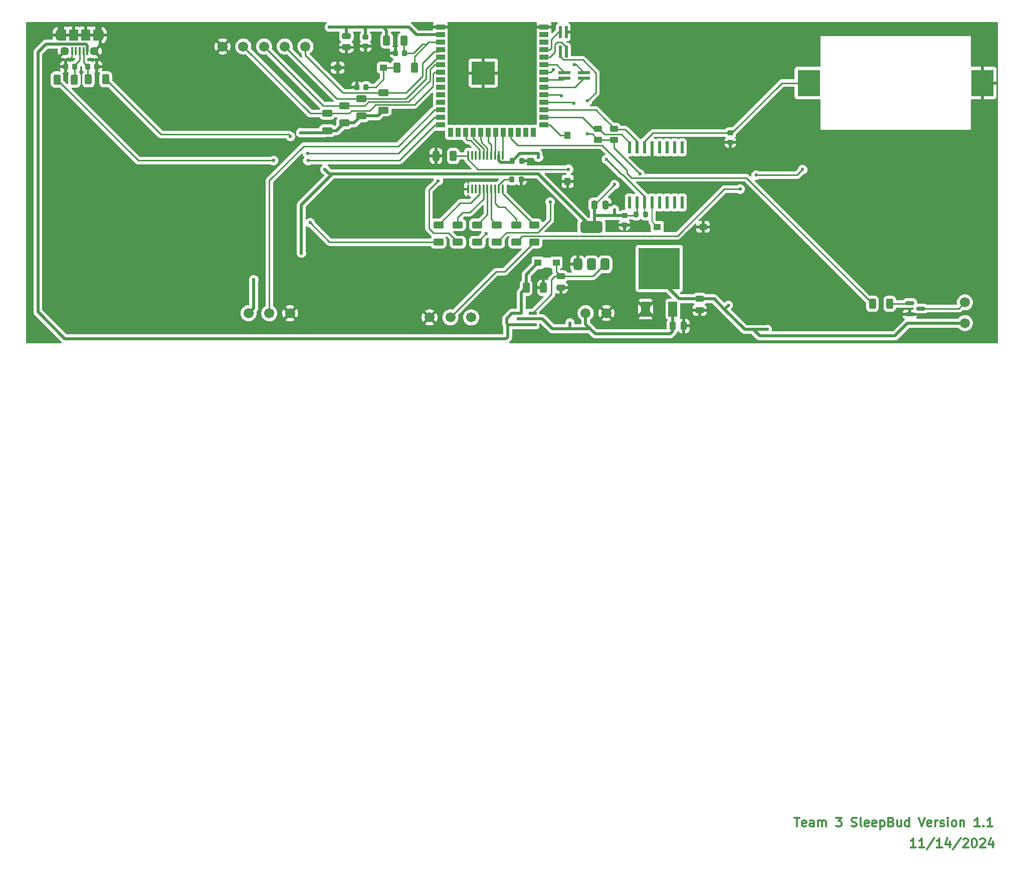
<source format=gbr>
%TF.GenerationSoftware,KiCad,Pcbnew,8.0.6*%
%TF.CreationDate,2024-11-19T16:34:12-08:00*%
%TF.ProjectId,SleepBud,536c6565-7042-4756-942e-6b696361645f,rev?*%
%TF.SameCoordinates,Original*%
%TF.FileFunction,Copper,L1,Top*%
%TF.FilePolarity,Positive*%
%FSLAX46Y46*%
G04 Gerber Fmt 4.6, Leading zero omitted, Abs format (unit mm)*
G04 Created by KiCad (PCBNEW 8.0.6) date 2024-11-19 16:34:12*
%MOMM*%
%LPD*%
G01*
G04 APERTURE LIST*
G04 Aperture macros list*
%AMRoundRect*
0 Rectangle with rounded corners*
0 $1 Rounding radius*
0 $2 $3 $4 $5 $6 $7 $8 $9 X,Y pos of 4 corners*
0 Add a 4 corners polygon primitive as box body*
4,1,4,$2,$3,$4,$5,$6,$7,$8,$9,$2,$3,0*
0 Add four circle primitives for the rounded corners*
1,1,$1+$1,$2,$3*
1,1,$1+$1,$4,$5*
1,1,$1+$1,$6,$7*
1,1,$1+$1,$8,$9*
0 Add four rect primitives between the rounded corners*
20,1,$1+$1,$2,$3,$4,$5,0*
20,1,$1+$1,$4,$5,$6,$7,0*
20,1,$1+$1,$6,$7,$8,$9,0*
20,1,$1+$1,$8,$9,$2,$3,0*%
G04 Aperture macros list end*
%ADD10C,0.300000*%
%TA.AperFunction,NonConductor*%
%ADD11C,0.300000*%
%TD*%
%TA.AperFunction,SMDPad,CuDef*%
%ADD12C,0.250000*%
%TD*%
%TA.AperFunction,SMDPad,CuDef*%
%ADD13R,1.500000X2.500000*%
%TD*%
%TA.AperFunction,SMDPad,CuDef*%
%ADD14R,7.000000X7.000000*%
%TD*%
%TA.AperFunction,SMDPad,CuDef*%
%ADD15R,1.320800X0.558800*%
%TD*%
%TA.AperFunction,SMDPad,CuDef*%
%ADD16RoundRect,0.225000X-0.250000X0.225000X-0.250000X-0.225000X0.250000X-0.225000X0.250000X0.225000X0*%
%TD*%
%TA.AperFunction,SMDPad,CuDef*%
%ADD17RoundRect,0.250000X-0.312500X-0.625000X0.312500X-0.625000X0.312500X0.625000X-0.312500X0.625000X0*%
%TD*%
%TA.AperFunction,SMDPad,CuDef*%
%ADD18RoundRect,0.225000X-0.225000X-0.250000X0.225000X-0.250000X0.225000X0.250000X-0.225000X0.250000X0*%
%TD*%
%TA.AperFunction,SMDPad,CuDef*%
%ADD19RoundRect,0.250000X0.625000X-0.312500X0.625000X0.312500X-0.625000X0.312500X-0.625000X-0.312500X0*%
%TD*%
%TA.AperFunction,SMDPad,CuDef*%
%ADD20RoundRect,0.250000X0.450000X-0.262500X0.450000X0.262500X-0.450000X0.262500X-0.450000X-0.262500X0*%
%TD*%
%TA.AperFunction,SMDPad,CuDef*%
%ADD21RoundRect,0.250000X-0.625000X0.312500X-0.625000X-0.312500X0.625000X-0.312500X0.625000X0.312500X0*%
%TD*%
%TA.AperFunction,SMDPad,CuDef*%
%ADD22R,1.250000X1.000000*%
%TD*%
%TA.AperFunction,ComponentPad*%
%ADD23C,1.701800*%
%TD*%
%TA.AperFunction,SMDPad,CuDef*%
%ADD24R,0.500000X2.000000*%
%TD*%
%TA.AperFunction,SMDPad,CuDef*%
%ADD25R,1.500000X0.900000*%
%TD*%
%TA.AperFunction,SMDPad,CuDef*%
%ADD26R,0.900000X1.500000*%
%TD*%
%TA.AperFunction,HeatsinkPad*%
%ADD27C,0.600000*%
%TD*%
%TA.AperFunction,SMDPad,CuDef*%
%ADD28R,3.900000X3.900000*%
%TD*%
%TA.AperFunction,SMDPad,CuDef*%
%ADD29R,1.143000X1.092200*%
%TD*%
%TA.AperFunction,SMDPad,CuDef*%
%ADD30RoundRect,0.250000X-0.250000X-0.475000X0.250000X-0.475000X0.250000X0.475000X-0.250000X0.475000X0*%
%TD*%
%TA.AperFunction,SMDPad,CuDef*%
%ADD31RoundRect,0.100000X-0.100000X0.637500X-0.100000X-0.637500X0.100000X-0.637500X0.100000X0.637500X0*%
%TD*%
%TA.AperFunction,SMDPad,CuDef*%
%ADD32RoundRect,0.250000X0.312500X0.625000X-0.312500X0.625000X-0.312500X-0.625000X0.312500X-0.625000X0*%
%TD*%
%TA.AperFunction,SMDPad,CuDef*%
%ADD33R,1.000000X1.250000*%
%TD*%
%TA.AperFunction,SMDPad,CuDef*%
%ADD34R,0.400000X1.350000*%
%TD*%
%TA.AperFunction,ComponentPad*%
%ADD35O,1.200000X1.900000*%
%TD*%
%TA.AperFunction,SMDPad,CuDef*%
%ADD36R,1.200000X1.900000*%
%TD*%
%TA.AperFunction,ComponentPad*%
%ADD37C,1.450000*%
%TD*%
%TA.AperFunction,SMDPad,CuDef*%
%ADD38R,1.500000X1.900000*%
%TD*%
%TA.AperFunction,SMDPad,CuDef*%
%ADD39R,2.000000X0.500000*%
%TD*%
%TA.AperFunction,SMDPad,CuDef*%
%ADD40RoundRect,0.225000X0.225000X0.250000X-0.225000X0.250000X-0.225000X-0.250000X0.225000X-0.250000X0*%
%TD*%
%TA.AperFunction,SMDPad,CuDef*%
%ADD41RoundRect,0.200000X-0.200000X-0.275000X0.200000X-0.275000X0.200000X0.275000X-0.200000X0.275000X0*%
%TD*%
%TA.AperFunction,SMDPad,CuDef*%
%ADD42RoundRect,0.250000X-0.475000X0.250000X-0.475000X-0.250000X0.475000X-0.250000X0.475000X0.250000X0*%
%TD*%
%TA.AperFunction,SMDPad,CuDef*%
%ADD43RoundRect,0.073750X0.221250X-0.951250X0.221250X0.951250X-0.221250X0.951250X-0.221250X-0.951250X0*%
%TD*%
%TA.AperFunction,SMDPad,CuDef*%
%ADD44R,3.810000X4.495800*%
%TD*%
%TA.AperFunction,SMDPad,CuDef*%
%ADD45RoundRect,0.375000X0.375000X-0.625000X0.375000X0.625000X-0.375000X0.625000X-0.375000X-0.625000X0*%
%TD*%
%TA.AperFunction,SMDPad,CuDef*%
%ADD46RoundRect,0.500000X1.400000X-0.500000X1.400000X0.500000X-1.400000X0.500000X-1.400000X-0.500000X0*%
%TD*%
%TA.AperFunction,SMDPad,CuDef*%
%ADD47RoundRect,0.150000X-0.587500X-0.150000X0.587500X-0.150000X0.587500X0.150000X-0.587500X0.150000X0*%
%TD*%
%TA.AperFunction,ViaPad*%
%ADD48C,0.600000*%
%TD*%
%TA.AperFunction,Conductor*%
%ADD49C,0.250000*%
%TD*%
%TA.AperFunction,Conductor*%
%ADD50C,0.500000*%
%TD*%
%TA.AperFunction,Conductor*%
%ADD51C,0.200000*%
%TD*%
G04 APERTURE END LIST*
D10*
D11*
X187340225Y-188800828D02*
X188197368Y-188800828D01*
X187768796Y-190300828D02*
X187768796Y-188800828D01*
X189268796Y-190229400D02*
X189125939Y-190300828D01*
X189125939Y-190300828D02*
X188840225Y-190300828D01*
X188840225Y-190300828D02*
X188697367Y-190229400D01*
X188697367Y-190229400D02*
X188625939Y-190086542D01*
X188625939Y-190086542D02*
X188625939Y-189515114D01*
X188625939Y-189515114D02*
X188697367Y-189372257D01*
X188697367Y-189372257D02*
X188840225Y-189300828D01*
X188840225Y-189300828D02*
X189125939Y-189300828D01*
X189125939Y-189300828D02*
X189268796Y-189372257D01*
X189268796Y-189372257D02*
X189340225Y-189515114D01*
X189340225Y-189515114D02*
X189340225Y-189657971D01*
X189340225Y-189657971D02*
X188625939Y-189800828D01*
X190625939Y-190300828D02*
X190625939Y-189515114D01*
X190625939Y-189515114D02*
X190554510Y-189372257D01*
X190554510Y-189372257D02*
X190411653Y-189300828D01*
X190411653Y-189300828D02*
X190125939Y-189300828D01*
X190125939Y-189300828D02*
X189983081Y-189372257D01*
X190625939Y-190229400D02*
X190483081Y-190300828D01*
X190483081Y-190300828D02*
X190125939Y-190300828D01*
X190125939Y-190300828D02*
X189983081Y-190229400D01*
X189983081Y-190229400D02*
X189911653Y-190086542D01*
X189911653Y-190086542D02*
X189911653Y-189943685D01*
X189911653Y-189943685D02*
X189983081Y-189800828D01*
X189983081Y-189800828D02*
X190125939Y-189729400D01*
X190125939Y-189729400D02*
X190483081Y-189729400D01*
X190483081Y-189729400D02*
X190625939Y-189657971D01*
X191340224Y-190300828D02*
X191340224Y-189300828D01*
X191340224Y-189443685D02*
X191411653Y-189372257D01*
X191411653Y-189372257D02*
X191554510Y-189300828D01*
X191554510Y-189300828D02*
X191768796Y-189300828D01*
X191768796Y-189300828D02*
X191911653Y-189372257D01*
X191911653Y-189372257D02*
X191983082Y-189515114D01*
X191983082Y-189515114D02*
X191983082Y-190300828D01*
X191983082Y-189515114D02*
X192054510Y-189372257D01*
X192054510Y-189372257D02*
X192197367Y-189300828D01*
X192197367Y-189300828D02*
X192411653Y-189300828D01*
X192411653Y-189300828D02*
X192554510Y-189372257D01*
X192554510Y-189372257D02*
X192625939Y-189515114D01*
X192625939Y-189515114D02*
X192625939Y-190300828D01*
X194340224Y-188800828D02*
X195268796Y-188800828D01*
X195268796Y-188800828D02*
X194768796Y-189372257D01*
X194768796Y-189372257D02*
X194983081Y-189372257D01*
X194983081Y-189372257D02*
X195125939Y-189443685D01*
X195125939Y-189443685D02*
X195197367Y-189515114D01*
X195197367Y-189515114D02*
X195268796Y-189657971D01*
X195268796Y-189657971D02*
X195268796Y-190015114D01*
X195268796Y-190015114D02*
X195197367Y-190157971D01*
X195197367Y-190157971D02*
X195125939Y-190229400D01*
X195125939Y-190229400D02*
X194983081Y-190300828D01*
X194983081Y-190300828D02*
X194554510Y-190300828D01*
X194554510Y-190300828D02*
X194411653Y-190229400D01*
X194411653Y-190229400D02*
X194340224Y-190157971D01*
X196983081Y-190229400D02*
X197197367Y-190300828D01*
X197197367Y-190300828D02*
X197554509Y-190300828D01*
X197554509Y-190300828D02*
X197697367Y-190229400D01*
X197697367Y-190229400D02*
X197768795Y-190157971D01*
X197768795Y-190157971D02*
X197840224Y-190015114D01*
X197840224Y-190015114D02*
X197840224Y-189872257D01*
X197840224Y-189872257D02*
X197768795Y-189729400D01*
X197768795Y-189729400D02*
X197697367Y-189657971D01*
X197697367Y-189657971D02*
X197554509Y-189586542D01*
X197554509Y-189586542D02*
X197268795Y-189515114D01*
X197268795Y-189515114D02*
X197125938Y-189443685D01*
X197125938Y-189443685D02*
X197054509Y-189372257D01*
X197054509Y-189372257D02*
X196983081Y-189229400D01*
X196983081Y-189229400D02*
X196983081Y-189086542D01*
X196983081Y-189086542D02*
X197054509Y-188943685D01*
X197054509Y-188943685D02*
X197125938Y-188872257D01*
X197125938Y-188872257D02*
X197268795Y-188800828D01*
X197268795Y-188800828D02*
X197625938Y-188800828D01*
X197625938Y-188800828D02*
X197840224Y-188872257D01*
X198697366Y-190300828D02*
X198554509Y-190229400D01*
X198554509Y-190229400D02*
X198483080Y-190086542D01*
X198483080Y-190086542D02*
X198483080Y-188800828D01*
X199840223Y-190229400D02*
X199697366Y-190300828D01*
X199697366Y-190300828D02*
X199411652Y-190300828D01*
X199411652Y-190300828D02*
X199268794Y-190229400D01*
X199268794Y-190229400D02*
X199197366Y-190086542D01*
X199197366Y-190086542D02*
X199197366Y-189515114D01*
X199197366Y-189515114D02*
X199268794Y-189372257D01*
X199268794Y-189372257D02*
X199411652Y-189300828D01*
X199411652Y-189300828D02*
X199697366Y-189300828D01*
X199697366Y-189300828D02*
X199840223Y-189372257D01*
X199840223Y-189372257D02*
X199911652Y-189515114D01*
X199911652Y-189515114D02*
X199911652Y-189657971D01*
X199911652Y-189657971D02*
X199197366Y-189800828D01*
X201125937Y-190229400D02*
X200983080Y-190300828D01*
X200983080Y-190300828D02*
X200697366Y-190300828D01*
X200697366Y-190300828D02*
X200554508Y-190229400D01*
X200554508Y-190229400D02*
X200483080Y-190086542D01*
X200483080Y-190086542D02*
X200483080Y-189515114D01*
X200483080Y-189515114D02*
X200554508Y-189372257D01*
X200554508Y-189372257D02*
X200697366Y-189300828D01*
X200697366Y-189300828D02*
X200983080Y-189300828D01*
X200983080Y-189300828D02*
X201125937Y-189372257D01*
X201125937Y-189372257D02*
X201197366Y-189515114D01*
X201197366Y-189515114D02*
X201197366Y-189657971D01*
X201197366Y-189657971D02*
X200483080Y-189800828D01*
X201840222Y-189300828D02*
X201840222Y-190800828D01*
X201840222Y-189372257D02*
X201983080Y-189300828D01*
X201983080Y-189300828D02*
X202268794Y-189300828D01*
X202268794Y-189300828D02*
X202411651Y-189372257D01*
X202411651Y-189372257D02*
X202483080Y-189443685D01*
X202483080Y-189443685D02*
X202554508Y-189586542D01*
X202554508Y-189586542D02*
X202554508Y-190015114D01*
X202554508Y-190015114D02*
X202483080Y-190157971D01*
X202483080Y-190157971D02*
X202411651Y-190229400D01*
X202411651Y-190229400D02*
X202268794Y-190300828D01*
X202268794Y-190300828D02*
X201983080Y-190300828D01*
X201983080Y-190300828D02*
X201840222Y-190229400D01*
X203697365Y-189515114D02*
X203911651Y-189586542D01*
X203911651Y-189586542D02*
X203983080Y-189657971D01*
X203983080Y-189657971D02*
X204054508Y-189800828D01*
X204054508Y-189800828D02*
X204054508Y-190015114D01*
X204054508Y-190015114D02*
X203983080Y-190157971D01*
X203983080Y-190157971D02*
X203911651Y-190229400D01*
X203911651Y-190229400D02*
X203768794Y-190300828D01*
X203768794Y-190300828D02*
X203197365Y-190300828D01*
X203197365Y-190300828D02*
X203197365Y-188800828D01*
X203197365Y-188800828D02*
X203697365Y-188800828D01*
X203697365Y-188800828D02*
X203840223Y-188872257D01*
X203840223Y-188872257D02*
X203911651Y-188943685D01*
X203911651Y-188943685D02*
X203983080Y-189086542D01*
X203983080Y-189086542D02*
X203983080Y-189229400D01*
X203983080Y-189229400D02*
X203911651Y-189372257D01*
X203911651Y-189372257D02*
X203840223Y-189443685D01*
X203840223Y-189443685D02*
X203697365Y-189515114D01*
X203697365Y-189515114D02*
X203197365Y-189515114D01*
X205340223Y-189300828D02*
X205340223Y-190300828D01*
X204697365Y-189300828D02*
X204697365Y-190086542D01*
X204697365Y-190086542D02*
X204768794Y-190229400D01*
X204768794Y-190229400D02*
X204911651Y-190300828D01*
X204911651Y-190300828D02*
X205125937Y-190300828D01*
X205125937Y-190300828D02*
X205268794Y-190229400D01*
X205268794Y-190229400D02*
X205340223Y-190157971D01*
X206697366Y-190300828D02*
X206697366Y-188800828D01*
X206697366Y-190229400D02*
X206554508Y-190300828D01*
X206554508Y-190300828D02*
X206268794Y-190300828D01*
X206268794Y-190300828D02*
X206125937Y-190229400D01*
X206125937Y-190229400D02*
X206054508Y-190157971D01*
X206054508Y-190157971D02*
X205983080Y-190015114D01*
X205983080Y-190015114D02*
X205983080Y-189586542D01*
X205983080Y-189586542D02*
X206054508Y-189443685D01*
X206054508Y-189443685D02*
X206125937Y-189372257D01*
X206125937Y-189372257D02*
X206268794Y-189300828D01*
X206268794Y-189300828D02*
X206554508Y-189300828D01*
X206554508Y-189300828D02*
X206697366Y-189372257D01*
X208340223Y-188800828D02*
X208840223Y-190300828D01*
X208840223Y-190300828D02*
X209340223Y-188800828D01*
X210411651Y-190229400D02*
X210268794Y-190300828D01*
X210268794Y-190300828D02*
X209983080Y-190300828D01*
X209983080Y-190300828D02*
X209840222Y-190229400D01*
X209840222Y-190229400D02*
X209768794Y-190086542D01*
X209768794Y-190086542D02*
X209768794Y-189515114D01*
X209768794Y-189515114D02*
X209840222Y-189372257D01*
X209840222Y-189372257D02*
X209983080Y-189300828D01*
X209983080Y-189300828D02*
X210268794Y-189300828D01*
X210268794Y-189300828D02*
X210411651Y-189372257D01*
X210411651Y-189372257D02*
X210483080Y-189515114D01*
X210483080Y-189515114D02*
X210483080Y-189657971D01*
X210483080Y-189657971D02*
X209768794Y-189800828D01*
X211125936Y-190300828D02*
X211125936Y-189300828D01*
X211125936Y-189586542D02*
X211197365Y-189443685D01*
X211197365Y-189443685D02*
X211268794Y-189372257D01*
X211268794Y-189372257D02*
X211411651Y-189300828D01*
X211411651Y-189300828D02*
X211554508Y-189300828D01*
X211983079Y-190229400D02*
X212125936Y-190300828D01*
X212125936Y-190300828D02*
X212411650Y-190300828D01*
X212411650Y-190300828D02*
X212554507Y-190229400D01*
X212554507Y-190229400D02*
X212625936Y-190086542D01*
X212625936Y-190086542D02*
X212625936Y-190015114D01*
X212625936Y-190015114D02*
X212554507Y-189872257D01*
X212554507Y-189872257D02*
X212411650Y-189800828D01*
X212411650Y-189800828D02*
X212197365Y-189800828D01*
X212197365Y-189800828D02*
X212054507Y-189729400D01*
X212054507Y-189729400D02*
X211983079Y-189586542D01*
X211983079Y-189586542D02*
X211983079Y-189515114D01*
X211983079Y-189515114D02*
X212054507Y-189372257D01*
X212054507Y-189372257D02*
X212197365Y-189300828D01*
X212197365Y-189300828D02*
X212411650Y-189300828D01*
X212411650Y-189300828D02*
X212554507Y-189372257D01*
X213268793Y-190300828D02*
X213268793Y-189300828D01*
X213268793Y-188800828D02*
X213197365Y-188872257D01*
X213197365Y-188872257D02*
X213268793Y-188943685D01*
X213268793Y-188943685D02*
X213340222Y-188872257D01*
X213340222Y-188872257D02*
X213268793Y-188800828D01*
X213268793Y-188800828D02*
X213268793Y-188943685D01*
X214197365Y-190300828D02*
X214054508Y-190229400D01*
X214054508Y-190229400D02*
X213983079Y-190157971D01*
X213983079Y-190157971D02*
X213911651Y-190015114D01*
X213911651Y-190015114D02*
X213911651Y-189586542D01*
X213911651Y-189586542D02*
X213983079Y-189443685D01*
X213983079Y-189443685D02*
X214054508Y-189372257D01*
X214054508Y-189372257D02*
X214197365Y-189300828D01*
X214197365Y-189300828D02*
X214411651Y-189300828D01*
X214411651Y-189300828D02*
X214554508Y-189372257D01*
X214554508Y-189372257D02*
X214625937Y-189443685D01*
X214625937Y-189443685D02*
X214697365Y-189586542D01*
X214697365Y-189586542D02*
X214697365Y-190015114D01*
X214697365Y-190015114D02*
X214625937Y-190157971D01*
X214625937Y-190157971D02*
X214554508Y-190229400D01*
X214554508Y-190229400D02*
X214411651Y-190300828D01*
X214411651Y-190300828D02*
X214197365Y-190300828D01*
X215340222Y-189300828D02*
X215340222Y-190300828D01*
X215340222Y-189443685D02*
X215411651Y-189372257D01*
X215411651Y-189372257D02*
X215554508Y-189300828D01*
X215554508Y-189300828D02*
X215768794Y-189300828D01*
X215768794Y-189300828D02*
X215911651Y-189372257D01*
X215911651Y-189372257D02*
X215983080Y-189515114D01*
X215983080Y-189515114D02*
X215983080Y-190300828D01*
X218625937Y-190300828D02*
X217768794Y-190300828D01*
X218197365Y-190300828D02*
X218197365Y-188800828D01*
X218197365Y-188800828D02*
X218054508Y-189015114D01*
X218054508Y-189015114D02*
X217911651Y-189157971D01*
X217911651Y-189157971D02*
X217768794Y-189229400D01*
X219268793Y-190157971D02*
X219340222Y-190229400D01*
X219340222Y-190229400D02*
X219268793Y-190300828D01*
X219268793Y-190300828D02*
X219197365Y-190229400D01*
X219197365Y-190229400D02*
X219268793Y-190157971D01*
X219268793Y-190157971D02*
X219268793Y-190300828D01*
X220768794Y-190300828D02*
X219911651Y-190300828D01*
X220340222Y-190300828D02*
X220340222Y-188800828D01*
X220340222Y-188800828D02*
X220197365Y-189015114D01*
X220197365Y-189015114D02*
X220054508Y-189157971D01*
X220054508Y-189157971D02*
X219911651Y-189229400D01*
D10*
D11*
X207840225Y-193800828D02*
X206983082Y-193800828D01*
X207411653Y-193800828D02*
X207411653Y-192300828D01*
X207411653Y-192300828D02*
X207268796Y-192515114D01*
X207268796Y-192515114D02*
X207125939Y-192657971D01*
X207125939Y-192657971D02*
X206983082Y-192729400D01*
X209268796Y-193800828D02*
X208411653Y-193800828D01*
X208840224Y-193800828D02*
X208840224Y-192300828D01*
X208840224Y-192300828D02*
X208697367Y-192515114D01*
X208697367Y-192515114D02*
X208554510Y-192657971D01*
X208554510Y-192657971D02*
X208411653Y-192729400D01*
X210983081Y-192229400D02*
X209697367Y-194157971D01*
X212268796Y-193800828D02*
X211411653Y-193800828D01*
X211840224Y-193800828D02*
X211840224Y-192300828D01*
X211840224Y-192300828D02*
X211697367Y-192515114D01*
X211697367Y-192515114D02*
X211554510Y-192657971D01*
X211554510Y-192657971D02*
X211411653Y-192729400D01*
X213554510Y-192800828D02*
X213554510Y-193800828D01*
X213197367Y-192229400D02*
X212840224Y-193300828D01*
X212840224Y-193300828D02*
X213768795Y-193300828D01*
X215411652Y-192229400D02*
X214125938Y-194157971D01*
X215840224Y-192443685D02*
X215911652Y-192372257D01*
X215911652Y-192372257D02*
X216054510Y-192300828D01*
X216054510Y-192300828D02*
X216411652Y-192300828D01*
X216411652Y-192300828D02*
X216554510Y-192372257D01*
X216554510Y-192372257D02*
X216625938Y-192443685D01*
X216625938Y-192443685D02*
X216697367Y-192586542D01*
X216697367Y-192586542D02*
X216697367Y-192729400D01*
X216697367Y-192729400D02*
X216625938Y-192943685D01*
X216625938Y-192943685D02*
X215768795Y-193800828D01*
X215768795Y-193800828D02*
X216697367Y-193800828D01*
X217625938Y-192300828D02*
X217768795Y-192300828D01*
X217768795Y-192300828D02*
X217911652Y-192372257D01*
X217911652Y-192372257D02*
X217983081Y-192443685D01*
X217983081Y-192443685D02*
X218054509Y-192586542D01*
X218054509Y-192586542D02*
X218125938Y-192872257D01*
X218125938Y-192872257D02*
X218125938Y-193229400D01*
X218125938Y-193229400D02*
X218054509Y-193515114D01*
X218054509Y-193515114D02*
X217983081Y-193657971D01*
X217983081Y-193657971D02*
X217911652Y-193729400D01*
X217911652Y-193729400D02*
X217768795Y-193800828D01*
X217768795Y-193800828D02*
X217625938Y-193800828D01*
X217625938Y-193800828D02*
X217483081Y-193729400D01*
X217483081Y-193729400D02*
X217411652Y-193657971D01*
X217411652Y-193657971D02*
X217340223Y-193515114D01*
X217340223Y-193515114D02*
X217268795Y-193229400D01*
X217268795Y-193229400D02*
X217268795Y-192872257D01*
X217268795Y-192872257D02*
X217340223Y-192586542D01*
X217340223Y-192586542D02*
X217411652Y-192443685D01*
X217411652Y-192443685D02*
X217483081Y-192372257D01*
X217483081Y-192372257D02*
X217625938Y-192300828D01*
X218697366Y-192443685D02*
X218768794Y-192372257D01*
X218768794Y-192372257D02*
X218911652Y-192300828D01*
X218911652Y-192300828D02*
X219268794Y-192300828D01*
X219268794Y-192300828D02*
X219411652Y-192372257D01*
X219411652Y-192372257D02*
X219483080Y-192443685D01*
X219483080Y-192443685D02*
X219554509Y-192586542D01*
X219554509Y-192586542D02*
X219554509Y-192729400D01*
X219554509Y-192729400D02*
X219483080Y-192943685D01*
X219483080Y-192943685D02*
X218625937Y-193800828D01*
X218625937Y-193800828D02*
X219554509Y-193800828D01*
X220840223Y-192800828D02*
X220840223Y-193800828D01*
X220483080Y-192229400D02*
X220125937Y-193300828D01*
X220125937Y-193300828D02*
X221054508Y-193300828D01*
D12*
%TO.P,TP16,1,1*%
%TO.N,/IO14 - A1*%
X138070000Y-75040000D03*
%TD*%
D13*
%TO.P,U2,1,GND*%
%TO.N,GND*%
X162190000Y-102880000D03*
D14*
%TO.P,U2,2,VO*%
%TO.N,+5V*%
X164490000Y-96030000D03*
D13*
%TO.P,U2,3,VI*%
%TO.N,+12V*%
X166790000Y-102880000D03*
%TD*%
D15*
%TO.P,Q1,1,G*%
%TO.N,VBUS*%
X143100000Y-105500000D03*
%TO.P,Q1,2,S*%
%TO.N,Net-(Q1-S)*%
X143100000Y-103569600D03*
%TO.P,Q1,3,D*%
%TO.N,+12V*%
X141068000Y-104534800D03*
%TD*%
D16*
%TO.P,C6,1*%
%TO.N,+3.3V*%
X114870000Y-56925000D03*
%TO.P,C6,2*%
%TO.N,GND*%
X114870000Y-58475000D03*
%TD*%
D17*
%TO.P,R3,1*%
%TO.N,Net-(C8-Pad2)*%
X120217500Y-62090000D03*
%TO.P,R3,2*%
%TO.N,Net-(U3-EN)*%
X123142500Y-62090000D03*
%TD*%
D12*
%TO.P,TP4,1,1*%
%TO.N,/B3 - Digit 2*%
X136120000Y-86740000D03*
%TD*%
%TO.P,TP10,1,1*%
%TO.N,VBUS*%
X59530000Y-69570000D03*
%TD*%
D18*
%TO.P,C14,1*%
%TO.N,+5V*%
X139615000Y-80980000D03*
%TO.P,C14,2*%
%TO.N,GND*%
X141165000Y-80980000D03*
%TD*%
D17*
%TO.P,R1,1*%
%TO.N,VBUS*%
X142017500Y-99290000D03*
%TO.P,R1,2*%
%TO.N,GND*%
X144942500Y-99290000D03*
%TD*%
D19*
%TO.P,R10,1*%
%TO.N,+3.3V*%
X108400000Y-72745000D03*
%TO.P,R10,2*%
%TO.N,Net-(U3-IO7)*%
X108400000Y-69820000D03*
%TD*%
D20*
%TO.P,R11,1*%
%TO.N,+3.3V*%
X154140000Y-74272500D03*
%TO.P,R11,2*%
%TO.N,/IO35-SCL*%
X154140000Y-72447500D03*
%TD*%
D21*
%TO.P,R19,1*%
%TO.N,/B5 - Digit 3*%
X130478272Y-88642500D03*
%TO.P,R19,2*%
%TO.N,Net-(D17-DIN)*%
X130478272Y-91567500D03*
%TD*%
D12*
%TO.P,TP13,1,1*%
%TO.N,/IO35-SCL*%
X147660000Y-70500000D03*
%TD*%
%TO.P,TP22,1,1*%
%TO.N,Net-(BT1-+)*%
X164390000Y-73140000D03*
%TD*%
D16*
%TO.P,C11,1*%
%TO.N,+3.3V*%
X158620000Y-87095000D03*
%TO.P,C11,2*%
%TO.N,GND*%
X158620000Y-88645000D03*
%TD*%
D22*
%TO.P,SW2,1,1*%
%TO.N,GND*%
X171900000Y-88980000D03*
%TO.P,SW2,2,2*%
%TO.N,Net-(U4-~{RST})*%
X164150000Y-88980000D03*
%TD*%
D12*
%TO.P,TP5,1,1*%
%TO.N,/B2 - Digit 1*%
X137350000Y-85640000D03*
%TD*%
D23*
%TO.P,J5,1,1*%
%TO.N,+5V*%
X132720001Y-104280000D03*
%TO.P,J5,2,2*%
%TO.N,Net-(J5-Pad2)*%
X129220000Y-104280000D03*
%TO.P,J5,3,3*%
%TO.N,GND*%
X125720000Y-104280000D03*
%TD*%
D18*
%TO.P,C9,1*%
%TO.N,Net-(J2-D-)*%
X67935000Y-61930000D03*
%TO.P,C9,2*%
%TO.N,GND*%
X69485000Y-61930000D03*
%TD*%
D12*
%TO.P,TP20,1,1*%
%TO.N,/IO10 - A5*%
X133550000Y-74500000D03*
%TD*%
%TO.P,TP8,1,1*%
%TO.N,+3.3V*%
X156920000Y-86050000D03*
%TD*%
D18*
%TO.P,C8,1*%
%TO.N,GND*%
X113435000Y-65390000D03*
%TO.P,C8,2*%
%TO.N,Net-(C8-Pad2)*%
X114985000Y-65390000D03*
%TD*%
D16*
%TO.P,C12,1*%
%TO.N,Net-(BT1-+)*%
X176490000Y-73140000D03*
%TO.P,C12,2*%
%TO.N,GND*%
X176490000Y-74690000D03*
%TD*%
D24*
%TO.P,JP1,1,VCC*%
%TO.N,+3.3V*%
X147780000Y-59370000D03*
%TO.P,JP1,2,TXD0*%
%TO.N,Net-(JP1-TXD0)*%
X147780000Y-56070000D03*
%TO.P,JP1,3,RXD0*%
%TO.N,Net-(JP1-RXD0)*%
X148780000Y-59370000D03*
%TO.P,JP1,4,GND*%
%TO.N,GND*%
X148780000Y-56070000D03*
%TD*%
D22*
%TO.P,SW1,1,1*%
%TO.N,GND*%
X110175000Y-62110000D03*
%TO.P,SW1,2,2*%
%TO.N,Net-(C8-Pad2)*%
X117925000Y-62110000D03*
%TD*%
D25*
%TO.P,U3,1,GND*%
%TO.N,GND*%
X127530000Y-55270000D03*
%TO.P,U3,2,3V3*%
%TO.N,+3.3V*%
X127530000Y-56540000D03*
%TO.P,U3,3,EN*%
%TO.N,Net-(U3-EN)*%
X127530000Y-57810000D03*
%TO.P,U3,4,IO4*%
%TO.N,Net-(U3-IO4)*%
X127530000Y-59080000D03*
%TO.P,U3,5,IO5*%
%TO.N,Net-(U3-IO5)*%
X127530000Y-60350000D03*
%TO.P,U3,6,IO6*%
%TO.N,Net-(U3-IO6)*%
X127530000Y-61620000D03*
%TO.P,U3,7,IO7*%
%TO.N,Net-(U3-IO7)*%
X127530000Y-62890000D03*
%TO.P,U3,8,IO15*%
%TO.N,unconnected-(U3-IO15-Pad8)*%
X127530000Y-64160000D03*
%TO.P,U3,9,IO16*%
%TO.N,unconnected-(U3-IO16-Pad9)*%
X127530000Y-65430000D03*
%TO.P,U3,10,IO17*%
%TO.N,unconnected-(U3-IO17-Pad10)*%
X127530000Y-66700000D03*
%TO.P,U3,11,IO18*%
%TO.N,unconnected-(U3-IO18-Pad11)*%
X127530000Y-67970000D03*
%TO.P,U3,12,IO8*%
%TO.N,/IO8 - Output2*%
X127530000Y-69240000D03*
%TO.P,U3,13,IO19*%
%TO.N,Net-(U3-IO19)*%
X127530000Y-70510000D03*
%TO.P,U3,14,IO20*%
%TO.N,Net-(U3-IO20)*%
X127530000Y-71780000D03*
D26*
%TO.P,U3,15,IO3*%
%TO.N,unconnected-(U3-IO3-Pad15)*%
X129295000Y-73030000D03*
%TO.P,U3,16,IO46*%
%TO.N,unconnected-(U3-IO46-Pad16)*%
X130565000Y-73030000D03*
%TO.P,U3,17,IO9*%
%TO.N,/IO9 - A6*%
X131835000Y-73030000D03*
%TO.P,U3,18,IO10*%
%TO.N,/IO10 - A5*%
X133105000Y-73030000D03*
%TO.P,U3,19,IO11*%
%TO.N,/IO11 - A4*%
X134375000Y-73030000D03*
%TO.P,U3,20,IO12*%
%TO.N,/IO12 - A3*%
X135645000Y-73030000D03*
%TO.P,U3,21,IO13*%
%TO.N,/IO13 - A2*%
X136915000Y-73030000D03*
%TO.P,U3,22,IO14*%
%TO.N,/IO14 - A1*%
X138185000Y-73030000D03*
%TO.P,U3,23,IO21*%
%TO.N,/Buzzer*%
X139455000Y-73030000D03*
%TO.P,U3,24,IO47*%
%TO.N,unconnected-(U3-IO47-Pad24)*%
X140725000Y-73030000D03*
%TO.P,U3,25,IO48*%
%TO.N,unconnected-(U3-IO48-Pad25)*%
X141995000Y-73030000D03*
%TO.P,U3,26,IO45*%
%TO.N,unconnected-(U3-IO45-Pad26)*%
X143265000Y-73030000D03*
D25*
%TO.P,U3,27,IO0*%
%TO.N,Net-(U3-IO0)*%
X145030000Y-71780000D03*
%TO.P,U3,28,IO35*%
%TO.N,/IO35-SCL*%
X145030000Y-70510000D03*
%TO.P,U3,29,IO36*%
%TO.N,/IO36-SDA*%
X145030000Y-69240000D03*
%TO.P,U3,30,IO37*%
%TO.N,/IO37-SQW{slash}INT*%
X145030000Y-67970000D03*
%TO.P,U3,31,IO38*%
%TO.N,/IO38-OE*%
X145030000Y-66700000D03*
%TO.P,U3,32,IO39*%
%TO.N,Net-(JP3-TCK)*%
X145030000Y-65430000D03*
%TO.P,U3,33,IO40*%
%TO.N,Net-(JP3-TDO)*%
X145030000Y-64160000D03*
%TO.P,U3,34,IO41*%
%TO.N,Net-(JP3-TDI)*%
X145030000Y-62890000D03*
%TO.P,U3,35,IO42*%
%TO.N,Net-(JP3-TMS)*%
X145030000Y-61620000D03*
%TO.P,U3,36,RXD0*%
%TO.N,Net-(JP1-RXD0)*%
X145030000Y-60350000D03*
%TO.P,U3,37,TXD0*%
%TO.N,Net-(JP1-TXD0)*%
X145030000Y-59080000D03*
%TO.P,U3,38,IO2*%
%TO.N,unconnected-(U3-IO2-Pad38)*%
X145030000Y-57810000D03*
%TO.P,U3,39,IO1*%
%TO.N,unconnected-(U3-IO1-Pad39)*%
X145030000Y-56540000D03*
%TO.P,U3,40,GND*%
%TO.N,GND*%
X145030000Y-55270000D03*
D27*
%TO.P,U3,41,GND*%
X133380000Y-62290000D03*
X133380000Y-63690000D03*
X134080000Y-61590000D03*
X134080000Y-62990000D03*
X134080000Y-64390000D03*
X134780000Y-62290000D03*
D28*
X134780000Y-62990000D03*
D27*
X134780000Y-63690000D03*
X135480000Y-61590000D03*
X135480000Y-62990000D03*
X135480000Y-64390000D03*
X136180000Y-62290000D03*
X136180000Y-63690000D03*
%TD*%
D23*
%TO.P,J6,1,1*%
%TO.N,+5V*%
X216145000Y-105246601D03*
%TO.P,J6,2,2*%
%TO.N,Net-(Q2-D)*%
X216145000Y-101746599D03*
%TD*%
D29*
%TO.P,CR1,1*%
%TO.N,Net-(Q1-S)*%
X147096700Y-95040000D03*
%TO.P,CR1,2*%
%TO.N,VBUS*%
X144023300Y-95040000D03*
%TD*%
D18*
%TO.P,C7,1*%
%TO.N,GND*%
X119925000Y-59600000D03*
%TO.P,C7,2*%
%TO.N,Net-(U3-EN)*%
X121475000Y-59600000D03*
%TD*%
D17*
%TO.P,R2,1*%
%TO.N,+3.3V*%
X118457500Y-57510000D03*
%TO.P,R2,2*%
%TO.N,Net-(U3-EN)*%
X121382500Y-57510000D03*
%TD*%
D30*
%TO.P,C3,1*%
%TO.N,+12V*%
X166740000Y-105730000D03*
%TO.P,C3,2*%
%TO.N,GND*%
X168640000Y-105730000D03*
%TD*%
D17*
%TO.P,R8,1*%
%TO.N,Net-(U3-IO20)*%
X62777500Y-64100000D03*
%TO.P,R8,2*%
%TO.N,Net-(J2-D+)*%
X65702500Y-64100000D03*
%TD*%
D23*
%TO.P,J4,1,1*%
%TO.N,+3.3V*%
X95129999Y-103580000D03*
%TO.P,J4,2,2*%
%TO.N,/IO8 - Output2*%
X98630000Y-103580000D03*
%TO.P,J4,3,3*%
%TO.N,GND*%
X102130000Y-103580000D03*
%TD*%
D12*
%TO.P,TP18,1,1*%
%TO.N,/IO12 - A3*%
X135640000Y-74340000D03*
%TD*%
D31*
%TO.P,U5,1,A1*%
%TO.N,/IO14 - A1*%
X138068272Y-76880000D03*
%TO.P,U5,2,VCCA*%
%TO.N,+3.3V*%
X137418272Y-76880000D03*
%TO.P,U5,3,A2*%
%TO.N,/IO13 - A2*%
X136768272Y-76880000D03*
%TO.P,U5,4,A3*%
%TO.N,/IO12 - A3*%
X136118272Y-76880000D03*
%TO.P,U5,5,A4*%
%TO.N,/IO11 - A4*%
X135468272Y-76880000D03*
%TO.P,U5,6,A5*%
%TO.N,/IO10 - A5*%
X134818272Y-76880000D03*
%TO.P,U5,7,A6*%
%TO.N,/IO9 - A6*%
X134168272Y-76880000D03*
%TO.P,U5,8,A7*%
%TO.N,unconnected-(U5-A7-Pad8)*%
X133518272Y-76880000D03*
%TO.P,U5,9,A8*%
%TO.N,unconnected-(U5-A8-Pad9)*%
X132868272Y-76880000D03*
%TO.P,U5,10,OE*%
%TO.N,/IO38-OE*%
X132218272Y-76880000D03*
%TO.P,U5,11,GND*%
%TO.N,GND*%
X132218272Y-82605000D03*
%TO.P,U5,12,B8*%
%TO.N,unconnected-(U5-B8-Pad12)*%
X132868272Y-82605000D03*
%TO.P,U5,13,B7*%
%TO.N,unconnected-(U5-B7-Pad13)*%
X133518272Y-82605000D03*
%TO.P,U5,14,B6*%
%TO.N,/B6 - Digit 4*%
X134168272Y-82605000D03*
%TO.P,U5,15,B5*%
%TO.N,/B5 - Digit 3*%
X134818272Y-82605000D03*
%TO.P,U5,16,B4*%
%TO.N,/B4 - Colon*%
X135468272Y-82605000D03*
%TO.P,U5,17,B3*%
%TO.N,/B3 - Digit 2*%
X136118272Y-82605000D03*
%TO.P,U5,18,B2*%
%TO.N,/B2 - Digit 1*%
X136768272Y-82605000D03*
%TO.P,U5,19,VCCB*%
%TO.N,+5V*%
X137418272Y-82605000D03*
%TO.P,U5,20,B1*%
%TO.N,Net-(U5-B1)*%
X138068272Y-82605000D03*
%TD*%
D18*
%TO.P,C13,1*%
%TO.N,+3.3V*%
X139685000Y-77860000D03*
%TO.P,C13,2*%
%TO.N,GND*%
X141235000Y-77860000D03*
%TD*%
D20*
%TO.P,R12,1*%
%TO.N,+3.3V*%
X156830000Y-74272500D03*
%TO.P,R12,2*%
%TO.N,/IO36-SDA*%
X156830000Y-72447500D03*
%TD*%
D32*
%TO.P,R14,1*%
%TO.N,/IO38-OE*%
X129712500Y-77000000D03*
%TO.P,R14,2*%
%TO.N,GND*%
X126787500Y-77000000D03*
%TD*%
D33*
%TO.P,SW7,1,1*%
%TO.N,GND*%
X149020000Y-81300000D03*
%TO.P,SW7,2,2*%
%TO.N,Net-(U3-IO0)*%
X149020000Y-73550000D03*
%TD*%
D21*
%TO.P,R20,1*%
%TO.N,/B6 - Digit 4*%
X127188272Y-88642500D03*
%TO.P,R20,2*%
%TO.N,Net-(D24-DIN)*%
X127188272Y-91567500D03*
%TD*%
D12*
%TO.P,TP19,1,1*%
%TO.N,/IO11 - A4*%
X134380000Y-74300000D03*
%TD*%
D23*
%TO.P,J1,1*%
%TO.N,+12V*%
X152069998Y-103540000D03*
%TO.P,J1,2*%
%TO.N,GND*%
X155570000Y-103540000D03*
%TD*%
D12*
%TO.P,TP2,1,1*%
%TO.N,/B5 - Digit 3*%
X132470000Y-86600000D03*
%TD*%
D34*
%TO.P,J2,1,VBUS*%
%TO.N,VBUS*%
X67890000Y-59312500D03*
%TO.P,J2,2,D-*%
%TO.N,Net-(J2-D-)*%
X67240000Y-59312500D03*
%TO.P,J2,3,D+*%
%TO.N,Net-(J2-D+)*%
X66590000Y-59312500D03*
%TO.P,J2,4,ID*%
%TO.N,unconnected-(J2-ID-Pad4)*%
X65940000Y-59312500D03*
%TO.P,J2,5,GND*%
%TO.N,GND*%
X65290000Y-59312500D03*
D35*
%TO.P,J2,6,Shield*%
X70090000Y-56612500D03*
D36*
X69490000Y-56612500D03*
D37*
X69090000Y-59312500D03*
D38*
X67590000Y-56612500D03*
X65590000Y-56612500D03*
D37*
X64090000Y-59312500D03*
D36*
X63690000Y-56612500D03*
D35*
X63090000Y-56612500D03*
%TD*%
D12*
%TO.P,TP12,1,1*%
%TO.N,Net-(Q2-G)*%
X204930000Y-101980000D03*
%TD*%
D39*
%TO.P,JP3,1,TMS*%
%TO.N,Net-(JP3-TMS)*%
X148510000Y-62900000D03*
%TO.P,JP3,2,TDI*%
%TO.N,Net-(JP3-TDI)*%
X151810000Y-62900000D03*
%TO.P,JP3,3,TDO*%
%TO.N,Net-(JP3-TDO)*%
X148510000Y-63900000D03*
%TO.P,JP3,4,TCK*%
%TO.N,Net-(JP3-TCK)*%
X151810000Y-63900000D03*
%TD*%
D40*
%TO.P,C10,1*%
%TO.N,Net-(J2-D+)*%
X65770000Y-61930000D03*
%TO.P,C10,2*%
%TO.N,GND*%
X64220000Y-61930000D03*
%TD*%
D41*
%TO.P,R13,1*%
%TO.N,+3.3V*%
X160560000Y-86940000D03*
%TO.P,R13,2*%
%TO.N,/IO37-SQW{slash}INT*%
X162210000Y-86940000D03*
%TD*%
D21*
%TO.P,R16,1*%
%TO.N,/B2 - Digit 1*%
X140348272Y-88642500D03*
%TO.P,R16,2*%
%TO.N,Net-(D1-DIN)*%
X140348272Y-91567500D03*
%TD*%
D42*
%TO.P,C1,1*%
%TO.N,Net-(Q1-S)*%
X147860000Y-97340000D03*
%TO.P,C1,2*%
%TO.N,GND*%
X147860000Y-99240000D03*
%TD*%
D23*
%TO.P,J3,1,1*%
%TO.N,GND*%
X90740000Y-58520000D03*
%TO.P,J3,2,2*%
%TO.N,Net-(U3-IO7)*%
X94240001Y-58520000D03*
%TO.P,J3,3,3*%
%TO.N,Net-(U3-IO6)*%
X97740001Y-58520000D03*
%TO.P,J3,4,4*%
%TO.N,Net-(U3-IO5)*%
X101240002Y-58520000D03*
%TO.P,J3,5,5*%
%TO.N,Net-(U3-IO4)*%
X104740003Y-58520000D03*
%TD*%
D12*
%TO.P,TP6,1,1*%
%TO.N,+12V*%
X149410000Y-105190000D03*
%TD*%
D43*
%TO.P,U4,1,32KHZ*%
%TO.N,unconnected-(U4-32KHZ-Pad1)*%
X159480000Y-84880000D03*
%TO.P,U4,2,VCC*%
%TO.N,+3.3V*%
X160750000Y-84880000D03*
%TO.P,U4,3,SQW/~{INT}*%
%TO.N,/IO37-SQW{slash}INT*%
X162020000Y-84880000D03*
%TO.P,U4,4,~{RST}*%
%TO.N,Net-(U4-~{RST})*%
X163290000Y-84880000D03*
%TO.P,U4,5*%
%TO.N,N/C*%
X164560000Y-84880000D03*
%TO.P,U4,6*%
X165830000Y-84880000D03*
%TO.P,U4,7*%
X167100000Y-84880000D03*
%TO.P,U4,8*%
X168370000Y-84880000D03*
%TO.P,U4,9*%
X168370000Y-75570000D03*
%TO.P,U4,10*%
X167100000Y-75570000D03*
%TO.P,U4,11*%
X165830000Y-75570000D03*
%TO.P,U4,12*%
X164560000Y-75570000D03*
%TO.P,U4,13,GND*%
%TO.N,GND*%
X163290000Y-75570000D03*
%TO.P,U4,14,VBAT*%
%TO.N,Net-(BT1-+)*%
X162020000Y-75570000D03*
%TO.P,U4,15,SDA*%
%TO.N,/IO36-SDA*%
X160750000Y-75570000D03*
%TO.P,U4,16,SCL*%
%TO.N,/IO35-SCL*%
X159480000Y-75570000D03*
%TD*%
D12*
%TO.P,TP15,1,1*%
%TO.N,/IO37-SQW{slash}INT*%
X147350000Y-67970000D03*
%TD*%
D30*
%TO.P,C2,1*%
%TO.N,+3.3V*%
X153540000Y-85280000D03*
%TO.P,C2,2*%
%TO.N,GND*%
X155440000Y-85280000D03*
%TD*%
D12*
%TO.P,TP9,1,1*%
%TO.N,Net-(Q1-S)*%
X149980000Y-97340000D03*
%TD*%
%TO.P,TP11,1,1*%
%TO.N,/IO8 - Output2*%
X98630000Y-96210000D03*
%TD*%
D42*
%TO.P,C5,1*%
%TO.N,+3.3V*%
X111650000Y-56760000D03*
%TO.P,C5,2*%
%TO.N,GND*%
X111650000Y-58660000D03*
%TD*%
D12*
%TO.P,TP7,1,1*%
%TO.N,+5V*%
X176210000Y-102190000D03*
%TD*%
D44*
%TO.P,BT1,1,+*%
%TO.N,Net-(BT1-+)*%
X189771795Y-64680000D03*
%TO.P,BT1,2,-*%
%TO.N,GND*%
X219068205Y-64680000D03*
%TD*%
D12*
%TO.P,TP3,1,1*%
%TO.N,/B4 - Colon*%
X135470000Y-85670000D03*
%TD*%
%TO.P,TP14,1,1*%
%TO.N,/IO36-SDA*%
X151150000Y-69240000D03*
%TD*%
D17*
%TO.P,R4,1*%
%TO.N,/Buzzer*%
X200510000Y-101980000D03*
%TO.P,R4,2*%
%TO.N,Net-(Q2-G)*%
X203435000Y-101980000D03*
%TD*%
D45*
%TO.P,U1,1,GND*%
%TO.N,GND*%
X150740000Y-95320000D03*
%TO.P,U1,2,VO*%
%TO.N,+3.3V*%
X153040000Y-95320000D03*
D46*
X153040000Y-89020000D03*
D45*
%TO.P,U1,3,VI*%
%TO.N,Net-(Q1-S)*%
X155340000Y-95320000D03*
%TD*%
D21*
%TO.P,R18,1*%
%TO.N,/B4 - Colon*%
X133768272Y-88642500D03*
%TO.P,R18,2*%
%TO.N,Net-(D15-DIN)*%
X133768272Y-91567500D03*
%TD*%
%TO.P,R15,1*%
%TO.N,Net-(U5-B1)*%
X143368272Y-88667500D03*
%TO.P,R15,2*%
%TO.N,Net-(J5-Pad2)*%
X143368272Y-91592500D03*
%TD*%
D12*
%TO.P,TP21,1,1*%
%TO.N,/IO9 - A6*%
X132160000Y-74410000D03*
%TD*%
%TO.P,TP1,1,1*%
%TO.N,/B6 - Digit 4*%
X132490000Y-84930000D03*
%TD*%
D32*
%TO.P,R5,1*%
%TO.N,Net-(U3-IO19)*%
X71002500Y-64050000D03*
%TO.P,R5,2*%
%TO.N,Net-(J2-D-)*%
X68077500Y-64050000D03*
%TD*%
D19*
%TO.P,R7,1*%
%TO.N,+3.3V*%
X114140000Y-70232500D03*
%TO.P,R7,2*%
%TO.N,Net-(U3-IO5)*%
X114140000Y-67307500D03*
%TD*%
D12*
%TO.P,TP17,1,1*%
%TO.N,/IO13 - A2*%
X136770000Y-74310000D03*
%TD*%
D19*
%TO.P,R9,1*%
%TO.N,+3.3V*%
X111310000Y-71422500D03*
%TO.P,R9,2*%
%TO.N,Net-(U3-IO6)*%
X111310000Y-68497500D03*
%TD*%
D21*
%TO.P,R17,1*%
%TO.N,/B3 - Digit 2*%
X137058272Y-88642500D03*
%TO.P,R17,2*%
%TO.N,Net-(D8-DIN)*%
X137058272Y-91567500D03*
%TD*%
D19*
%TO.P,R6,1*%
%TO.N,+3.3V*%
X117910000Y-69262500D03*
%TO.P,R6,2*%
%TO.N,Net-(U3-IO4)*%
X117910000Y-66337500D03*
%TD*%
D47*
%TO.P,Q2,1,G*%
%TO.N,Net-(Q2-G)*%
X206820000Y-101850000D03*
%TO.P,Q2,2,S*%
%TO.N,GND*%
X206820000Y-103750000D03*
%TO.P,Q2,3,D*%
%TO.N,Net-(Q2-D)*%
X208695000Y-102800000D03*
%TD*%
D42*
%TO.P,C4,1*%
%TO.N,+5V*%
X171320000Y-101140000D03*
%TO.P,C4,2*%
%TO.N,GND*%
X171320000Y-103040000D03*
%TD*%
D48*
%TO.N,GND*%
X198800000Y-55300000D03*
X207200000Y-106900000D03*
X198850000Y-103125000D03*
X195300000Y-99500000D03*
X190800000Y-95400000D03*
X218200000Y-86675000D03*
X218200000Y-75100000D03*
X198800000Y-76150000D03*
X198800000Y-85550000D03*
X208800000Y-86675000D03*
X194700000Y-86725000D03*
X170365000Y-75085000D03*
X160390000Y-58635000D03*
X84100000Y-63300000D03*
X109800000Y-60100000D03*
X117900000Y-73500000D03*
X99085000Y-75062500D03*
X93525000Y-75072500D03*
X84125000Y-75072500D03*
X122560000Y-86662500D03*
X112560000Y-85537500D03*
X108460000Y-86712500D03*
X122800000Y-82100000D03*
X127200000Y-96700000D03*
X103400000Y-80600000D03*
X93525000Y-86647500D03*
X93700000Y-80600000D03*
X83700000Y-80600000D03*
X74900000Y-80700000D03*
X64900000Y-80700000D03*
X60650000Y-75047500D03*
X60625000Y-86697500D03*
X143700000Y-82700000D03*
X112610000Y-103112500D03*
X198850000Y-93725000D03*
X74175000Y-103097500D03*
X58000000Y-54900000D03*
X70025000Y-86697500D03*
X73200000Y-70700000D03*
X171000000Y-105700000D03*
X130800000Y-83700000D03*
X74175000Y-93697500D03*
X84125000Y-86647500D03*
X151200000Y-82700000D03*
X194725000Y-75075000D03*
X163300000Y-78700000D03*
X144900000Y-97100000D03*
X141200000Y-82700000D03*
X74150000Y-58622500D03*
X112610000Y-93712500D03*
X70050000Y-75047500D03*
X136490000Y-94370000D03*
X124100000Y-77000000D03*
X221200000Y-108100000D03*
X208800000Y-75100000D03*
X185325000Y-75075000D03*
X58000000Y-108100000D03*
X160390000Y-68035000D03*
X179765000Y-75085000D03*
X74125000Y-85522500D03*
X179765000Y-86660000D03*
X221200000Y-54900000D03*
X130800000Y-81300000D03*
%TO.N,+3.3V*%
X152380000Y-73310000D03*
X108770000Y-55240000D03*
X161240119Y-80055000D03*
X103940000Y-73070000D03*
X144095000Y-80075000D03*
X96000000Y-97940000D03*
X144095000Y-77240000D03*
X156960000Y-81860000D03*
X104050000Y-93400000D03*
X152380000Y-67720000D03*
X108035000Y-79295000D03*
%TO.N,+5V*%
X182730000Y-106330000D03*
%TO.N,/IO37-SQW{slash}INT*%
X150060000Y-68080000D03*
X155575000Y-77575000D03*
%TO.N,/IO38-OE*%
X147945000Y-66840000D03*
X149170000Y-79260000D03*
%TO.N,Net-(U3-IO19)*%
X102200000Y-73700000D03*
X105100000Y-76610000D03*
%TO.N,Net-(U3-IO20)*%
X99370000Y-77790000D03*
X105200000Y-77790000D03*
%TO.N,Net-(D1-DIN)*%
X180870000Y-80250000D03*
X178150000Y-82610000D03*
X188710000Y-79320000D03*
%TO.N,Net-(D8-DIN)*%
X146080000Y-84780000D03*
%TO.N,Net-(D15-DIN)*%
X135232886Y-90102886D03*
%TO.N,Net-(D17-DIN)*%
X127175000Y-81185000D03*
%TO.N,Net-(D24-DIN)*%
X105525000Y-88295000D03*
%TO.N,Net-(JP3-TDI)*%
X146640000Y-62430000D03*
X150170000Y-61600000D03*
%TO.N,GND*%
X157200000Y-84000000D03*
%TD*%
D49*
%TO.N,Net-(U3-IO19)*%
X80326250Y-73373750D02*
X101873750Y-73373750D01*
X71002500Y-64050000D02*
X80326250Y-73373750D01*
X101873750Y-73373750D02*
X102200000Y-73700000D01*
D50*
%TO.N,VBUS*%
X138600000Y-107920000D02*
X138900000Y-107620000D01*
X138900000Y-107620000D02*
X138900000Y-105500000D01*
D49*
X64250000Y-107910000D02*
X64260000Y-107920000D01*
X64090000Y-107910000D02*
X64250000Y-107910000D01*
D50*
X59530000Y-103350000D02*
X64090000Y-107910000D01*
X64260000Y-107920000D02*
X138600000Y-107920000D01*
X59530000Y-69570000D02*
X59530000Y-103350000D01*
%TO.N,+12V*%
X144744800Y-104534800D02*
X146400000Y-106190000D01*
X146400000Y-106190000D02*
X149410000Y-106190000D01*
X141068000Y-104534800D02*
X144744800Y-104534800D01*
%TO.N,VBUS*%
X138900000Y-105500000D02*
X138700000Y-105300000D01*
X143100000Y-105500000D02*
X138900000Y-105500000D01*
X138700000Y-104500000D02*
X138700000Y-105300000D01*
X139605200Y-103594800D02*
X138700000Y-104500000D01*
X141208000Y-103594800D02*
X139605200Y-103594800D01*
X142017500Y-99290000D02*
X141208000Y-100099500D01*
X141208000Y-100099500D02*
X141208000Y-103594800D01*
D49*
%TO.N,Net-(Q1-S)*%
X146300000Y-97900000D02*
X146300000Y-100369600D01*
X146300000Y-100369600D02*
X143100000Y-103569600D01*
X146860000Y-97340000D02*
X146300000Y-97900000D01*
X147860000Y-97340000D02*
X146860000Y-97340000D01*
%TO.N,Net-(BT1-+)*%
X162020000Y-75570000D02*
X162020000Y-74545000D01*
X176750000Y-73140000D02*
X185210000Y-64680000D01*
X185210000Y-64680000D02*
X189771795Y-64680000D01*
X162020000Y-74545000D02*
X163425000Y-73140000D01*
X163425000Y-73140000D02*
X164390000Y-73140000D01*
X164390000Y-73140000D02*
X176490000Y-73140000D01*
D51*
X176490000Y-73140000D02*
X176750000Y-73140000D01*
%TO.N,GND*%
X65290000Y-59312500D02*
X65290000Y-60590000D01*
X65290000Y-60590000D02*
X65240000Y-60640000D01*
D50*
%TO.N,+12V*%
X152069998Y-103540000D02*
X152069998Y-105419998D01*
X153620000Y-106970000D02*
X153710000Y-107060000D01*
X149410000Y-105190000D02*
X149410000Y-106190000D01*
X153710000Y-107060000D02*
X166310000Y-107060000D01*
X152069998Y-105419998D02*
X152840000Y-106190000D01*
X152840000Y-106190000D02*
X149410000Y-106190000D01*
X166310000Y-107060000D02*
X166740000Y-106630000D01*
X166740000Y-106630000D02*
X166740000Y-105730000D01*
X166790000Y-105680000D02*
X166740000Y-105730000D01*
X153620000Y-106970000D02*
X152069998Y-105419998D01*
X166790000Y-102880000D02*
X166790000Y-105680000D01*
%TO.N,+3.3V*%
X110970000Y-55240000D02*
X114580000Y-55240000D01*
X96000000Y-102709999D02*
X95129999Y-103580000D01*
X109270000Y-80055000D02*
X144075000Y-80055000D01*
D49*
X156830000Y-74272500D02*
X156830000Y-75644881D01*
D51*
X111650000Y-56510000D02*
X111830000Y-56330000D01*
D50*
X112950000Y-71422500D02*
X114140000Y-70232500D01*
X109270000Y-80055000D02*
X108795000Y-80055000D01*
X122190000Y-55240000D02*
X117890000Y-55240000D01*
X108075000Y-73070000D02*
X108400000Y-72745000D01*
X118457500Y-57510000D02*
X118457500Y-55807500D01*
X144075000Y-80055000D02*
X144095000Y-80075000D01*
X144095000Y-80075000D02*
X153040000Y-89020000D01*
D49*
X156830000Y-75644881D02*
X161240119Y-80055000D01*
D50*
X144095000Y-77240000D02*
X144030000Y-77175000D01*
X108770000Y-55240000D02*
X110970000Y-55240000D01*
D49*
X153540000Y-87010000D02*
X153625000Y-87095000D01*
D50*
X109987500Y-72745000D02*
X111310000Y-71422500D01*
X108795000Y-80055000D02*
X108035000Y-79295000D01*
X139477500Y-78067500D02*
X137737684Y-78067500D01*
X153540000Y-87010000D02*
X153540000Y-88520000D01*
X153625000Y-87095000D02*
X156920000Y-87095000D01*
X137418272Y-77748088D02*
X137418272Y-76880000D01*
D51*
X139485000Y-78060000D02*
X139685000Y-77860000D01*
D50*
X153540000Y-85280000D02*
X153540000Y-87010000D01*
D49*
X148270000Y-60760000D02*
X151570000Y-60760000D01*
D50*
X144030000Y-76590000D02*
X140955000Y-76590000D01*
X123490000Y-56540000D02*
X122190000Y-55240000D01*
X114940000Y-55240000D02*
X117890000Y-55240000D01*
X118457500Y-55807500D02*
X117890000Y-55240000D01*
D49*
X147780000Y-60270000D02*
X148270000Y-60760000D01*
D50*
X137737684Y-78067500D02*
X137418272Y-77748088D01*
D51*
X111650000Y-56760000D02*
X111650000Y-56510000D01*
X153540000Y-88520000D02*
X153040000Y-89020000D01*
D50*
X114580000Y-55240000D02*
X114940000Y-55240000D01*
D51*
X160750000Y-86750000D02*
X160560000Y-86940000D01*
D50*
X111310000Y-71422500D02*
X112950000Y-71422500D01*
X127530000Y-56540000D02*
X123490000Y-56540000D01*
D49*
X151570000Y-60760000D02*
X153810000Y-63000000D01*
X160750000Y-84880000D02*
X160750000Y-86750000D01*
D50*
X96000000Y-97940000D02*
X96000000Y-102709999D01*
X108400000Y-72745000D02*
X109987500Y-72745000D01*
X104050000Y-85275000D02*
X104050000Y-93400000D01*
X111650000Y-56760000D02*
X111650000Y-55380000D01*
D49*
X160405000Y-87095000D02*
X160560000Y-86940000D01*
X158620000Y-87095000D02*
X160405000Y-87095000D01*
D50*
X140955000Y-76590000D02*
X139477500Y-78067500D01*
X103940000Y-73070000D02*
X108075000Y-73070000D01*
X114870000Y-56925000D02*
X114870000Y-55530000D01*
X114870000Y-55530000D02*
X114580000Y-55240000D01*
D49*
X153810000Y-66290000D02*
X152380000Y-67720000D01*
X153810000Y-63000000D02*
X153810000Y-66290000D01*
D50*
X114140000Y-70232500D02*
X116940000Y-70232500D01*
X109270000Y-80055000D02*
X104050000Y-85275000D01*
X108035000Y-79295000D02*
X108020000Y-79280000D01*
D49*
X147780000Y-59370000D02*
X147780000Y-60270000D01*
D50*
X144030000Y-77175000D02*
X144030000Y-76590000D01*
D49*
X153177500Y-73310000D02*
X154140000Y-74272500D01*
D50*
X116940000Y-70232500D02*
X117910000Y-69262500D01*
D49*
X154140000Y-74272500D02*
X156830000Y-74272500D01*
X153540000Y-85280000D02*
X156960000Y-81860000D01*
D50*
X104050000Y-93400000D02*
X104050000Y-93470000D01*
D49*
X152380000Y-73310000D02*
X153177500Y-73310000D01*
D50*
X156920000Y-87095000D02*
X158620000Y-87095000D01*
%TO.N,+5V*%
X180430000Y-106330000D02*
X182730000Y-106330000D01*
X171320000Y-101140000D02*
X173750000Y-101140000D01*
X216145000Y-105246601D02*
X206413399Y-105246601D01*
X167870000Y-101140000D02*
X171320000Y-101140000D01*
X178940000Y-106330000D02*
X180430000Y-106330000D01*
X204270000Y-107390000D02*
X181490000Y-107390000D01*
X181490000Y-107390000D02*
X180430000Y-106330000D01*
X173750000Y-101140000D02*
X175515000Y-102905000D01*
X164490000Y-96030000D02*
X164490000Y-97760000D01*
X164490000Y-97760000D02*
X167870000Y-101140000D01*
X175515000Y-102905000D02*
X175515000Y-102885000D01*
D49*
X137418272Y-81867501D02*
X138305773Y-80980000D01*
X137418272Y-82605000D02*
X137418272Y-81867501D01*
D50*
X206413399Y-105246601D02*
X204270000Y-107390000D01*
D49*
X138305773Y-80980000D02*
X139615000Y-80980000D01*
D50*
X175515000Y-102905000D02*
X178940000Y-106330000D01*
X175515000Y-102885000D02*
X176210000Y-102190000D01*
%TO.N,VBUS*%
X144023300Y-95040000D02*
X143856650Y-95206650D01*
X59530000Y-69570000D02*
X59530000Y-59470000D01*
D49*
%TO.N,Net-(Q1-S)*%
X147096700Y-96576700D02*
X147860000Y-97340000D01*
X153320000Y-97340000D02*
X149980000Y-97340000D01*
D50*
%TO.N,VBUS*%
X59530000Y-59470000D02*
X60900000Y-58100000D01*
X142017500Y-99290000D02*
X142017500Y-97045800D01*
D49*
%TO.N,Net-(Q1-S)*%
X153320000Y-97340000D02*
X155340000Y-95320000D01*
D50*
%TO.N,VBUS*%
X142017500Y-97045800D02*
X144023300Y-95040000D01*
X67890000Y-58387500D02*
X67602500Y-58100000D01*
D49*
%TO.N,Net-(Q1-S)*%
X147096700Y-95040000D02*
X147096700Y-96576700D01*
D50*
%TO.N,VBUS*%
X67602500Y-58100000D02*
X60900000Y-58100000D01*
X67890000Y-59312500D02*
X67890000Y-58387500D01*
D49*
%TO.N,Net-(Q1-S)*%
X149980000Y-97340000D02*
X147860000Y-97340000D01*
%TO.N,/IO8 - Output2*%
X98630000Y-81180000D02*
X104460000Y-75350000D01*
X98630000Y-96210000D02*
X98630000Y-81180000D01*
X120420000Y-75350000D02*
X126530000Y-69240000D01*
X104460000Y-75350000D02*
X120420000Y-75350000D01*
X98630000Y-103580000D02*
X98630000Y-96210000D01*
X127530000Y-69240000D02*
X126530000Y-69240000D01*
%TO.N,/IO35-SCL*%
X154327500Y-72447500D02*
X155250000Y-73370000D01*
X147650000Y-70510000D02*
X147660000Y-70500000D01*
X155250000Y-73370000D02*
X158090000Y-73370000D01*
X147660000Y-70500000D02*
X151560000Y-70500000D01*
X158090000Y-73370000D02*
X159480000Y-74760000D01*
X145030000Y-70510000D02*
X147650000Y-70510000D01*
X151560000Y-70500000D02*
X153507500Y-72447500D01*
D51*
X154140000Y-72447500D02*
X154327500Y-72447500D01*
D49*
X159480000Y-74760000D02*
X159480000Y-75570000D01*
D51*
X153507500Y-72447500D02*
X154140000Y-72447500D01*
D49*
%TO.N,/IO36-SDA*%
X158752500Y-72547500D02*
X160750000Y-74545000D01*
X155346250Y-70793750D02*
X157100000Y-72547500D01*
X157100000Y-72547500D02*
X158752500Y-72547500D01*
X160750000Y-74545000D02*
X160750000Y-75570000D01*
D51*
X156830000Y-72277500D02*
X155346250Y-70793750D01*
D49*
X151150000Y-69240000D02*
X145030000Y-69240000D01*
X153792500Y-69240000D02*
X155346250Y-70793750D01*
X151150000Y-69240000D02*
X153792500Y-69240000D01*
%TO.N,/IO37-SQW{slash}INT*%
X162020000Y-83855000D02*
X158285000Y-80120000D01*
X158285000Y-80120000D02*
X158120000Y-80120000D01*
X149950000Y-67970000D02*
X150060000Y-68080000D01*
D51*
X162020000Y-84880000D02*
X162020000Y-83855000D01*
D49*
X158120000Y-80120000D02*
X155575000Y-77575000D01*
D51*
X162020000Y-84880000D02*
X162020000Y-86750000D01*
D49*
X147350000Y-67970000D02*
X145030000Y-67970000D01*
D51*
X162020000Y-86750000D02*
X162210000Y-86940000D01*
D49*
X147350000Y-67970000D02*
X149950000Y-67970000D01*
D51*
%TO.N,/IO38-OE*%
X147945000Y-66840000D02*
X147805000Y-66700000D01*
D49*
X132218272Y-76880000D02*
X132218272Y-77617499D01*
X133860773Y-79260000D02*
X149170000Y-79260000D01*
D51*
X132148272Y-76810000D02*
X132218272Y-76880000D01*
D49*
X132218272Y-77617499D02*
X133860773Y-79260000D01*
X147805000Y-66700000D02*
X145030000Y-66700000D01*
D51*
X132098272Y-77000000D02*
X132218272Y-76880000D01*
X149170000Y-79260000D02*
X149350000Y-79260000D01*
D49*
X129712500Y-77000000D02*
X132098272Y-77000000D01*
%TO.N,/Buzzer*%
X179210000Y-80680000D02*
X200510000Y-101980000D01*
X140630000Y-75205000D02*
X154835000Y-75205000D01*
X154835000Y-75205000D02*
X159005000Y-79375000D01*
X159005000Y-79375000D02*
X159080000Y-79450000D01*
X139455000Y-73030000D02*
X139455000Y-74030000D01*
X159080000Y-79450000D02*
X159080000Y-79930000D01*
X139455000Y-74030000D02*
X140630000Y-75205000D01*
X159830000Y-80680000D02*
X179210000Y-80680000D01*
X159080000Y-79930000D02*
X159830000Y-80680000D01*
%TO.N,Net-(Q2-D)*%
X208695000Y-102800000D02*
X215091599Y-102800000D01*
X215091599Y-102800000D02*
X216145000Y-101746599D01*
D51*
%TO.N,Net-(U3-EN)*%
X121750000Y-57877500D02*
X121382500Y-57510000D01*
D49*
X125290000Y-58080000D02*
X125560000Y-57810000D01*
X124520000Y-58080000D02*
X125290000Y-58080000D01*
X121382500Y-57510000D02*
X121382500Y-59507500D01*
X123142500Y-62090000D02*
X123142500Y-60227500D01*
X125560000Y-57810000D02*
X127530000Y-57810000D01*
X123000000Y-59600000D02*
X124520000Y-58080000D01*
X121475000Y-59600000D02*
X123000000Y-59600000D01*
D51*
X121382500Y-59507500D02*
X121475000Y-59600000D01*
D49*
X123142500Y-60227500D02*
X125560000Y-57810000D01*
%TO.N,/B2 - Digit 1*%
X136768272Y-85062500D02*
X136768272Y-82605000D01*
X140348272Y-87628272D02*
X140348272Y-88642500D01*
X136768272Y-85062500D02*
X136772500Y-85062500D01*
X136772500Y-85062500D02*
X137350000Y-85640000D01*
X138360000Y-85640000D02*
X140348272Y-87628272D01*
X137350000Y-85640000D02*
X138360000Y-85640000D01*
D51*
%TO.N,Net-(U3-IO5)*%
X127440000Y-60620000D02*
X126840000Y-60620000D01*
X126840000Y-60620000D02*
X125525000Y-61935000D01*
D49*
X114140000Y-67307500D02*
X121722500Y-67307500D01*
X125110000Y-63920000D02*
X125110000Y-62350000D01*
X114140000Y-67307500D02*
X110027502Y-67307500D01*
X121722500Y-67307500D02*
X125110000Y-63920000D01*
X109860001Y-67139999D02*
X101240002Y-58520000D01*
D51*
X127530000Y-60350000D02*
X127110000Y-60350000D01*
D49*
X125110000Y-62350000D02*
X125525000Y-61935000D01*
X127110000Y-60350000D02*
X125525000Y-61935000D01*
X110027502Y-67307500D02*
X109860001Y-67139999D01*
%TO.N,Net-(U3-IO7)*%
X108400000Y-69820000D02*
X112060000Y-69820000D01*
X115590000Y-69345000D02*
X116560000Y-68375000D01*
X126310000Y-63160000D02*
X126580000Y-62890000D01*
X126580000Y-62890000D02*
X127530000Y-62890000D01*
X126310000Y-65210000D02*
X126310000Y-63160000D01*
D51*
X127240000Y-63180000D02*
X127530000Y-62890000D01*
D49*
X112060000Y-69820000D02*
X112535000Y-69345000D01*
X108400000Y-69820000D02*
X105540001Y-69820000D01*
X105540001Y-69820000D02*
X94240001Y-58520000D01*
X123145000Y-68375000D02*
X126310000Y-65210000D01*
X116560000Y-68375000D02*
X123145000Y-68375000D01*
X112535000Y-69345000D02*
X115590000Y-69345000D01*
%TO.N,Net-(U3-IO6)*%
X126580000Y-61620000D02*
X125760000Y-62440000D01*
X125760000Y-62440000D02*
X125760000Y-64300000D01*
D51*
X97942500Y-58520000D02*
X97740001Y-58520000D01*
D49*
X127530000Y-61620000D02*
X126580000Y-61620000D01*
X122180000Y-67880000D02*
X115404314Y-67880000D01*
X125760000Y-64300000D02*
X122180000Y-67880000D01*
X111310000Y-68497500D02*
X107717501Y-68497500D01*
X114786814Y-68497500D02*
X111310000Y-68497500D01*
X107717501Y-68497500D02*
X97740001Y-58520000D01*
X115404314Y-67880000D02*
X114786814Y-68497500D01*
%TO.N,Net-(U3-IO4)*%
X117910000Y-66337500D02*
X121692500Y-66337500D01*
X111077500Y-66337500D02*
X117910000Y-66337500D01*
X104740003Y-60000003D02*
X111077500Y-66337500D01*
X124470000Y-63560000D02*
X124470000Y-61370000D01*
X124470000Y-61370000D02*
X126490000Y-59350000D01*
X126490000Y-59350000D02*
X127260000Y-59350000D01*
X121692500Y-66337500D02*
X124470000Y-63560000D01*
D51*
X127530000Y-59080000D02*
X127260000Y-59350000D01*
D49*
X104740003Y-58520000D02*
X104740003Y-60000003D01*
%TO.N,Net-(J5-Pad2)*%
X138390772Y-96570000D02*
X136930000Y-96570000D01*
X143368272Y-91592500D02*
X138390772Y-96570000D01*
X129220000Y-104280000D02*
X136930000Y-96570000D01*
%TO.N,Net-(Q2-G)*%
X203435000Y-101980000D02*
X204930000Y-101980000D01*
X204930000Y-101980000D02*
X206690000Y-101980000D01*
X206690000Y-101980000D02*
X206820000Y-101850000D01*
%TO.N,Net-(U3-IO19)*%
X127530000Y-70510000D02*
X126530000Y-70510000D01*
X120430000Y-76610000D02*
X104910000Y-76610000D01*
X126530000Y-70510000D02*
X120430000Y-76610000D01*
%TO.N,Net-(U3-IO20)*%
X105200000Y-77790000D02*
X104920000Y-77790000D01*
X76467500Y-77790000D02*
X99370000Y-77790000D01*
X62777500Y-64100000D02*
X76467500Y-77790000D01*
X127530000Y-71780000D02*
X126610000Y-71780000D01*
X126610000Y-71780000D02*
X120600000Y-77790000D01*
X120600000Y-77790000D02*
X105200000Y-77790000D01*
%TO.N,/B3 - Digit 2*%
X136120000Y-86740000D02*
X136120000Y-87700772D01*
X137058272Y-88642500D02*
X136118272Y-87702500D01*
X136120000Y-86740000D02*
X136120000Y-82606728D01*
X136120000Y-82606728D02*
X136118272Y-82605000D01*
X136120000Y-87700772D02*
X136118272Y-87702500D01*
%TO.N,/B4 - Colon*%
X135470000Y-86940772D02*
X135470000Y-85670000D01*
X135468272Y-85548272D02*
X135468272Y-82605000D01*
X135470000Y-85670000D02*
X135470000Y-85550000D01*
X135470000Y-85550000D02*
X135468272Y-85548272D01*
X133768272Y-88642500D02*
X135470000Y-86940772D01*
%TO.N,/B5 - Digit 3*%
X132470000Y-86600000D02*
X131320000Y-86600000D01*
X134818272Y-84251728D02*
X134818272Y-82605000D01*
X130478272Y-87441728D02*
X130478272Y-88642500D01*
X131320000Y-86600000D02*
X130478272Y-87441728D01*
X132470000Y-86600000D02*
X134818272Y-84251728D01*
%TO.N,/B6 - Digit 4*%
X130900772Y-84930000D02*
X130930000Y-84930000D01*
X130930000Y-84930000D02*
X132490000Y-84930000D01*
X132490000Y-84930000D02*
X132666776Y-84930000D01*
X134168272Y-83428504D02*
X134168272Y-82605000D01*
X132666776Y-84930000D02*
X134168272Y-83428504D01*
X127188272Y-88642500D02*
X130900772Y-84930000D01*
D51*
X134168272Y-83260956D02*
X134168272Y-82605000D01*
D49*
%TO.N,Net-(U5-B1)*%
X138068272Y-83367500D02*
X143368272Y-88667500D01*
X138068272Y-82605000D02*
X138068272Y-83367500D01*
D51*
%TO.N,Net-(U4-~{RST})*%
X163290000Y-84880000D02*
X163290000Y-88120000D01*
X163290000Y-88120000D02*
X164150000Y-88980000D01*
%TO.N,/IO14 - A1*%
X138068272Y-73146728D02*
X138185000Y-73030000D01*
D49*
X138070000Y-75520000D02*
X138070000Y-73145000D01*
X138068272Y-76880000D02*
X138068272Y-75521728D01*
X138068272Y-75521728D02*
X138070000Y-75520000D01*
X138070000Y-73145000D02*
X138185000Y-73030000D01*
%TO.N,/IO13 - A2*%
X136770000Y-74310000D02*
X136770000Y-73175000D01*
X136770000Y-73175000D02*
X136915000Y-73030000D01*
D51*
X136915000Y-73030000D02*
X136768272Y-73176728D01*
D49*
X136768272Y-74311728D02*
X136770000Y-74310000D01*
X136768272Y-76880000D02*
X136768272Y-74311728D01*
%TO.N,/IO12 - A3*%
X135645000Y-74646728D02*
X135645000Y-73030000D01*
X136118272Y-75230000D02*
X136118272Y-76880000D01*
X136118272Y-75230000D02*
X136118272Y-75120000D01*
X136118272Y-75120000D02*
X135645000Y-74646728D01*
%TO.N,/IO11 - A4*%
X134375000Y-74305000D02*
X134375000Y-73030000D01*
X135468272Y-75718272D02*
X135468272Y-76880000D01*
X134380000Y-74300000D02*
X134380000Y-74630000D01*
X134380000Y-74630000D02*
X135468272Y-75718272D01*
%TO.N,/IO10 - A5*%
X133550000Y-74500000D02*
X134818272Y-75768272D01*
X134818272Y-75768272D02*
X134818272Y-76880000D01*
X133105000Y-74055000D02*
X133105000Y-73030000D01*
X133105000Y-74055000D02*
X133550000Y-74500000D01*
%TO.N,/IO9 - A6*%
X131910000Y-73105000D02*
X131835000Y-73030000D01*
X132160000Y-74410000D02*
X132610000Y-74410000D01*
X132160000Y-74410000D02*
X131910000Y-74160000D01*
X134168272Y-75968272D02*
X132610000Y-74410000D01*
X131910000Y-74160000D02*
X131910000Y-73105000D01*
X134168272Y-76880000D02*
X134168272Y-75968272D01*
D51*
%TO.N,Net-(C8-Pad2)*%
X117945000Y-62090000D02*
X117925000Y-62110000D01*
D49*
X120217500Y-62090000D02*
X117945000Y-62090000D01*
X117925000Y-64065000D02*
X117925000Y-62110000D01*
X114985000Y-65390000D02*
X116600000Y-65390000D01*
X116600000Y-65390000D02*
X117925000Y-64065000D01*
%TO.N,Net-(J2-D-)*%
X67935000Y-61930000D02*
X67935000Y-63907500D01*
X67935000Y-63907500D02*
X68077500Y-64050000D01*
X67240000Y-59312500D02*
X67240000Y-61235000D01*
X67240000Y-61235000D02*
X67935000Y-61930000D01*
D51*
X67965000Y-63937500D02*
X68077500Y-64050000D01*
%TO.N,Net-(J2-D+)*%
X65770000Y-64032500D02*
X65702500Y-64100000D01*
D49*
X65702500Y-61717500D02*
X65820000Y-61600000D01*
X66590000Y-60830000D02*
X66590000Y-59312500D01*
X65770000Y-61650000D02*
X66590000Y-60830000D01*
X65770000Y-61930000D02*
X65770000Y-64032500D01*
%TO.N,Net-(D1-DIN)*%
X141390000Y-90525772D02*
X141390000Y-90520000D01*
X175480000Y-82610000D02*
X178150000Y-82610000D01*
D51*
X178150000Y-82610000D02*
X178310000Y-82610000D01*
D49*
X140348272Y-91567500D02*
X141390000Y-90525772D01*
X141390000Y-90520000D02*
X167570000Y-90520000D01*
X180870000Y-80250000D02*
X187780000Y-80250000D01*
X167570000Y-90520000D02*
X175480000Y-82610000D01*
X187780000Y-80250000D02*
X188710000Y-79320000D01*
%TO.N,Net-(D8-DIN)*%
X138707886Y-89917886D02*
X138715772Y-89910000D01*
X146080000Y-87850000D02*
X146080000Y-87678016D01*
X144020000Y-89910000D02*
X146080000Y-87850000D01*
X137058272Y-91567500D02*
X138707886Y-89917886D01*
X138715772Y-89910000D02*
X144020000Y-89910000D01*
X146080000Y-87678016D02*
X146080000Y-84780000D01*
D51*
X146080000Y-84780000D02*
X146080000Y-84620000D01*
D49*
%TO.N,Net-(D15-DIN)*%
X133768272Y-91567500D02*
X135232886Y-90102886D01*
D51*
X135232886Y-90102886D02*
X135360000Y-89975772D01*
X135360000Y-89975772D02*
X135360000Y-89970000D01*
%TO.N,Net-(D17-DIN)*%
X127070000Y-81290000D02*
X127175000Y-81185000D01*
D49*
X126380000Y-90030000D02*
X128940772Y-90030000D01*
X128940772Y-90030000D02*
X130478272Y-91567500D01*
X127070000Y-81290000D02*
X125590000Y-82770000D01*
X125590000Y-89240000D02*
X126380000Y-90030000D01*
X125590000Y-82770000D02*
X125590000Y-89240000D01*
D51*
X127175000Y-81185000D02*
X127250000Y-81110000D01*
%TO.N,Net-(D24-DIN)*%
X105525000Y-88295000D02*
X105420000Y-88190000D01*
D49*
X108797500Y-91567500D02*
X105525000Y-88295000D01*
X127188272Y-91567500D02*
X108797500Y-91567500D01*
%TO.N,Net-(JP1-RXD0)*%
X146890000Y-58170000D02*
X147250000Y-57810000D01*
X146890000Y-59440000D02*
X146890000Y-58170000D01*
X147250000Y-57810000D02*
X147970000Y-57810000D01*
D51*
X148780000Y-58620000D02*
X148780000Y-59370000D01*
D49*
X145030000Y-60350000D02*
X145980000Y-60350000D01*
X147970000Y-57810000D02*
X148780000Y-58620000D01*
X145980000Y-60350000D02*
X146890000Y-59440000D01*
%TO.N,Net-(JP1-TXD0)*%
X145030000Y-59080000D02*
X145980000Y-59080000D01*
X146250000Y-57310000D02*
X147490000Y-56070000D01*
X146250000Y-58810000D02*
X146250000Y-57310000D01*
X147490000Y-56070000D02*
X147780000Y-56070000D01*
X145980000Y-59080000D02*
X146250000Y-58810000D01*
%TO.N,Net-(U3-IO0)*%
X146040000Y-71780000D02*
X147810000Y-73550000D01*
X147810000Y-73550000D02*
X149020000Y-73550000D01*
X145030000Y-71780000D02*
X146040000Y-71780000D01*
%TO.N,Net-(JP3-TDO)*%
X145030000Y-64160000D02*
X148250000Y-64160000D01*
X148250000Y-64160000D02*
X148510000Y-63900000D01*
%TO.N,Net-(JP3-TDI)*%
X146180000Y-62890000D02*
X146640000Y-62430000D01*
X150510000Y-61600000D02*
X151810000Y-62900000D01*
X145030000Y-62890000D02*
X146180000Y-62890000D01*
X150170000Y-61600000D02*
X150510000Y-61600000D01*
%TO.N,Net-(JP3-TCK)*%
X150280000Y-65430000D02*
X151810000Y-63900000D01*
X145030000Y-65430000D02*
X150280000Y-65430000D01*
%TO.N,Net-(JP3-TMS)*%
X147230000Y-61620000D02*
X148510000Y-62900000D01*
X145030000Y-61620000D02*
X147230000Y-61620000D01*
D50*
%TO.N,+3.3V*%
X156920000Y-86050000D02*
X156920000Y-87095000D01*
%TD*%
%TA.AperFunction,Conductor*%
%TO.N,GND*%
G36*
X108268312Y-54401185D02*
G01*
X108314067Y-54453989D01*
X108324011Y-54523147D01*
X108294986Y-54586703D01*
X108272975Y-54605579D01*
X108273184Y-54605841D01*
X108267737Y-54610184D01*
X108140184Y-54737737D01*
X108044211Y-54890476D01*
X107984631Y-55060745D01*
X107984630Y-55060750D01*
X107964435Y-55239996D01*
X107964435Y-55240003D01*
X107984630Y-55419249D01*
X107984631Y-55419254D01*
X108044211Y-55589523D01*
X108102462Y-55682228D01*
X108140184Y-55742262D01*
X108267738Y-55869816D01*
X108280645Y-55877926D01*
X108415243Y-55962500D01*
X108420478Y-55965789D01*
X108582377Y-56022440D01*
X108590745Y-56025368D01*
X108590750Y-56025369D01*
X108769996Y-56045565D01*
X108770000Y-56045565D01*
X108770004Y-56045565D01*
X108949249Y-56025369D01*
X108949252Y-56025368D01*
X108949255Y-56025368D01*
X109029017Y-55997457D01*
X109069972Y-55990500D01*
X110391475Y-55990500D01*
X110458514Y-56010185D01*
X110504269Y-56062989D01*
X110514213Y-56132147D01*
X110497013Y-56179597D01*
X110490190Y-56190657D01*
X110490185Y-56190668D01*
X110480453Y-56220039D01*
X110435001Y-56357203D01*
X110435001Y-56357204D01*
X110435000Y-56357204D01*
X110424500Y-56459983D01*
X110424500Y-57060001D01*
X110424501Y-57060019D01*
X110435000Y-57162796D01*
X110435001Y-57162799D01*
X110484483Y-57312123D01*
X110490186Y-57329334D01*
X110582288Y-57478656D01*
X110706344Y-57602712D01*
X110709628Y-57604737D01*
X110709653Y-57604753D01*
X110711445Y-57606746D01*
X110712011Y-57607193D01*
X110711934Y-57607289D01*
X110756379Y-57656699D01*
X110767603Y-57725661D01*
X110739761Y-57789744D01*
X110709665Y-57815826D01*
X110706660Y-57817679D01*
X110706655Y-57817683D01*
X110582684Y-57941654D01*
X110490643Y-58090875D01*
X110490641Y-58090880D01*
X110435494Y-58257302D01*
X110435493Y-58257309D01*
X110425000Y-58360013D01*
X110425000Y-58410000D01*
X112874999Y-58410000D01*
X112874999Y-58360028D01*
X112874998Y-58360013D01*
X112864505Y-58257302D01*
X112809358Y-58090880D01*
X112809356Y-58090875D01*
X112717315Y-57941654D01*
X112593344Y-57817683D01*
X112593341Y-57817681D01*
X112590339Y-57815829D01*
X112588713Y-57814021D01*
X112587677Y-57813202D01*
X112587817Y-57813024D01*
X112543617Y-57763880D01*
X112532397Y-57694917D01*
X112560243Y-57630836D01*
X112590344Y-57604754D01*
X112593656Y-57602712D01*
X112717712Y-57478656D01*
X112809814Y-57329334D01*
X112864999Y-57162797D01*
X112875500Y-57060009D01*
X112875499Y-56459992D01*
X112868481Y-56391294D01*
X112864999Y-56357203D01*
X112864998Y-56357200D01*
X112843488Y-56292287D01*
X112809814Y-56190666D01*
X112809810Y-56190660D01*
X112809809Y-56190657D01*
X112802987Y-56179597D01*
X112784546Y-56112205D01*
X112805468Y-56045541D01*
X112859110Y-56000772D01*
X112908525Y-55990500D01*
X113995500Y-55990500D01*
X114062539Y-56010185D01*
X114108294Y-56062989D01*
X114119500Y-56114500D01*
X114119500Y-56123126D01*
X114099815Y-56190165D01*
X114083181Y-56210807D01*
X114047032Y-56246955D01*
X114047029Y-56246959D01*
X113958001Y-56391294D01*
X113957996Y-56391305D01*
X113904651Y-56552290D01*
X113894500Y-56651647D01*
X113894500Y-57198337D01*
X113894500Y-57198342D01*
X113894501Y-57198344D01*
X113895537Y-57208493D01*
X113904650Y-57297707D01*
X113904651Y-57297710D01*
X113957996Y-57458694D01*
X113958001Y-57458705D01*
X114047029Y-57603040D01*
X114047032Y-57603044D01*
X114056660Y-57612672D01*
X114090145Y-57673995D01*
X114085161Y-57743687D01*
X114056663Y-57788031D01*
X114047428Y-57797265D01*
X114047424Y-57797271D01*
X113958457Y-57941507D01*
X113958452Y-57941518D01*
X113905144Y-58102393D01*
X113895000Y-58201677D01*
X113895000Y-58225000D01*
X115844999Y-58225000D01*
X115844999Y-58201692D01*
X115844998Y-58201677D01*
X115834855Y-58102392D01*
X115781547Y-57941518D01*
X115781542Y-57941507D01*
X115692575Y-57797271D01*
X115692572Y-57797267D01*
X115683339Y-57788034D01*
X115649854Y-57726711D01*
X115654838Y-57657019D01*
X115683343Y-57612668D01*
X115692968Y-57603044D01*
X115782003Y-57458697D01*
X115835349Y-57297708D01*
X115845500Y-57198345D01*
X115845499Y-56651656D01*
X115835349Y-56552292D01*
X115782003Y-56391303D01*
X115781999Y-56391297D01*
X115781998Y-56391294D01*
X115692970Y-56246959D01*
X115692967Y-56246955D01*
X115656819Y-56210807D01*
X115623334Y-56149484D01*
X115620500Y-56123126D01*
X115620500Y-56114500D01*
X115640185Y-56047461D01*
X115692989Y-56001706D01*
X115744500Y-55990500D01*
X117527769Y-55990500D01*
X117594808Y-56010185D01*
X117615449Y-56026818D01*
X117670680Y-56082048D01*
X117704166Y-56143371D01*
X117707000Y-56169730D01*
X117707000Y-56210270D01*
X117687315Y-56277309D01*
X117670681Y-56297951D01*
X117552289Y-56416342D01*
X117460187Y-56565663D01*
X117460186Y-56565666D01*
X117405001Y-56732203D01*
X117405001Y-56732204D01*
X117405000Y-56732204D01*
X117394500Y-56834983D01*
X117394500Y-58185001D01*
X117394501Y-58185018D01*
X117405000Y-58287796D01*
X117405001Y-58287799D01*
X117460185Y-58454331D01*
X117460187Y-58454336D01*
X117470688Y-58471361D01*
X117552288Y-58603656D01*
X117676344Y-58727712D01*
X117825666Y-58819814D01*
X117992203Y-58874999D01*
X118094991Y-58885500D01*
X118820008Y-58885499D01*
X118909058Y-58876402D01*
X118977750Y-58889171D01*
X119028634Y-58937052D01*
X119045555Y-59004842D01*
X119039365Y-59038764D01*
X118985144Y-59202392D01*
X118975000Y-59301677D01*
X118975000Y-59350000D01*
X119675000Y-59350000D01*
X119675000Y-58624999D01*
X119651693Y-58625000D01*
X119651669Y-58625002D01*
X119578695Y-58632456D01*
X119510003Y-58619686D01*
X119459119Y-58571804D01*
X119442199Y-58504014D01*
X119452613Y-58461212D01*
X119452542Y-58461189D01*
X119452834Y-58460305D01*
X119453715Y-58456688D01*
X119454806Y-58454345D01*
X119454814Y-58454334D01*
X119509999Y-58287797D01*
X119520500Y-58185009D01*
X119520499Y-56834992D01*
X119509999Y-56732203D01*
X119454814Y-56565666D01*
X119362712Y-56416344D01*
X119244319Y-56297951D01*
X119210834Y-56236628D01*
X119208000Y-56210270D01*
X119208000Y-56114500D01*
X119227685Y-56047461D01*
X119280489Y-56001706D01*
X119332000Y-55990500D01*
X120653383Y-55990500D01*
X120720422Y-56010185D01*
X120766177Y-56062989D01*
X120776121Y-56132147D01*
X120747096Y-56195703D01*
X120718479Y-56220039D01*
X120601344Y-56292287D01*
X120477289Y-56416342D01*
X120385187Y-56565663D01*
X120385186Y-56565666D01*
X120330001Y-56732203D01*
X120330001Y-56732204D01*
X120330000Y-56732204D01*
X120319500Y-56834983D01*
X120319500Y-58185001D01*
X120319501Y-58185018D01*
X120330000Y-58287796D01*
X120330001Y-58287799D01*
X120385186Y-58454334D01*
X120385787Y-58455622D01*
X120385934Y-58456589D01*
X120387458Y-58461189D01*
X120386672Y-58461449D01*
X120396278Y-58524699D01*
X120367757Y-58588483D01*
X120309280Y-58626722D01*
X120260803Y-58631383D01*
X120198326Y-58625000D01*
X120175000Y-58625000D01*
X120175000Y-59726000D01*
X120155315Y-59793039D01*
X120102511Y-59838794D01*
X120051000Y-59850000D01*
X118975001Y-59850000D01*
X118975001Y-59898322D01*
X118985144Y-59997607D01*
X119038452Y-60158481D01*
X119038457Y-60158492D01*
X119127424Y-60302728D01*
X119127427Y-60302732D01*
X119247267Y-60422572D01*
X119247271Y-60422575D01*
X119391507Y-60511542D01*
X119391518Y-60511547D01*
X119548716Y-60563637D01*
X119606161Y-60603409D01*
X119632984Y-60667925D01*
X119620669Y-60736701D01*
X119574809Y-60786881D01*
X119436347Y-60872285D01*
X119436343Y-60872288D01*
X119312289Y-60996342D01*
X119220187Y-61145663D01*
X119220186Y-61145666D01*
X119174413Y-61283799D01*
X119134640Y-61341243D01*
X119070124Y-61368066D01*
X119001348Y-61355751D01*
X118957442Y-61319107D01*
X118907546Y-61252454D01*
X118907544Y-61252452D01*
X118907543Y-61252451D01*
X118792335Y-61166206D01*
X118792328Y-61166202D01*
X118657482Y-61115908D01*
X118657483Y-61115908D01*
X118597883Y-61109501D01*
X118597881Y-61109500D01*
X118597873Y-61109500D01*
X118597864Y-61109500D01*
X117252129Y-61109500D01*
X117252123Y-61109501D01*
X117192516Y-61115908D01*
X117057671Y-61166202D01*
X117057664Y-61166206D01*
X116942455Y-61252452D01*
X116942452Y-61252455D01*
X116856206Y-61367664D01*
X116856202Y-61367671D01*
X116805908Y-61502517D01*
X116799501Y-61562116D01*
X116799500Y-61562135D01*
X116799500Y-62657870D01*
X116799501Y-62657876D01*
X116805908Y-62717483D01*
X116856202Y-62852328D01*
X116856206Y-62852335D01*
X116942452Y-62967544D01*
X116942455Y-62967547D01*
X117057664Y-63053793D01*
X117057671Y-63053797D01*
X117192517Y-63104091D01*
X117200062Y-63105874D01*
X117199523Y-63108151D01*
X117253287Y-63130408D01*
X117293147Y-63187793D01*
X117299500Y-63226975D01*
X117299500Y-63754548D01*
X117279815Y-63821587D01*
X117263181Y-63842229D01*
X116377229Y-64728181D01*
X116315906Y-64761666D01*
X116289548Y-64764500D01*
X115900004Y-64764500D01*
X115832965Y-64744815D01*
X115794465Y-64705596D01*
X115782968Y-64686956D01*
X115663044Y-64567032D01*
X115663040Y-64567029D01*
X115518705Y-64478001D01*
X115518699Y-64477998D01*
X115518697Y-64477997D01*
X115470240Y-64461940D01*
X115357709Y-64424651D01*
X115258346Y-64414500D01*
X114711662Y-64414500D01*
X114711644Y-64414501D01*
X114612292Y-64424650D01*
X114612289Y-64424651D01*
X114451305Y-64477996D01*
X114451294Y-64478001D01*
X114306959Y-64567029D01*
X114306953Y-64567033D01*
X114297324Y-64576663D01*
X114236000Y-64610146D01*
X114166308Y-64605159D01*
X114121965Y-64576660D01*
X114112732Y-64567427D01*
X114112728Y-64567424D01*
X113968492Y-64478457D01*
X113968481Y-64478452D01*
X113807606Y-64425144D01*
X113708322Y-64415000D01*
X113685000Y-64415000D01*
X113685000Y-65516000D01*
X113665315Y-65583039D01*
X113612511Y-65628794D01*
X113561000Y-65640000D01*
X112485001Y-65640000D01*
X112449320Y-65675681D01*
X112387997Y-65709166D01*
X112361639Y-65712000D01*
X111387952Y-65712000D01*
X111320913Y-65692315D01*
X111300271Y-65675681D01*
X110716267Y-65091677D01*
X112485000Y-65091677D01*
X112485000Y-65140000D01*
X113185000Y-65140000D01*
X113185000Y-64414999D01*
X113161693Y-64415000D01*
X113161674Y-64415001D01*
X113062392Y-64425144D01*
X112901518Y-64478452D01*
X112901507Y-64478457D01*
X112757271Y-64567424D01*
X112757267Y-64567427D01*
X112637427Y-64687267D01*
X112637424Y-64687271D01*
X112548457Y-64831507D01*
X112548452Y-64831518D01*
X112495144Y-64992393D01*
X112485000Y-65091677D01*
X110716267Y-65091677D01*
X108282434Y-62657844D01*
X109050000Y-62657844D01*
X109056401Y-62717372D01*
X109056403Y-62717379D01*
X109106645Y-62852086D01*
X109106649Y-62852093D01*
X109192809Y-62967187D01*
X109192812Y-62967190D01*
X109307906Y-63053350D01*
X109307913Y-63053354D01*
X109442620Y-63103596D01*
X109442627Y-63103598D01*
X109502155Y-63109999D01*
X109502172Y-63110000D01*
X109925000Y-63110000D01*
X110425000Y-63110000D01*
X110847828Y-63110000D01*
X110847844Y-63109999D01*
X110907372Y-63103598D01*
X110907379Y-63103596D01*
X111042086Y-63053354D01*
X111042093Y-63053350D01*
X111157187Y-62967190D01*
X111157190Y-62967187D01*
X111243350Y-62852093D01*
X111243354Y-62852086D01*
X111293596Y-62717379D01*
X111293598Y-62717372D01*
X111299999Y-62657844D01*
X111300000Y-62657827D01*
X111300000Y-62360000D01*
X110425000Y-62360000D01*
X110425000Y-63110000D01*
X109925000Y-63110000D01*
X109925000Y-62360000D01*
X109050000Y-62360000D01*
X109050000Y-62657844D01*
X108282434Y-62657844D01*
X107186745Y-61562155D01*
X109050000Y-61562155D01*
X109050000Y-61860000D01*
X109925000Y-61860000D01*
X110425000Y-61860000D01*
X111300000Y-61860000D01*
X111300000Y-61562172D01*
X111299999Y-61562155D01*
X111293598Y-61502627D01*
X111293596Y-61502620D01*
X111243354Y-61367913D01*
X111243350Y-61367906D01*
X111157190Y-61252812D01*
X111157187Y-61252809D01*
X111042093Y-61166649D01*
X111042086Y-61166645D01*
X110907379Y-61116403D01*
X110907372Y-61116401D01*
X110847844Y-61110000D01*
X110425000Y-61110000D01*
X110425000Y-61860000D01*
X109925000Y-61860000D01*
X109925000Y-61110000D01*
X109502155Y-61110000D01*
X109442627Y-61116401D01*
X109442620Y-61116403D01*
X109307913Y-61166645D01*
X109307906Y-61166649D01*
X109192812Y-61252809D01*
X109192809Y-61252812D01*
X109106649Y-61367906D01*
X109106645Y-61367913D01*
X109056403Y-61502620D01*
X109056401Y-61502627D01*
X109050000Y-61562155D01*
X107186745Y-61562155D01*
X105467456Y-59842866D01*
X105433971Y-59781543D01*
X105438955Y-59711851D01*
X105478975Y-59657332D01*
X105581063Y-59577873D01*
X105658418Y-59517665D01*
X105795779Y-59368452D01*
X105810096Y-59352900D01*
X105810097Y-59352898D01*
X105810103Y-59352892D01*
X105932598Y-59165400D01*
X106022561Y-58960303D01*
X106022641Y-58959986D01*
X110425001Y-58959986D01*
X110435494Y-59062697D01*
X110490641Y-59229119D01*
X110490643Y-59229124D01*
X110582684Y-59378345D01*
X110706654Y-59502315D01*
X110855875Y-59594356D01*
X110855880Y-59594358D01*
X111022302Y-59649505D01*
X111022309Y-59649506D01*
X111125019Y-59659999D01*
X111399999Y-59659999D01*
X111900000Y-59659999D01*
X112174972Y-59659999D01*
X112174986Y-59659998D01*
X112277697Y-59649505D01*
X112444119Y-59594358D01*
X112444124Y-59594356D01*
X112593345Y-59502315D01*
X112717315Y-59378345D01*
X112809356Y-59229124D01*
X112809358Y-59229119D01*
X112864505Y-59062697D01*
X112864506Y-59062690D01*
X112874999Y-58959986D01*
X112875000Y-58959973D01*
X112875000Y-58910000D01*
X111900000Y-58910000D01*
X111900000Y-59659999D01*
X111399999Y-59659999D01*
X111400000Y-59659998D01*
X111400000Y-58910000D01*
X110425001Y-58910000D01*
X110425001Y-58959986D01*
X106022641Y-58959986D01*
X106076242Y-58748322D01*
X113895001Y-58748322D01*
X113905144Y-58847607D01*
X113958452Y-59008481D01*
X113958457Y-59008492D01*
X114047424Y-59152728D01*
X114047427Y-59152732D01*
X114167267Y-59272572D01*
X114167271Y-59272575D01*
X114311507Y-59361542D01*
X114311518Y-59361547D01*
X114472393Y-59414855D01*
X114571683Y-59424999D01*
X115120000Y-59424999D01*
X115168308Y-59424999D01*
X115168322Y-59424998D01*
X115267607Y-59414855D01*
X115428481Y-59361547D01*
X115428492Y-59361542D01*
X115572728Y-59272575D01*
X115572732Y-59272572D01*
X115692572Y-59152732D01*
X115692575Y-59152728D01*
X115781542Y-59008492D01*
X115781547Y-59008481D01*
X115834855Y-58847606D01*
X115844999Y-58748322D01*
X115845000Y-58748307D01*
X115845000Y-58725000D01*
X115120000Y-58725000D01*
X115120000Y-59424999D01*
X114571683Y-59424999D01*
X114619999Y-59424998D01*
X114620000Y-59424998D01*
X114620000Y-58725000D01*
X113895001Y-58725000D01*
X113895001Y-58748322D01*
X106076242Y-58748322D01*
X106077540Y-58743196D01*
X106078823Y-58727712D01*
X106096035Y-58520005D01*
X106096035Y-58519994D01*
X106077541Y-58296812D01*
X106077539Y-58296800D01*
X106068857Y-58262516D01*
X106022561Y-58079697D01*
X105932598Y-57874600D01*
X105876039Y-57788031D01*
X105860261Y-57763880D01*
X105810103Y-57687108D01*
X105810100Y-57687105D01*
X105810096Y-57687099D01*
X105658421Y-57522338D01*
X105658411Y-57522329D01*
X105481685Y-57384777D01*
X105481676Y-57384771D01*
X105284721Y-57278185D01*
X105284718Y-57278184D01*
X105284715Y-57278182D01*
X105284709Y-57278180D01*
X105284707Y-57278179D01*
X105072891Y-57205462D01*
X104851983Y-57168600D01*
X104628023Y-57168600D01*
X104407114Y-57205462D01*
X104195298Y-57278179D01*
X104195284Y-57278185D01*
X103998329Y-57384771D01*
X103998320Y-57384777D01*
X103821594Y-57522329D01*
X103821584Y-57522338D01*
X103669909Y-57687099D01*
X103669901Y-57687110D01*
X103547408Y-57874598D01*
X103457444Y-58079698D01*
X103402466Y-58296800D01*
X103402464Y-58296812D01*
X103383971Y-58519994D01*
X103383971Y-58520005D01*
X103402464Y-58743187D01*
X103402466Y-58743199D01*
X103457444Y-58960301D01*
X103547408Y-59165401D01*
X103669901Y-59352889D01*
X103669909Y-59352900D01*
X103821584Y-59517661D01*
X103821594Y-59517670D01*
X103997786Y-59654806D01*
X103998324Y-59655225D01*
X104049521Y-59682931D01*
X104099110Y-59732148D01*
X104114503Y-59791985D01*
X104114503Y-60061608D01*
X104119326Y-60085857D01*
X104119326Y-60085866D01*
X104138538Y-60182448D01*
X104138539Y-60182452D01*
X104138540Y-60182455D01*
X104147546Y-60204197D01*
X104148162Y-60205682D01*
X104148175Y-60205751D01*
X104148188Y-60205747D01*
X104148547Y-60206615D01*
X104148779Y-60208783D01*
X104157602Y-60253138D01*
X104157602Y-60253139D01*
X104153524Y-60253139D01*
X104155979Y-60276088D01*
X104124671Y-60338551D01*
X104064563Y-60374171D01*
X103994740Y-60371641D01*
X103946280Y-60341688D01*
X102580935Y-58976343D01*
X102547450Y-58915020D01*
X102548411Y-58858221D01*
X102577536Y-58743208D01*
X102577538Y-58743199D01*
X102577539Y-58743196D01*
X102578822Y-58727712D01*
X102596034Y-58520005D01*
X102596034Y-58519994D01*
X102577540Y-58296812D01*
X102577538Y-58296800D01*
X102568856Y-58262516D01*
X102522560Y-58079697D01*
X102432597Y-57874600D01*
X102376038Y-57788031D01*
X102360260Y-57763880D01*
X102310102Y-57687108D01*
X102310099Y-57687105D01*
X102310095Y-57687099D01*
X102158420Y-57522338D01*
X102158410Y-57522329D01*
X101981684Y-57384777D01*
X101981675Y-57384771D01*
X101784720Y-57278185D01*
X101784717Y-57278184D01*
X101784714Y-57278182D01*
X101784708Y-57278180D01*
X101784706Y-57278179D01*
X101572890Y-57205462D01*
X101351982Y-57168600D01*
X101128022Y-57168600D01*
X100907113Y-57205462D01*
X100695297Y-57278179D01*
X100695283Y-57278185D01*
X100498328Y-57384771D01*
X100498319Y-57384777D01*
X100321593Y-57522329D01*
X100321583Y-57522338D01*
X100169908Y-57687099D01*
X100169900Y-57687110D01*
X100047407Y-57874598D01*
X99957443Y-58079698D01*
X99902465Y-58296800D01*
X99902463Y-58296812D01*
X99883970Y-58519994D01*
X99883970Y-58520005D01*
X99902463Y-58743187D01*
X99902465Y-58743199D01*
X99957443Y-58960301D01*
X100047407Y-59165401D01*
X100169900Y-59352889D01*
X100169908Y-59352900D01*
X100321583Y-59517661D01*
X100321593Y-59517670D01*
X100497785Y-59654806D01*
X100498323Y-59655225D01*
X100498325Y-59655226D01*
X100498328Y-59655228D01*
X100560072Y-59688642D01*
X100695290Y-59761818D01*
X100786234Y-59793039D01*
X100905694Y-59834050D01*
X100907116Y-59834538D01*
X101128022Y-59871400D01*
X101351982Y-59871400D01*
X101572888Y-59834538D01*
X101572896Y-59834535D01*
X101577850Y-59833281D01*
X101578180Y-59834585D01*
X101641718Y-59831712D01*
X101699877Y-59864465D01*
X109465586Y-67630176D01*
X109465608Y-67630196D01*
X109495731Y-67660319D01*
X109529216Y-67721642D01*
X109524232Y-67791334D01*
X109482360Y-67847267D01*
X109416896Y-67871684D01*
X109408050Y-67872000D01*
X108027953Y-67872000D01*
X107960914Y-67852315D01*
X107940272Y-67835681D01*
X99080934Y-58976343D01*
X99047449Y-58915020D01*
X99048410Y-58858221D01*
X99077535Y-58743208D01*
X99077537Y-58743199D01*
X99077538Y-58743196D01*
X99078821Y-58727712D01*
X99096033Y-58520005D01*
X99096033Y-58519994D01*
X99077539Y-58296812D01*
X99077537Y-58296800D01*
X99068855Y-58262516D01*
X99022559Y-58079697D01*
X98932596Y-57874600D01*
X98876037Y-57788031D01*
X98860259Y-57763880D01*
X98810101Y-57687108D01*
X98810098Y-57687105D01*
X98810094Y-57687099D01*
X98658419Y-57522338D01*
X98658409Y-57522329D01*
X98481683Y-57384777D01*
X98481674Y-57384771D01*
X98284719Y-57278185D01*
X98284716Y-57278184D01*
X98284713Y-57278182D01*
X98284707Y-57278180D01*
X98284705Y-57278179D01*
X98072889Y-57205462D01*
X97851981Y-57168600D01*
X97628021Y-57168600D01*
X97407112Y-57205462D01*
X97195296Y-57278179D01*
X97195282Y-57278185D01*
X96998327Y-57384771D01*
X96998318Y-57384777D01*
X96821592Y-57522329D01*
X96821582Y-57522338D01*
X96669907Y-57687099D01*
X96669899Y-57687110D01*
X96547406Y-57874598D01*
X96457442Y-58079698D01*
X96402464Y-58296800D01*
X96402462Y-58296812D01*
X96383969Y-58519994D01*
X96383969Y-58520005D01*
X96402462Y-58743187D01*
X96402464Y-58743199D01*
X96457442Y-58960301D01*
X96547406Y-59165401D01*
X96669899Y-59352889D01*
X96669907Y-59352900D01*
X96821582Y-59517661D01*
X96821592Y-59517670D01*
X96997784Y-59654806D01*
X96998322Y-59655225D01*
X96998324Y-59655226D01*
X96998327Y-59655228D01*
X97060071Y-59688642D01*
X97195289Y-59761818D01*
X97286233Y-59793039D01*
X97405693Y-59834050D01*
X97407115Y-59834538D01*
X97628021Y-59871400D01*
X97851981Y-59871400D01*
X98072887Y-59834538D01*
X98072895Y-59834535D01*
X98077849Y-59833281D01*
X98078179Y-59834585D01*
X98141717Y-59831712D01*
X98199876Y-59864465D01*
X107190590Y-68855179D01*
X107224075Y-68916502D01*
X107219091Y-68986194D01*
X107190594Y-69030538D01*
X107182288Y-69038844D01*
X107129456Y-69124500D01*
X107122611Y-69135597D01*
X107070663Y-69182321D01*
X107017072Y-69194500D01*
X105850453Y-69194500D01*
X105783414Y-69174815D01*
X105762772Y-69158181D01*
X95580934Y-58976343D01*
X95547449Y-58915020D01*
X95548410Y-58858221D01*
X95577535Y-58743208D01*
X95577537Y-58743199D01*
X95577538Y-58743196D01*
X95578821Y-58727712D01*
X95596033Y-58520005D01*
X95596033Y-58519994D01*
X95577539Y-58296812D01*
X95577537Y-58296800D01*
X95568855Y-58262516D01*
X95522559Y-58079697D01*
X95432596Y-57874600D01*
X95376037Y-57788031D01*
X95360259Y-57763880D01*
X95310101Y-57687108D01*
X95310098Y-57687105D01*
X95310094Y-57687099D01*
X95158419Y-57522338D01*
X95158409Y-57522329D01*
X94981683Y-57384777D01*
X94981674Y-57384771D01*
X94784719Y-57278185D01*
X94784716Y-57278184D01*
X94784713Y-57278182D01*
X94784707Y-57278180D01*
X94784705Y-57278179D01*
X94572889Y-57205462D01*
X94351981Y-57168600D01*
X94128021Y-57168600D01*
X93907112Y-57205462D01*
X93695296Y-57278179D01*
X93695282Y-57278185D01*
X93498327Y-57384771D01*
X93498318Y-57384777D01*
X93321592Y-57522329D01*
X93321582Y-57522338D01*
X93169907Y-57687099D01*
X93169899Y-57687110D01*
X93047406Y-57874598D01*
X92957442Y-58079698D01*
X92902464Y-58296800D01*
X92902462Y-58296812D01*
X92883969Y-58519994D01*
X92883969Y-58520005D01*
X92902462Y-58743187D01*
X92902464Y-58743199D01*
X92957442Y-58960301D01*
X93047406Y-59165401D01*
X93169899Y-59352889D01*
X93169907Y-59352900D01*
X93321582Y-59517661D01*
X93321592Y-59517670D01*
X93497784Y-59654806D01*
X93498322Y-59655225D01*
X93498324Y-59655226D01*
X93498327Y-59655228D01*
X93560071Y-59688642D01*
X93695289Y-59761818D01*
X93786233Y-59793039D01*
X93905693Y-59834050D01*
X93907115Y-59834538D01*
X94128021Y-59871400D01*
X94351981Y-59871400D01*
X94572887Y-59834538D01*
X94572895Y-59834535D01*
X94577849Y-59833281D01*
X94578179Y-59834585D01*
X94641717Y-59831712D01*
X94699876Y-59864465D01*
X105051017Y-70215606D01*
X105051046Y-70215637D01*
X105141264Y-70305855D01*
X105141268Y-70305858D01*
X105243708Y-70374307D01*
X105243714Y-70374310D01*
X105243715Y-70374311D01*
X105357549Y-70421463D01*
X105417972Y-70433481D01*
X105478394Y-70445500D01*
X105478395Y-70445500D01*
X107017072Y-70445500D01*
X107084111Y-70465185D01*
X107122609Y-70504401D01*
X107182288Y-70601156D01*
X107306344Y-70725212D01*
X107455666Y-70817314D01*
X107622203Y-70872499D01*
X107724991Y-70883000D01*
X109075008Y-70882999D01*
X109177797Y-70872499D01*
X109344334Y-70817314D01*
X109493656Y-70725212D01*
X109617712Y-70601156D01*
X109677389Y-70504402D01*
X109729337Y-70457679D01*
X109782928Y-70445500D01*
X109991015Y-70445500D01*
X110058054Y-70465185D01*
X110103809Y-70517989D01*
X110113753Y-70587147D01*
X110093735Y-70633750D01*
X110096080Y-70635197D01*
X110092289Y-70641342D01*
X110092288Y-70641344D01*
X110059582Y-70694368D01*
X110000187Y-70790663D01*
X110000185Y-70790668D01*
X109975776Y-70864331D01*
X109945001Y-70957203D01*
X109945001Y-70957204D01*
X109945000Y-70957204D01*
X109934500Y-71059983D01*
X109934500Y-71685269D01*
X109914815Y-71752308D01*
X109898184Y-71772946D01*
X109822509Y-71848622D01*
X109750180Y-71920951D01*
X109688857Y-71954435D01*
X109619165Y-71949451D01*
X109574818Y-71920950D01*
X109493657Y-71839789D01*
X109493656Y-71839788D01*
X109377745Y-71768294D01*
X109344336Y-71747687D01*
X109344331Y-71747685D01*
X109310972Y-71736631D01*
X109177797Y-71692501D01*
X109177795Y-71692500D01*
X109075010Y-71682000D01*
X107724998Y-71682000D01*
X107724981Y-71682001D01*
X107622203Y-71692500D01*
X107622200Y-71692501D01*
X107455668Y-71747685D01*
X107455663Y-71747687D01*
X107306342Y-71839789D01*
X107182289Y-71963842D01*
X107090187Y-72113163D01*
X107090185Y-72113168D01*
X107079917Y-72144156D01*
X107049978Y-72234505D01*
X107010206Y-72291949D01*
X106945691Y-72318772D01*
X106932273Y-72319500D01*
X104239972Y-72319500D01*
X104199017Y-72312542D01*
X104119254Y-72284631D01*
X104119249Y-72284630D01*
X103940004Y-72264435D01*
X103939996Y-72264435D01*
X103760750Y-72284630D01*
X103760745Y-72284631D01*
X103590476Y-72344211D01*
X103437737Y-72440184D01*
X103310184Y-72567737D01*
X103214211Y-72720476D01*
X103154631Y-72890745D01*
X103154630Y-72890750D01*
X103134435Y-73069996D01*
X103134435Y-73070003D01*
X103154630Y-73249249D01*
X103154631Y-73249254D01*
X103214211Y-73419523D01*
X103284772Y-73531819D01*
X103310184Y-73572262D01*
X103437738Y-73699816D01*
X103590478Y-73795789D01*
X103747079Y-73850586D01*
X103760745Y-73855368D01*
X103760750Y-73855369D01*
X103939996Y-73875565D01*
X103940000Y-73875565D01*
X103940004Y-73875565D01*
X104119249Y-73855369D01*
X104119252Y-73855368D01*
X104119255Y-73855368D01*
X104199017Y-73827457D01*
X104239972Y-73820500D01*
X108148919Y-73820500D01*
X108190330Y-73812262D01*
X108199781Y-73810381D01*
X108223974Y-73807999D01*
X109075002Y-73807999D01*
X109075008Y-73807999D01*
X109177797Y-73797499D01*
X109344334Y-73742314D01*
X109493656Y-73650212D01*
X109612049Y-73531819D01*
X109673372Y-73498334D01*
X109699730Y-73495500D01*
X110061420Y-73495500D01*
X110158962Y-73476096D01*
X110206413Y-73466658D01*
X110342995Y-73410084D01*
X110400582Y-73371606D01*
X110465916Y-73327952D01*
X111272048Y-72521817D01*
X111333371Y-72488333D01*
X111359729Y-72485499D01*
X111985002Y-72485499D01*
X111985008Y-72485499D01*
X112087797Y-72474999D01*
X112254334Y-72419814D01*
X112403656Y-72327712D01*
X112522049Y-72209319D01*
X112583372Y-72175834D01*
X112609730Y-72173000D01*
X113023920Y-72173000D01*
X113123552Y-72153181D01*
X113168913Y-72144158D01*
X113305495Y-72087584D01*
X113368157Y-72045715D01*
X113428416Y-72005452D01*
X114102048Y-71331817D01*
X114163371Y-71298333D01*
X114189729Y-71295499D01*
X114815002Y-71295499D01*
X114815008Y-71295499D01*
X114917797Y-71284999D01*
X115084334Y-71229814D01*
X115233656Y-71137712D01*
X115352049Y-71019319D01*
X115413372Y-70985834D01*
X115439730Y-70983000D01*
X117013920Y-70983000D01*
X117111462Y-70963596D01*
X117158913Y-70954158D01*
X117295495Y-70897584D01*
X117345257Y-70864334D01*
X117400309Y-70827549D01*
X117418412Y-70815455D01*
X117418418Y-70815450D01*
X117632712Y-70601156D01*
X117872049Y-70361817D01*
X117933372Y-70328333D01*
X117959730Y-70325499D01*
X118585002Y-70325499D01*
X118585008Y-70325499D01*
X118687797Y-70314999D01*
X118854334Y-70259814D01*
X119003656Y-70167712D01*
X119127712Y-70043656D01*
X119219814Y-69894334D01*
X119274999Y-69727797D01*
X119285500Y-69625009D01*
X119285499Y-69124499D01*
X119305183Y-69057461D01*
X119357987Y-69011706D01*
X119409499Y-69000500D01*
X123206608Y-69000500D01*
X123206608Y-69000499D01*
X123305386Y-68980852D01*
X123305387Y-68980852D01*
X123327447Y-68976464D01*
X123327447Y-68976463D01*
X123327452Y-68976463D01*
X123327457Y-68976460D01*
X123327460Y-68976460D01*
X123360787Y-68962654D01*
X123360786Y-68962654D01*
X123360792Y-68962652D01*
X123441286Y-68929312D01*
X123506756Y-68885565D01*
X123543733Y-68860858D01*
X123630858Y-68773733D01*
X123630859Y-68773731D01*
X123637925Y-68766665D01*
X123637928Y-68766661D01*
X126067821Y-66336767D01*
X126129142Y-66303284D01*
X126198834Y-66308268D01*
X126254767Y-66350140D01*
X126279184Y-66415604D01*
X126279500Y-66424450D01*
X126279500Y-67197870D01*
X126279501Y-67197876D01*
X126285908Y-67257481D01*
X126298659Y-67291669D01*
X126303642Y-67361361D01*
X126298659Y-67378331D01*
X126285908Y-67412518D01*
X126284201Y-67428399D01*
X126279501Y-67472123D01*
X126279500Y-67472135D01*
X126279500Y-68467870D01*
X126279501Y-68467876D01*
X126285908Y-68527482D01*
X126288447Y-68534289D01*
X126293426Y-68603981D01*
X126259937Y-68665302D01*
X126241156Y-68680715D01*
X126223563Y-68692471D01*
X126223449Y-68692547D01*
X126131268Y-68754140D01*
X126087705Y-68797703D01*
X126044142Y-68841267D01*
X126044139Y-68841270D01*
X123104122Y-71781288D01*
X120197229Y-74688181D01*
X120135906Y-74721666D01*
X120109548Y-74724500D01*
X104398393Y-74724500D01*
X104381651Y-74727830D01*
X104381650Y-74727829D01*
X104277555Y-74748535D01*
X104277541Y-74748539D01*
X104246341Y-74761463D01*
X104163718Y-74795685D01*
X104163714Y-74795687D01*
X104138148Y-74812771D01*
X104121770Y-74823715D01*
X104061268Y-74864140D01*
X104029554Y-74895855D01*
X103974142Y-74951267D01*
X98144144Y-80781264D01*
X98144138Y-80781272D01*
X98075690Y-80883708D01*
X98075688Y-80883713D01*
X98028540Y-80997538D01*
X98028535Y-80997554D01*
X98006977Y-81105938D01*
X98006977Y-81105943D01*
X98004500Y-81118394D01*
X98004500Y-81118397D01*
X98004500Y-96164663D01*
X98003596Y-96179609D01*
X97999906Y-96209999D01*
X98003596Y-96240389D01*
X98004500Y-96255336D01*
X98004500Y-102308013D01*
X97984815Y-102375052D01*
X97939519Y-102417067D01*
X97888326Y-102444771D01*
X97888317Y-102444777D01*
X97711591Y-102582329D01*
X97711581Y-102582338D01*
X97559906Y-102747099D01*
X97559898Y-102747110D01*
X97437405Y-102934598D01*
X97347441Y-103139698D01*
X97292463Y-103356800D01*
X97292461Y-103356812D01*
X97273968Y-103579994D01*
X97273968Y-103580005D01*
X97292461Y-103803187D01*
X97292463Y-103803199D01*
X97347441Y-104020301D01*
X97437405Y-104225401D01*
X97559898Y-104412889D01*
X97559906Y-104412900D01*
X97711581Y-104577661D01*
X97711591Y-104577670D01*
X97887783Y-104714806D01*
X97888321Y-104715225D01*
X97888323Y-104715226D01*
X97888326Y-104715228D01*
X97951656Y-104749500D01*
X98085288Y-104821818D01*
X98282483Y-104889515D01*
X98295692Y-104894050D01*
X98297114Y-104894538D01*
X98518020Y-104931400D01*
X98741980Y-104931400D01*
X98962886Y-104894538D01*
X99174712Y-104821818D01*
X99371679Y-104715225D01*
X99548415Y-104577665D01*
X99675216Y-104439923D01*
X99700093Y-104412900D01*
X99700094Y-104412898D01*
X99700100Y-104412892D01*
X99822595Y-104225400D01*
X99912558Y-104020303D01*
X99967537Y-103803196D01*
X99970255Y-103770395D01*
X99986032Y-103580005D01*
X99986032Y-103579994D01*
X100774470Y-103579994D01*
X100774470Y-103580005D01*
X100792957Y-103803109D01*
X100847916Y-104020140D01*
X100937844Y-104225155D01*
X100937846Y-104225159D01*
X101014285Y-104342159D01*
X101567917Y-103788527D01*
X101573777Y-103810395D01*
X101652361Y-103946505D01*
X101763495Y-104057639D01*
X101899605Y-104136223D01*
X101921470Y-104142081D01*
X101366188Y-104697363D01*
X101366189Y-104697364D01*
X101388592Y-104714802D01*
X101388599Y-104714806D01*
X101585483Y-104821354D01*
X101585497Y-104821360D01*
X101797233Y-104894050D01*
X102018062Y-104930900D01*
X102241938Y-104930900D01*
X102462766Y-104894050D01*
X102674502Y-104821360D01*
X102674511Y-104821357D01*
X102871406Y-104714802D01*
X102871409Y-104714800D01*
X102893810Y-104697364D01*
X102893810Y-104697363D01*
X102338529Y-104142081D01*
X102360395Y-104136223D01*
X102496505Y-104057639D01*
X102607639Y-103946505D01*
X102686223Y-103810395D01*
X102692081Y-103788528D01*
X103245714Y-104342160D01*
X103286329Y-104279994D01*
X124364470Y-104279994D01*
X124364470Y-104280005D01*
X124382957Y-104503109D01*
X124437916Y-104720140D01*
X124527844Y-104925155D01*
X124527846Y-104925159D01*
X124604285Y-105042159D01*
X125157917Y-104488527D01*
X125163777Y-104510395D01*
X125242361Y-104646505D01*
X125353495Y-104757639D01*
X125489605Y-104836223D01*
X125511470Y-104842081D01*
X124956188Y-105397363D01*
X124956189Y-105397364D01*
X124978592Y-105414802D01*
X124978599Y-105414806D01*
X125175483Y-105521354D01*
X125175497Y-105521360D01*
X125387233Y-105594050D01*
X125608062Y-105630900D01*
X125831938Y-105630900D01*
X126052766Y-105594050D01*
X126264502Y-105521360D01*
X126264511Y-105521357D01*
X126461406Y-105414802D01*
X126461409Y-105414800D01*
X126483810Y-105397364D01*
X126483810Y-105397363D01*
X125928529Y-104842081D01*
X125950395Y-104836223D01*
X126086505Y-104757639D01*
X126197639Y-104646505D01*
X126276223Y-104510395D01*
X126282081Y-104488528D01*
X126835714Y-105042160D01*
X126912153Y-104925160D01*
X127002083Y-104720140D01*
X127057042Y-104503109D01*
X127075530Y-104280005D01*
X127075530Y-104279994D01*
X127057042Y-104056890D01*
X127002083Y-103839859D01*
X126912153Y-103634839D01*
X126835713Y-103517839D01*
X126282081Y-104071470D01*
X126276223Y-104049605D01*
X126197639Y-103913495D01*
X126086505Y-103802361D01*
X125950395Y-103723777D01*
X125928528Y-103717918D01*
X126483810Y-103162636D01*
X126483809Y-103162634D01*
X126461407Y-103145198D01*
X126461401Y-103145193D01*
X126264516Y-103038645D01*
X126264502Y-103038639D01*
X126052766Y-102965949D01*
X125831938Y-102929100D01*
X125608062Y-102929100D01*
X125387233Y-102965949D01*
X125175497Y-103038639D01*
X125175483Y-103038645D01*
X124978599Y-103145193D01*
X124978597Y-103145194D01*
X124956189Y-103162635D01*
X125511471Y-103717917D01*
X125489605Y-103723777D01*
X125353495Y-103802361D01*
X125242361Y-103913495D01*
X125163777Y-104049605D01*
X125157917Y-104071471D01*
X124604285Y-103517839D01*
X124527845Y-103634842D01*
X124527844Y-103634844D01*
X124437916Y-103839859D01*
X124382957Y-104056890D01*
X124364470Y-104279994D01*
X103286329Y-104279994D01*
X103322153Y-104225160D01*
X103412083Y-104020140D01*
X103467042Y-103803109D01*
X103485530Y-103580005D01*
X103485530Y-103579994D01*
X103467042Y-103356890D01*
X103412083Y-103139859D01*
X103322153Y-102934839D01*
X103245713Y-102817839D01*
X102692081Y-103371470D01*
X102686223Y-103349605D01*
X102607639Y-103213495D01*
X102496505Y-103102361D01*
X102360395Y-103023777D01*
X102338528Y-103017918D01*
X102893810Y-102462636D01*
X102893809Y-102462634D01*
X102871407Y-102445198D01*
X102871401Y-102445193D01*
X102674516Y-102338645D01*
X102674502Y-102338639D01*
X102462766Y-102265949D01*
X102241938Y-102229100D01*
X102018062Y-102229100D01*
X101797233Y-102265949D01*
X101585497Y-102338639D01*
X101585483Y-102338645D01*
X101388599Y-102445193D01*
X101388597Y-102445194D01*
X101366189Y-102462635D01*
X101921471Y-103017917D01*
X101899605Y-103023777D01*
X101763495Y-103102361D01*
X101652361Y-103213495D01*
X101573777Y-103349605D01*
X101567917Y-103371471D01*
X101014285Y-102817839D01*
X100937845Y-102934842D01*
X100937844Y-102934844D01*
X100847916Y-103139859D01*
X100792957Y-103356890D01*
X100774470Y-103579994D01*
X99986032Y-103579994D01*
X99967538Y-103356812D01*
X99967536Y-103356800D01*
X99947483Y-103277613D01*
X99912558Y-103139697D01*
X99822595Y-102934600D01*
X99818881Y-102928916D01*
X99724150Y-102783919D01*
X99700100Y-102747108D01*
X99700097Y-102747105D01*
X99700093Y-102747099D01*
X99548418Y-102582338D01*
X99548408Y-102582329D01*
X99371682Y-102444777D01*
X99371673Y-102444771D01*
X99320481Y-102417067D01*
X99270891Y-102367847D01*
X99255500Y-102308013D01*
X99255500Y-96255336D01*
X99256404Y-96240389D01*
X99260094Y-96210000D01*
X99256404Y-96179609D01*
X99255500Y-96164663D01*
X99255500Y-81490451D01*
X99275185Y-81423412D01*
X99291814Y-81402775D01*
X104077073Y-76617515D01*
X104138394Y-76584032D01*
X104208086Y-76589016D01*
X104264019Y-76630888D01*
X104286369Y-76681007D01*
X104308535Y-76792443D01*
X104308538Y-76792455D01*
X104353674Y-76901424D01*
X104356154Y-76907920D01*
X104374211Y-76959522D01*
X104374212Y-76959524D01*
X104470184Y-77112262D01*
X104503984Y-77146062D01*
X104537469Y-77207385D01*
X104532485Y-77277077D01*
X104503984Y-77321424D01*
X104434144Y-77391263D01*
X104434141Y-77391267D01*
X104365692Y-77493707D01*
X104365687Y-77493716D01*
X104318538Y-77607545D01*
X104318535Y-77607555D01*
X104294500Y-77728389D01*
X104294500Y-77851610D01*
X104318535Y-77972444D01*
X104318538Y-77972454D01*
X104365687Y-78086283D01*
X104365692Y-78086292D01*
X104434141Y-78188732D01*
X104434144Y-78188736D01*
X104521263Y-78275855D01*
X104521271Y-78275861D01*
X104609096Y-78334544D01*
X104627887Y-78349965D01*
X104697738Y-78419816D01*
X104784977Y-78474632D01*
X104813975Y-78492853D01*
X104850478Y-78515789D01*
X104982573Y-78562011D01*
X105020745Y-78575368D01*
X105020750Y-78575369D01*
X105199996Y-78595565D01*
X105200000Y-78595565D01*
X105200004Y-78595565D01*
X105379249Y-78575369D01*
X105379252Y-78575368D01*
X105379255Y-78575368D01*
X105549522Y-78515789D01*
X105678883Y-78434505D01*
X105744855Y-78415500D01*
X107499694Y-78415500D01*
X107566733Y-78435185D01*
X107612488Y-78487989D01*
X107622432Y-78557147D01*
X107593407Y-78620703D01*
X107565666Y-78644493D01*
X107532743Y-78665179D01*
X107532737Y-78665184D01*
X107405184Y-78792737D01*
X107309211Y-78945476D01*
X107249631Y-79115745D01*
X107249630Y-79115750D01*
X107229435Y-79294996D01*
X107229435Y-79295003D01*
X107249630Y-79474249D01*
X107249631Y-79474254D01*
X107309211Y-79644523D01*
X107347512Y-79705478D01*
X107405184Y-79797262D01*
X107532738Y-79924816D01*
X107685478Y-80020789D01*
X107685483Y-80020792D01*
X107691753Y-80023812D01*
X107690870Y-80025643D01*
X107726940Y-80048308D01*
X107883450Y-80204818D01*
X107916935Y-80266141D01*
X107911951Y-80335833D01*
X107883450Y-80380180D01*
X103467049Y-84796581D01*
X103429224Y-84853190D01*
X103429225Y-84853191D01*
X103384914Y-84919508D01*
X103328343Y-85056082D01*
X103328340Y-85056092D01*
X103299500Y-85201079D01*
X103299500Y-93100028D01*
X103292542Y-93140982D01*
X103264631Y-93220747D01*
X103244435Y-93399996D01*
X103244435Y-93400003D01*
X103264630Y-93579249D01*
X103264631Y-93579254D01*
X103324211Y-93749523D01*
X103420184Y-93902262D01*
X103549486Y-94031564D01*
X103556171Y-94037539D01*
X103571580Y-94052948D01*
X103571584Y-94052951D01*
X103694498Y-94135080D01*
X103694511Y-94135087D01*
X103824911Y-94189100D01*
X103831087Y-94191658D01*
X103831091Y-94191658D01*
X103831092Y-94191659D01*
X103976079Y-94220500D01*
X103976082Y-94220500D01*
X104123920Y-94220500D01*
X104221462Y-94201096D01*
X104268913Y-94191658D01*
X104405495Y-94135084D01*
X104528416Y-94052951D01*
X104543834Y-94037531D01*
X104550508Y-94031569D01*
X104552259Y-94029817D01*
X104552262Y-94029816D01*
X104679816Y-93902262D01*
X104775789Y-93749522D01*
X104835368Y-93579255D01*
X104855565Y-93400000D01*
X104835368Y-93220745D01*
X104807458Y-93140982D01*
X104800500Y-93100028D01*
X104800500Y-89001940D01*
X104820185Y-88934901D01*
X104872989Y-88889146D01*
X104942147Y-88879202D01*
X105005703Y-88908227D01*
X105012181Y-88914259D01*
X105022738Y-88924816D01*
X105113080Y-88981582D01*
X105150362Y-89005008D01*
X105175478Y-89020789D01*
X105345745Y-89080368D01*
X105392823Y-89085672D01*
X105457236Y-89112737D01*
X105466621Y-89121211D01*
X108308516Y-91963106D01*
X108308545Y-91963137D01*
X108398764Y-92053356D01*
X108398767Y-92053358D01*
X108475690Y-92104756D01*
X108501210Y-92121809D01*
X108501212Y-92121810D01*
X108501215Y-92121812D01*
X108567896Y-92149431D01*
X108567898Y-92149433D01*
X108608140Y-92166101D01*
X108615048Y-92168963D01*
X108675471Y-92180981D01*
X108735893Y-92193000D01*
X108735894Y-92193000D01*
X125805344Y-92193000D01*
X125872383Y-92212685D01*
X125910881Y-92251901D01*
X125970560Y-92348656D01*
X126094616Y-92472712D01*
X126243938Y-92564814D01*
X126410475Y-92619999D01*
X126513263Y-92630500D01*
X127863280Y-92630499D01*
X127966069Y-92619999D01*
X128132606Y-92564814D01*
X128281928Y-92472712D01*
X128405984Y-92348656D01*
X128498086Y-92199334D01*
X128553271Y-92032797D01*
X128563772Y-91930009D01*
X128563771Y-91204992D01*
X128563512Y-91202461D01*
X128553271Y-91102203D01*
X128553270Y-91102200D01*
X128534921Y-91046826D01*
X128498086Y-90935666D01*
X128441913Y-90844595D01*
X128423474Y-90777204D01*
X128444397Y-90710541D01*
X128498039Y-90665771D01*
X128547453Y-90655500D01*
X128630320Y-90655500D01*
X128697359Y-90675185D01*
X128718001Y-90691819D01*
X129073008Y-91046826D01*
X129106493Y-91108149D01*
X129108685Y-91147109D01*
X129102772Y-91204981D01*
X129102772Y-91930001D01*
X129102773Y-91930019D01*
X129113272Y-92032796D01*
X129113273Y-92032799D01*
X129151921Y-92149430D01*
X129168458Y-92199334D01*
X129260560Y-92348656D01*
X129384616Y-92472712D01*
X129533938Y-92564814D01*
X129700475Y-92619999D01*
X129803263Y-92630500D01*
X131153280Y-92630499D01*
X131256069Y-92619999D01*
X131422606Y-92564814D01*
X131571928Y-92472712D01*
X131695984Y-92348656D01*
X131788086Y-92199334D01*
X131843271Y-92032797D01*
X131853772Y-91930009D01*
X131853771Y-91204992D01*
X131853512Y-91202461D01*
X131843271Y-91102203D01*
X131843270Y-91102200D01*
X131824921Y-91046826D01*
X131788086Y-90935666D01*
X131695984Y-90786344D01*
X131571928Y-90662288D01*
X131422606Y-90570186D01*
X131256069Y-90515001D01*
X131256067Y-90515000D01*
X131153288Y-90504500D01*
X131153281Y-90504500D01*
X130351225Y-90504500D01*
X130284186Y-90484815D01*
X130263544Y-90468181D01*
X129712543Y-89917180D01*
X129679058Y-89855857D01*
X129684042Y-89786165D01*
X129725914Y-89730232D01*
X129791378Y-89705815D01*
X129800224Y-89705499D01*
X129803253Y-89705499D01*
X129803263Y-89705500D01*
X131153280Y-89705499D01*
X131256069Y-89694999D01*
X131422606Y-89639814D01*
X131571928Y-89547712D01*
X131695984Y-89423656D01*
X131788086Y-89274334D01*
X131843271Y-89107797D01*
X131853772Y-89005009D01*
X131853771Y-88279992D01*
X131850577Y-88248728D01*
X131843271Y-88177203D01*
X131843270Y-88177200D01*
X131839510Y-88165852D01*
X131788086Y-88010666D01*
X131695984Y-87861344D01*
X131571928Y-87737288D01*
X131422606Y-87645186D01*
X131422603Y-87645185D01*
X131422598Y-87645183D01*
X131415736Y-87642909D01*
X131358293Y-87603134D01*
X131331473Y-87538617D01*
X131343790Y-87469842D01*
X131367057Y-87437531D01*
X131542772Y-87261816D01*
X131604095Y-87228334D01*
X131630452Y-87225500D01*
X132545948Y-87225500D01*
X132545949Y-87225500D01*
X132603235Y-87211378D01*
X132608649Y-87210174D01*
X132652452Y-87201463D01*
X132656985Y-87199584D01*
X132674754Y-87193751D01*
X132693434Y-87189148D01*
X132730579Y-87169651D01*
X132740733Y-87164894D01*
X132766286Y-87154312D01*
X132784543Y-87142112D01*
X132795796Y-87135423D01*
X132827934Y-87118557D01*
X132846593Y-87102025D01*
X132859923Y-87091743D01*
X132868733Y-87085858D01*
X132896282Y-87058307D01*
X132901740Y-87053170D01*
X132941632Y-87017830D01*
X132946077Y-87011388D01*
X132960485Y-86994106D01*
X132962907Y-86991685D01*
X132962924Y-86991664D01*
X134631092Y-85323496D01*
X134692414Y-85290013D01*
X134762106Y-85294997D01*
X134818039Y-85336869D01*
X134842456Y-85402333D01*
X134842772Y-85411179D01*
X134842772Y-85609880D01*
X134843369Y-85615943D01*
X134842129Y-85616065D01*
X134843134Y-85643404D01*
X134839906Y-85669995D01*
X134839906Y-85669999D01*
X134839906Y-85670000D01*
X134842882Y-85694511D01*
X134843596Y-85700389D01*
X134844500Y-85715336D01*
X134844500Y-86630319D01*
X134824815Y-86697358D01*
X134808181Y-86718000D01*
X133982999Y-87543181D01*
X133921676Y-87576666D01*
X133895318Y-87579500D01*
X133093270Y-87579500D01*
X133093252Y-87579501D01*
X132990475Y-87590000D01*
X132990472Y-87590001D01*
X132823940Y-87645185D01*
X132823935Y-87645187D01*
X132674614Y-87737289D01*
X132550561Y-87861342D01*
X132458459Y-88010663D01*
X132458457Y-88010668D01*
X132448425Y-88040943D01*
X132403273Y-88177203D01*
X132403273Y-88177204D01*
X132403272Y-88177204D01*
X132392772Y-88279983D01*
X132392772Y-89005001D01*
X132392773Y-89005019D01*
X132403272Y-89107796D01*
X132403273Y-89107799D01*
X132458457Y-89274331D01*
X132458459Y-89274336D01*
X132484419Y-89316424D01*
X132550560Y-89423656D01*
X132674616Y-89547712D01*
X132823938Y-89639814D01*
X132990475Y-89694999D01*
X133093263Y-89705500D01*
X134349084Y-89705499D01*
X134416123Y-89725184D01*
X134461878Y-89777987D01*
X134471822Y-89847146D01*
X134466126Y-89870450D01*
X134458703Y-89891666D01*
X134447516Y-89923636D01*
X134442212Y-89970711D01*
X134415144Y-90035125D01*
X134406673Y-90044507D01*
X133982999Y-90468181D01*
X133921676Y-90501666D01*
X133895318Y-90504500D01*
X133093270Y-90504500D01*
X133093252Y-90504501D01*
X132990475Y-90515000D01*
X132990472Y-90515001D01*
X132823940Y-90570185D01*
X132823935Y-90570187D01*
X132674614Y-90662289D01*
X132550561Y-90786342D01*
X132458459Y-90935663D01*
X132458458Y-90935666D01*
X132403273Y-91102203D01*
X132403273Y-91102204D01*
X132403272Y-91102204D01*
X132392772Y-91204983D01*
X132392772Y-91930001D01*
X132392773Y-91930019D01*
X132403272Y-92032796D01*
X132403273Y-92032799D01*
X132441921Y-92149430D01*
X132458458Y-92199334D01*
X132550560Y-92348656D01*
X132674616Y-92472712D01*
X132823938Y-92564814D01*
X132990475Y-92619999D01*
X133093263Y-92630500D01*
X134443280Y-92630499D01*
X134546069Y-92619999D01*
X134712606Y-92564814D01*
X134861928Y-92472712D01*
X134985984Y-92348656D01*
X135078086Y-92199334D01*
X135133271Y-92032797D01*
X135143772Y-91930009D01*
X135143771Y-91204992D01*
X135137858Y-91147107D01*
X135150628Y-91078415D01*
X135173532Y-91046828D01*
X135291265Y-90929095D01*
X135352586Y-90895612D01*
X135365042Y-90893560D01*
X135412141Y-90888254D01*
X135572379Y-90832183D01*
X135642158Y-90828623D01*
X135702786Y-90863352D01*
X135735013Y-90925345D01*
X135731040Y-90988230D01*
X135693273Y-91102203D01*
X135693272Y-91102204D01*
X135682772Y-91204983D01*
X135682772Y-91930001D01*
X135682773Y-91930019D01*
X135693272Y-92032796D01*
X135693273Y-92032799D01*
X135731921Y-92149430D01*
X135748458Y-92199334D01*
X135840560Y-92348656D01*
X135964616Y-92472712D01*
X136113938Y-92564814D01*
X136280475Y-92619999D01*
X136383263Y-92630500D01*
X137733280Y-92630499D01*
X137836069Y-92619999D01*
X138002606Y-92564814D01*
X138151928Y-92472712D01*
X138275984Y-92348656D01*
X138368086Y-92199334D01*
X138423271Y-92032797D01*
X138433772Y-91930009D01*
X138433771Y-91204992D01*
X138427858Y-91147107D01*
X138440628Y-91078415D01*
X138463529Y-91046831D01*
X138938545Y-90571816D01*
X138999867Y-90538334D01*
X139026225Y-90535500D01*
X139082042Y-90535500D01*
X139149081Y-90555185D01*
X139194836Y-90607989D01*
X139204780Y-90677147D01*
X139175755Y-90740703D01*
X139169723Y-90747181D01*
X139130561Y-90786342D01*
X139038459Y-90935663D01*
X139038458Y-90935666D01*
X138983273Y-91102203D01*
X138983273Y-91102204D01*
X138983272Y-91102204D01*
X138972772Y-91204983D01*
X138972772Y-91930001D01*
X138972773Y-91930019D01*
X138983272Y-92032796D01*
X138983273Y-92032799D01*
X139021921Y-92149430D01*
X139038458Y-92199334D01*
X139130560Y-92348656D01*
X139254616Y-92472712D01*
X139403938Y-92564814D01*
X139570475Y-92619999D01*
X139673263Y-92630500D01*
X141023280Y-92630499D01*
X141126069Y-92619999D01*
X141126070Y-92619998D01*
X141132694Y-92618581D01*
X141133132Y-92620627D01*
X141192961Y-92618567D01*
X141253005Y-92654295D01*
X141284201Y-92716814D01*
X141276644Y-92786274D01*
X141249824Y-92826357D01*
X138168001Y-95908181D01*
X138106678Y-95941666D01*
X138080320Y-95944500D01*
X136997741Y-95944500D01*
X136997721Y-95944499D01*
X136991607Y-95944499D01*
X136868394Y-95944499D01*
X136767597Y-95964548D01*
X136767592Y-95964548D01*
X136747549Y-95968536D01*
X136747547Y-95968536D01*
X136700397Y-95988067D01*
X136633719Y-96015685D01*
X136633717Y-96015686D01*
X136531266Y-96084141D01*
X136531263Y-96084144D01*
X129679875Y-102935533D01*
X129618552Y-102969018D01*
X129558164Y-102965502D01*
X129557856Y-102966720D01*
X129552891Y-102965462D01*
X129331980Y-102928600D01*
X129108020Y-102928600D01*
X128887111Y-102965462D01*
X128675295Y-103038179D01*
X128675281Y-103038185D01*
X128478326Y-103144771D01*
X128478317Y-103144777D01*
X128301591Y-103282329D01*
X128301581Y-103282338D01*
X128149906Y-103447099D01*
X128149898Y-103447110D01*
X128027405Y-103634598D01*
X127937441Y-103839698D01*
X127882463Y-104056800D01*
X127882461Y-104056812D01*
X127863968Y-104279994D01*
X127863968Y-104280005D01*
X127882461Y-104503187D01*
X127882463Y-104503199D01*
X127937441Y-104720301D01*
X128027405Y-104925401D01*
X128149898Y-105112889D01*
X128149906Y-105112900D01*
X128301581Y-105277661D01*
X128301591Y-105277670D01*
X128477783Y-105414806D01*
X128478321Y-105415225D01*
X128478323Y-105415226D01*
X128478326Y-105415228D01*
X128502470Y-105428294D01*
X128675288Y-105521818D01*
X128823042Y-105572542D01*
X128885692Y-105594050D01*
X128887114Y-105594538D01*
X129108020Y-105631400D01*
X129331980Y-105631400D01*
X129552886Y-105594538D01*
X129764712Y-105521818D01*
X129961679Y-105415225D01*
X130138415Y-105277665D01*
X130260129Y-105145449D01*
X130290093Y-105112900D01*
X130290094Y-105112898D01*
X130290100Y-105112892D01*
X130412595Y-104925400D01*
X130502558Y-104720303D01*
X130557537Y-104503196D01*
X130558834Y-104487544D01*
X130576032Y-104280005D01*
X130576032Y-104279994D01*
X131363969Y-104279994D01*
X131363969Y-104280005D01*
X131382462Y-104503187D01*
X131382464Y-104503199D01*
X131437442Y-104720301D01*
X131527406Y-104925401D01*
X131649899Y-105112889D01*
X131649907Y-105112900D01*
X131801582Y-105277661D01*
X131801592Y-105277670D01*
X131977784Y-105414806D01*
X131978322Y-105415225D01*
X131978324Y-105415226D01*
X131978327Y-105415228D01*
X132002471Y-105428294D01*
X132175289Y-105521818D01*
X132323043Y-105572542D01*
X132385693Y-105594050D01*
X132387115Y-105594538D01*
X132608021Y-105631400D01*
X132831981Y-105631400D01*
X133052887Y-105594538D01*
X133264713Y-105521818D01*
X133461680Y-105415225D01*
X133638416Y-105277665D01*
X133760130Y-105145449D01*
X133790094Y-105112900D01*
X133790095Y-105112898D01*
X133790101Y-105112892D01*
X133912596Y-104925400D01*
X134002559Y-104720303D01*
X134057538Y-104503196D01*
X134058835Y-104487544D01*
X134076033Y-104280005D01*
X134076033Y-104279994D01*
X134057539Y-104056812D01*
X134057537Y-104056800D01*
X134043783Y-104002486D01*
X134002559Y-103839697D01*
X133912596Y-103634600D01*
X133895948Y-103609119D01*
X133799712Y-103461819D01*
X133790101Y-103447108D01*
X133790098Y-103447105D01*
X133790094Y-103447099D01*
X133638419Y-103282338D01*
X133638409Y-103282329D01*
X133461683Y-103144777D01*
X133461674Y-103144771D01*
X133264719Y-103038185D01*
X133264716Y-103038184D01*
X133264713Y-103038182D01*
X133264707Y-103038180D01*
X133264705Y-103038179D01*
X133052889Y-102965462D01*
X132831981Y-102928600D01*
X132608021Y-102928600D01*
X132387112Y-102965462D01*
X132175296Y-103038179D01*
X132175282Y-103038185D01*
X131978327Y-103144771D01*
X131978318Y-103144777D01*
X131801592Y-103282329D01*
X131801582Y-103282338D01*
X131649907Y-103447099D01*
X131649899Y-103447110D01*
X131527406Y-103634598D01*
X131437442Y-103839698D01*
X131382464Y-104056800D01*
X131382462Y-104056812D01*
X131363969Y-104279994D01*
X130576032Y-104279994D01*
X130557538Y-104056812D01*
X130557536Y-104056800D01*
X130528408Y-103941776D01*
X130531033Y-103871956D01*
X130560931Y-103823657D01*
X137152772Y-97231819D01*
X137214095Y-97198334D01*
X137240453Y-97195500D01*
X138452379Y-97195500D01*
X138512801Y-97183481D01*
X138573224Y-97171463D01*
X138613856Y-97154632D01*
X138613858Y-97154632D01*
X138687053Y-97124314D01*
X138687052Y-97124314D01*
X138687058Y-97124312D01*
X138738281Y-97090084D01*
X138789505Y-97055858D01*
X138876630Y-96968733D01*
X138876631Y-96968731D01*
X138883697Y-96961665D01*
X138883700Y-96961661D01*
X143153543Y-92691818D01*
X143214866Y-92658333D01*
X143241224Y-92655499D01*
X144043274Y-92655499D01*
X144043280Y-92655499D01*
X144055067Y-92654295D01*
X144061167Y-92653671D01*
X144146069Y-92644999D01*
X144312606Y-92589814D01*
X144461928Y-92497712D01*
X144585984Y-92373656D01*
X144678086Y-92224334D01*
X144733271Y-92057797D01*
X144743772Y-91955009D01*
X144743771Y-91269499D01*
X144763455Y-91202461D01*
X144816259Y-91156706D01*
X144867771Y-91145500D01*
X167631608Y-91145500D01*
X167631608Y-91145499D01*
X167723594Y-91127203D01*
X167723595Y-91127203D01*
X167733300Y-91125272D01*
X167752452Y-91121463D01*
X167788230Y-91106643D01*
X167866286Y-91074312D01*
X167920348Y-91038188D01*
X167968733Y-91005858D01*
X168055858Y-90918733D01*
X168055859Y-90918731D01*
X168062925Y-90911665D01*
X168062927Y-90911661D01*
X169446744Y-89527844D01*
X170775000Y-89527844D01*
X170781401Y-89587372D01*
X170781403Y-89587379D01*
X170831645Y-89722086D01*
X170831649Y-89722093D01*
X170917809Y-89837187D01*
X170917812Y-89837190D01*
X171032906Y-89923350D01*
X171032913Y-89923354D01*
X171167620Y-89973596D01*
X171167627Y-89973598D01*
X171227155Y-89979999D01*
X171227172Y-89980000D01*
X171650000Y-89980000D01*
X172150000Y-89980000D01*
X172572828Y-89980000D01*
X172572844Y-89979999D01*
X172632372Y-89973598D01*
X172632379Y-89973596D01*
X172767086Y-89923354D01*
X172767093Y-89923350D01*
X172882187Y-89837190D01*
X172882190Y-89837187D01*
X172968350Y-89722093D01*
X172968354Y-89722086D01*
X173018596Y-89587379D01*
X173018598Y-89587372D01*
X173024999Y-89527844D01*
X173025000Y-89527827D01*
X173025000Y-89230000D01*
X172150000Y-89230000D01*
X172150000Y-89980000D01*
X171650000Y-89980000D01*
X171650000Y-89230000D01*
X170775000Y-89230000D01*
X170775000Y-89527844D01*
X169446744Y-89527844D01*
X170563319Y-88411269D01*
X170624642Y-88377785D01*
X170694334Y-88382769D01*
X170750267Y-88424641D01*
X170774684Y-88490105D01*
X170775000Y-88498951D01*
X170775000Y-88730000D01*
X171650000Y-88730000D01*
X172150000Y-88730000D01*
X173025000Y-88730000D01*
X173025000Y-88432172D01*
X173024999Y-88432155D01*
X173018598Y-88372627D01*
X173018596Y-88372620D01*
X172968354Y-88237913D01*
X172968350Y-88237906D01*
X172882190Y-88122812D01*
X172882187Y-88122809D01*
X172767093Y-88036649D01*
X172767086Y-88036645D01*
X172632379Y-87986403D01*
X172632372Y-87986401D01*
X172572844Y-87980000D01*
X172150000Y-87980000D01*
X172150000Y-88730000D01*
X171650000Y-88730000D01*
X171650000Y-87980000D01*
X171293951Y-87980000D01*
X171226912Y-87960315D01*
X171181157Y-87907511D01*
X171171213Y-87838353D01*
X171200238Y-87774797D01*
X171206270Y-87768319D01*
X171916281Y-87058309D01*
X175702771Y-83271819D01*
X175764094Y-83238334D01*
X175790452Y-83235500D01*
X177605145Y-83235500D01*
X177671117Y-83254506D01*
X177714650Y-83281860D01*
X177800478Y-83335789D01*
X177902346Y-83371434D01*
X177970745Y-83395368D01*
X177970750Y-83395369D01*
X178149996Y-83415565D01*
X178150000Y-83415565D01*
X178150004Y-83415565D01*
X178329249Y-83395369D01*
X178329252Y-83395368D01*
X178329255Y-83395368D01*
X178499522Y-83335789D01*
X178652262Y-83239816D01*
X178779816Y-83112262D01*
X178875789Y-82959522D01*
X178935368Y-82789255D01*
X178944479Y-82708394D01*
X178955565Y-82610003D01*
X178955565Y-82609996D01*
X178935369Y-82430750D01*
X178935368Y-82430745D01*
X178911405Y-82362262D01*
X178875789Y-82260478D01*
X178779816Y-82107738D01*
X178652262Y-81980184D01*
X178645080Y-81975671D01*
X178499523Y-81884211D01*
X178329254Y-81824631D01*
X178329249Y-81824630D01*
X178150004Y-81804435D01*
X178149996Y-81804435D01*
X177970750Y-81824630D01*
X177970745Y-81824631D01*
X177800476Y-81884211D01*
X177671117Y-81965494D01*
X177605145Y-81984500D01*
X175418393Y-81984500D01*
X175387900Y-81990565D01*
X175387899Y-81990564D01*
X175297555Y-82008535D01*
X175297545Y-82008538D01*
X175183716Y-82055687D01*
X175183707Y-82055692D01*
X175081268Y-82124140D01*
X175038323Y-82167086D01*
X174994142Y-82211267D01*
X174994139Y-82211270D01*
X171159721Y-86045689D01*
X167347229Y-89858181D01*
X167285906Y-89891666D01*
X167259548Y-89894500D01*
X165333175Y-89894500D01*
X165266136Y-89874815D01*
X165220381Y-89822011D01*
X165210437Y-89752853D01*
X165216993Y-89727167D01*
X165252761Y-89631267D01*
X165269091Y-89587483D01*
X165275500Y-89527873D01*
X165275499Y-88432128D01*
X165269091Y-88372517D01*
X165268783Y-88371692D01*
X165218797Y-88237671D01*
X165218793Y-88237664D01*
X165132547Y-88122455D01*
X165132544Y-88122452D01*
X165017335Y-88036206D01*
X165017328Y-88036202D01*
X164882482Y-87985908D01*
X164882483Y-87985908D01*
X164822883Y-87979501D01*
X164822881Y-87979500D01*
X164822873Y-87979500D01*
X164822865Y-87979500D01*
X164050098Y-87979500D01*
X163983059Y-87959815D01*
X163962416Y-87943180D01*
X163926818Y-87907581D01*
X163893333Y-87846257D01*
X163890500Y-87819901D01*
X163890500Y-86452721D01*
X163910185Y-86385682D01*
X163962989Y-86339927D01*
X164032147Y-86329983D01*
X164061950Y-86338159D01*
X164188841Y-86390719D01*
X164301113Y-86405500D01*
X164818886Y-86405499D01*
X164818888Y-86405499D01*
X164931151Y-86390720D01*
X164931150Y-86390720D01*
X164931159Y-86390719D01*
X165070853Y-86332856D01*
X165119513Y-86295518D01*
X165184682Y-86270323D01*
X165253127Y-86284361D01*
X165270487Y-86295518D01*
X165319146Y-86332856D01*
X165395545Y-86364501D01*
X165458841Y-86390719D01*
X165571113Y-86405500D01*
X166088886Y-86405499D01*
X166088888Y-86405499D01*
X166201151Y-86390720D01*
X166201150Y-86390720D01*
X166201159Y-86390719D01*
X166340853Y-86332856D01*
X166389513Y-86295518D01*
X166454682Y-86270323D01*
X166523127Y-86284361D01*
X166540487Y-86295518D01*
X166589146Y-86332856D01*
X166665545Y-86364501D01*
X166728841Y-86390719D01*
X166841113Y-86405500D01*
X167358886Y-86405499D01*
X167358888Y-86405499D01*
X167471151Y-86390720D01*
X167471150Y-86390720D01*
X167471159Y-86390719D01*
X167610853Y-86332856D01*
X167659513Y-86295518D01*
X167724682Y-86270323D01*
X167793127Y-86284361D01*
X167810487Y-86295518D01*
X167859146Y-86332856D01*
X167935545Y-86364501D01*
X167998841Y-86390719D01*
X168111113Y-86405500D01*
X168628886Y-86405499D01*
X168628888Y-86405499D01*
X168741151Y-86390720D01*
X168741150Y-86390720D01*
X168741159Y-86390719D01*
X168880853Y-86332856D01*
X169000810Y-86240810D01*
X169092856Y-86120853D01*
X169150719Y-85981159D01*
X169165500Y-85868887D01*
X169165499Y-83891114D01*
X169158047Y-83834510D01*
X169150720Y-83778848D01*
X169150719Y-83778847D01*
X169150719Y-83778841D01*
X169092856Y-83639147D01*
X169000810Y-83519190D01*
X168880853Y-83427144D01*
X168880852Y-83427143D01*
X168880850Y-83427142D01*
X168741162Y-83369282D01*
X168741160Y-83369281D01*
X168741159Y-83369281D01*
X168628887Y-83354500D01*
X168111111Y-83354500D01*
X167998848Y-83369279D01*
X167998837Y-83369282D01*
X167859146Y-83427143D01*
X167810486Y-83464482D01*
X167745316Y-83489676D01*
X167676872Y-83475637D01*
X167659514Y-83464482D01*
X167610852Y-83427143D01*
X167610853Y-83427143D01*
X167471162Y-83369282D01*
X167471160Y-83369281D01*
X167471159Y-83369281D01*
X167358887Y-83354500D01*
X166841111Y-83354500D01*
X166728848Y-83369279D01*
X166728837Y-83369282D01*
X166589146Y-83427143D01*
X166540486Y-83464482D01*
X166475316Y-83489676D01*
X166406872Y-83475637D01*
X166389514Y-83464482D01*
X166340852Y-83427143D01*
X166340853Y-83427143D01*
X166201162Y-83369282D01*
X166201160Y-83369281D01*
X166201159Y-83369281D01*
X166088887Y-83354500D01*
X165571111Y-83354500D01*
X165458848Y-83369279D01*
X165458837Y-83369282D01*
X165319146Y-83427143D01*
X165270486Y-83464482D01*
X165205316Y-83489676D01*
X165136872Y-83475637D01*
X165119514Y-83464482D01*
X165070852Y-83427143D01*
X165070853Y-83427143D01*
X164931162Y-83369282D01*
X164931160Y-83369281D01*
X164931159Y-83369281D01*
X164818887Y-83354500D01*
X164301111Y-83354500D01*
X164188848Y-83369279D01*
X164188837Y-83369282D01*
X164049146Y-83427143D01*
X164000486Y-83464482D01*
X163935316Y-83489676D01*
X163866872Y-83475637D01*
X163849514Y-83464482D01*
X163800852Y-83427143D01*
X163800853Y-83427143D01*
X163661162Y-83369282D01*
X163661160Y-83369281D01*
X163661159Y-83369281D01*
X163548887Y-83354500D01*
X163031111Y-83354500D01*
X162918848Y-83369279D01*
X162918837Y-83369282D01*
X162779147Y-83427143D01*
X162730484Y-83464483D01*
X162665314Y-83489676D01*
X162596870Y-83475637D01*
X162579513Y-83464482D01*
X162530853Y-83427144D01*
X162530850Y-83427142D01*
X162461253Y-83398314D01*
X162421025Y-83371434D01*
X161523305Y-82473714D01*
X160566770Y-81517180D01*
X160533286Y-81455858D01*
X160538270Y-81386166D01*
X160580142Y-81330233D01*
X160645606Y-81305816D01*
X160654452Y-81305500D01*
X178899548Y-81305500D01*
X178966587Y-81325185D01*
X178987229Y-81341819D01*
X199410681Y-101765271D01*
X199444166Y-101826594D01*
X199447000Y-101852952D01*
X199447000Y-102655001D01*
X199447001Y-102655019D01*
X199457500Y-102757796D01*
X199457501Y-102757799D01*
X199512685Y-102924331D01*
X199512687Y-102924336D01*
X199538054Y-102965462D01*
X199604788Y-103073656D01*
X199728844Y-103197712D01*
X199878166Y-103289814D01*
X200044703Y-103344999D01*
X200147491Y-103355500D01*
X200872508Y-103355499D01*
X200872516Y-103355498D01*
X200872519Y-103355498D01*
X200930207Y-103349605D01*
X200975297Y-103344999D01*
X201141834Y-103289814D01*
X201291156Y-103197712D01*
X201415212Y-103073656D01*
X201507314Y-102924334D01*
X201562499Y-102757797D01*
X201573000Y-102655009D01*
X201572999Y-101304992D01*
X201572998Y-101304983D01*
X202372000Y-101304983D01*
X202372000Y-102655001D01*
X202372001Y-102655018D01*
X202382500Y-102757796D01*
X202382501Y-102757799D01*
X202437685Y-102924331D01*
X202437687Y-102924336D01*
X202463054Y-102965462D01*
X202529788Y-103073656D01*
X202653844Y-103197712D01*
X202803166Y-103289814D01*
X202969703Y-103344999D01*
X203072491Y-103355500D01*
X203797508Y-103355499D01*
X203797516Y-103355498D01*
X203797519Y-103355498D01*
X203855207Y-103349605D01*
X203900297Y-103344999D01*
X204066834Y-103289814D01*
X204216156Y-103197712D01*
X204340212Y-103073656D01*
X204432314Y-102924334D01*
X204487499Y-102757797D01*
X204491677Y-102716896D01*
X204518073Y-102652207D01*
X204575253Y-102612055D01*
X204615035Y-102605500D01*
X204854051Y-102605500D01*
X204868394Y-102605500D01*
X205967383Y-102605500D01*
X206001978Y-102610424D01*
X206129926Y-102647597D01*
X206129929Y-102647597D01*
X206129931Y-102647598D01*
X206166806Y-102650500D01*
X207333000Y-102650500D01*
X207400039Y-102670185D01*
X207445794Y-102722989D01*
X207457000Y-102774500D01*
X207457000Y-102826000D01*
X207437315Y-102893039D01*
X207384511Y-102938794D01*
X207333000Y-102950000D01*
X207070000Y-102950000D01*
X207070000Y-103500000D01*
X207725685Y-103500000D01*
X207788806Y-103517268D01*
X207847102Y-103551744D01*
X207888724Y-103563836D01*
X208004926Y-103597597D01*
X208004929Y-103597597D01*
X208004931Y-103597598D01*
X208041806Y-103600500D01*
X208041814Y-103600500D01*
X209348186Y-103600500D01*
X209348194Y-103600500D01*
X209385069Y-103597598D01*
X209385071Y-103597597D01*
X209385073Y-103597597D01*
X209445662Y-103579994D01*
X209542898Y-103551744D01*
X209684365Y-103468081D01*
X209684370Y-103468076D01*
X209690628Y-103461819D01*
X209751951Y-103428334D01*
X209778309Y-103425500D01*
X215153206Y-103425500D01*
X215213628Y-103413481D01*
X215274051Y-103401463D01*
X215317620Y-103383416D01*
X215387885Y-103354312D01*
X215387888Y-103354309D01*
X215387890Y-103354309D01*
X215444017Y-103316805D01*
X215444019Y-103316803D01*
X215490332Y-103285858D01*
X215577457Y-103198733D01*
X215577458Y-103198730D01*
X215584524Y-103191665D01*
X215584527Y-103191661D01*
X215685125Y-103091062D01*
X215746446Y-103057579D01*
X215806829Y-103061105D01*
X215807140Y-103059878D01*
X215812110Y-103061136D01*
X215812112Y-103061136D01*
X215812114Y-103061137D01*
X216033020Y-103097999D01*
X216256980Y-103097999D01*
X216477886Y-103061137D01*
X216689712Y-102988417D01*
X216886679Y-102881824D01*
X217063415Y-102744264D01*
X217212482Y-102582335D01*
X217215093Y-102579499D01*
X217215094Y-102579497D01*
X217215100Y-102579491D01*
X217337595Y-102391999D01*
X217427558Y-102186902D01*
X217482537Y-101969795D01*
X217484388Y-101947461D01*
X217501032Y-101746604D01*
X217501032Y-101746593D01*
X217482538Y-101523411D01*
X217482536Y-101523399D01*
X217440287Y-101356561D01*
X217427558Y-101306296D01*
X217337595Y-101101199D01*
X217335672Y-101098256D01*
X217257851Y-100979142D01*
X217215100Y-100913707D01*
X217215097Y-100913704D01*
X217215093Y-100913698D01*
X217063418Y-100748937D01*
X217063408Y-100748928D01*
X216886682Y-100611376D01*
X216886673Y-100611370D01*
X216689718Y-100504784D01*
X216689715Y-100504783D01*
X216689712Y-100504781D01*
X216689706Y-100504779D01*
X216689704Y-100504778D01*
X216477888Y-100432061D01*
X216256980Y-100395199D01*
X216033020Y-100395199D01*
X215812111Y-100432061D01*
X215600295Y-100504778D01*
X215600281Y-100504784D01*
X215403326Y-100611370D01*
X215403317Y-100611376D01*
X215226591Y-100748928D01*
X215226581Y-100748937D01*
X215074906Y-100913698D01*
X215074898Y-100913709D01*
X214952405Y-101101197D01*
X214862441Y-101306297D01*
X214807463Y-101523399D01*
X214807461Y-101523411D01*
X214788968Y-101746593D01*
X214788968Y-101746604D01*
X214807462Y-101969791D01*
X214820192Y-102020060D01*
X214817567Y-102089880D01*
X214777611Y-102147197D01*
X214713010Y-102173814D01*
X214699986Y-102174500D01*
X209778309Y-102174500D01*
X209711270Y-102154815D01*
X209690628Y-102138181D01*
X209684370Y-102131923D01*
X209684362Y-102131917D01*
X209542896Y-102048255D01*
X209542893Y-102048254D01*
X209385073Y-102002402D01*
X209385067Y-102002401D01*
X209348201Y-101999500D01*
X209348194Y-101999500D01*
X208182000Y-101999500D01*
X208114961Y-101979815D01*
X208069206Y-101927011D01*
X208058000Y-101875500D01*
X208058000Y-101634313D01*
X208057999Y-101634298D01*
X208055098Y-101597432D01*
X208055097Y-101597426D01*
X208009245Y-101439606D01*
X208009244Y-101439603D01*
X208009244Y-101439602D01*
X207925581Y-101298135D01*
X207925579Y-101298133D01*
X207925576Y-101298129D01*
X207809370Y-101181923D01*
X207809362Y-101181917D01*
X207720195Y-101129184D01*
X207667898Y-101098256D01*
X207667897Y-101098255D01*
X207667896Y-101098255D01*
X207667893Y-101098254D01*
X207510073Y-101052402D01*
X207510067Y-101052401D01*
X207473201Y-101049500D01*
X207473194Y-101049500D01*
X206166806Y-101049500D01*
X206166798Y-101049500D01*
X206129932Y-101052401D01*
X206129926Y-101052402D01*
X205972106Y-101098254D01*
X205972103Y-101098255D01*
X205830637Y-101181917D01*
X205830629Y-101181923D01*
X205714423Y-101298129D01*
X205709639Y-101304298D01*
X205707463Y-101302610D01*
X205666006Y-101341311D01*
X205610356Y-101354500D01*
X204615035Y-101354500D01*
X204547996Y-101334815D01*
X204502241Y-101282011D01*
X204491677Y-101243102D01*
X204491163Y-101238071D01*
X204487499Y-101202203D01*
X204432314Y-101035666D01*
X204340212Y-100886344D01*
X204216156Y-100762288D01*
X204066834Y-100670186D01*
X203900297Y-100615001D01*
X203900295Y-100615000D01*
X203797510Y-100604500D01*
X203072498Y-100604500D01*
X203072480Y-100604501D01*
X202969703Y-100615000D01*
X202969700Y-100615001D01*
X202803168Y-100670185D01*
X202803163Y-100670187D01*
X202653842Y-100762289D01*
X202529789Y-100886342D01*
X202437687Y-101035663D01*
X202437685Y-101035668D01*
X202432140Y-101052402D01*
X202382501Y-101202203D01*
X202382501Y-101202204D01*
X202382500Y-101202204D01*
X202372000Y-101304983D01*
X201572998Y-101304983D01*
X201570651Y-101282011D01*
X201562499Y-101202203D01*
X201562498Y-101202200D01*
X201555779Y-101181923D01*
X201507314Y-101035666D01*
X201415212Y-100886344D01*
X201291156Y-100762288D01*
X201141834Y-100670186D01*
X200975297Y-100615001D01*
X200975295Y-100615000D01*
X200872510Y-100604500D01*
X200147498Y-100604500D01*
X200147477Y-100604502D01*
X200089607Y-100610413D01*
X200020914Y-100597642D01*
X199989326Y-100574736D01*
X180669961Y-81255371D01*
X180636476Y-81194048D01*
X180641460Y-81124356D01*
X180683332Y-81068423D01*
X180748796Y-81044006D01*
X180771526Y-81044470D01*
X180869997Y-81055565D01*
X180870000Y-81055565D01*
X180870004Y-81055565D01*
X181049249Y-81035369D01*
X181049252Y-81035368D01*
X181049255Y-81035368D01*
X181219522Y-80975789D01*
X181348883Y-80894505D01*
X181414855Y-80875500D01*
X187841608Y-80875500D01*
X187841608Y-80875499D01*
X187907210Y-80862451D01*
X187907212Y-80862451D01*
X187935019Y-80856919D01*
X187962452Y-80851463D01*
X188001043Y-80835478D01*
X188076286Y-80804312D01*
X188127509Y-80770084D01*
X188178733Y-80735858D01*
X188265858Y-80648733D01*
X188265858Y-80648731D01*
X188276066Y-80638524D01*
X188276067Y-80638521D01*
X188768380Y-80146209D01*
X188829701Y-80112726D01*
X188842158Y-80110674D01*
X188889255Y-80105368D01*
X189059522Y-80045789D01*
X189212262Y-79949816D01*
X189339816Y-79822262D01*
X189435789Y-79669522D01*
X189495368Y-79499255D01*
X189498185Y-79474254D01*
X189515565Y-79320003D01*
X189515565Y-79319996D01*
X189495369Y-79140750D01*
X189495368Y-79140745D01*
X189435788Y-78970476D01*
X189339815Y-78817737D01*
X189212262Y-78690184D01*
X189059523Y-78594211D01*
X188889254Y-78534631D01*
X188889249Y-78534630D01*
X188710004Y-78514435D01*
X188709996Y-78514435D01*
X188530750Y-78534630D01*
X188530745Y-78534631D01*
X188360476Y-78594211D01*
X188207737Y-78690184D01*
X188080184Y-78817737D01*
X187984210Y-78970478D01*
X187924630Y-79140750D01*
X187919326Y-79187825D01*
X187892258Y-79252238D01*
X187883788Y-79261620D01*
X187557227Y-79588182D01*
X187495907Y-79621666D01*
X187469548Y-79624500D01*
X181414855Y-79624500D01*
X181348883Y-79605494D01*
X181219523Y-79524211D01*
X181049254Y-79464631D01*
X181049249Y-79464630D01*
X180870004Y-79444435D01*
X180869996Y-79444435D01*
X180690750Y-79464630D01*
X180690745Y-79464631D01*
X180520476Y-79524211D01*
X180367737Y-79620184D01*
X180240184Y-79747737D01*
X180144211Y-79900476D01*
X180084631Y-80070745D01*
X180084630Y-80070750D01*
X180064435Y-80249996D01*
X180064435Y-80250004D01*
X180075529Y-80348474D01*
X180063474Y-80417296D01*
X180016125Y-80468675D01*
X179948514Y-80486299D01*
X179882108Y-80464572D01*
X179864628Y-80450038D01*
X179700198Y-80285608D01*
X179700178Y-80285586D01*
X179608736Y-80194144D01*
X179608728Y-80194138D01*
X179553195Y-80157032D01*
X179553193Y-80157031D01*
X179537000Y-80146211D01*
X179506287Y-80125688D01*
X179457228Y-80105368D01*
X179396872Y-80080368D01*
X179396865Y-80080365D01*
X179392459Y-80078539D01*
X179392441Y-80078534D01*
X179327234Y-80065564D01*
X179327233Y-80065564D01*
X179271611Y-80054500D01*
X179271607Y-80054500D01*
X179271606Y-80054500D01*
X162156441Y-80054500D01*
X162089402Y-80034815D01*
X162043647Y-79982011D01*
X162033221Y-79944383D01*
X162025488Y-79875750D01*
X162025487Y-79875748D01*
X162025487Y-79875745D01*
X161965908Y-79705478D01*
X161869935Y-79552738D01*
X161742381Y-79425184D01*
X161710212Y-79404971D01*
X161589640Y-79329210D01*
X161419368Y-79269630D01*
X161372292Y-79264326D01*
X161307878Y-79237259D01*
X161298496Y-79228787D01*
X159376889Y-77307180D01*
X159343404Y-77245857D01*
X159348388Y-77176165D01*
X159390260Y-77120232D01*
X159455724Y-77095815D01*
X159464555Y-77095499D01*
X159738886Y-77095499D01*
X159738888Y-77095499D01*
X159851151Y-77080720D01*
X159851150Y-77080720D01*
X159851159Y-77080719D01*
X159990853Y-77022856D01*
X160039513Y-76985518D01*
X160104682Y-76960323D01*
X160173127Y-76974361D01*
X160190487Y-76985518D01*
X160239146Y-77022856D01*
X160305072Y-77050163D01*
X160378841Y-77080719D01*
X160491113Y-77095500D01*
X161008886Y-77095499D01*
X161008888Y-77095499D01*
X161121151Y-77080720D01*
X161121150Y-77080720D01*
X161121159Y-77080719D01*
X161260853Y-77022856D01*
X161309513Y-76985518D01*
X161374682Y-76960323D01*
X161443127Y-76974361D01*
X161460487Y-76985518D01*
X161509146Y-77022856D01*
X161575072Y-77050163D01*
X161648841Y-77080719D01*
X161761113Y-77095500D01*
X162278886Y-77095499D01*
X162278888Y-77095499D01*
X162391151Y-77080720D01*
X162391150Y-77080720D01*
X162391159Y-77080719D01*
X162530853Y-77022856D01*
X162579923Y-76985202D01*
X162645092Y-76960008D01*
X162713537Y-76974046D01*
X162730897Y-76985203D01*
X162779397Y-77022419D01*
X162779400Y-77022421D01*
X162918967Y-77080230D01*
X162918971Y-77080231D01*
X163031136Y-77094999D01*
X163031151Y-77095000D01*
X163040000Y-77095000D01*
X163040000Y-75444000D01*
X163059685Y-75376961D01*
X163112489Y-75331206D01*
X163164000Y-75320000D01*
X163416000Y-75320000D01*
X163483039Y-75339685D01*
X163528794Y-75392489D01*
X163540000Y-75444000D01*
X163540000Y-77095000D01*
X163548849Y-77095000D01*
X163548863Y-77094999D01*
X163661028Y-77080231D01*
X163661032Y-77080230D01*
X163800598Y-77022421D01*
X163849101Y-76985203D01*
X163914270Y-76960008D01*
X163982715Y-76974046D01*
X164000075Y-76985202D01*
X164049147Y-77022856D01*
X164049146Y-77022856D01*
X164115072Y-77050163D01*
X164188841Y-77080719D01*
X164301113Y-77095500D01*
X164818886Y-77095499D01*
X164818888Y-77095499D01*
X164931151Y-77080720D01*
X164931150Y-77080720D01*
X164931159Y-77080719D01*
X165070853Y-77022856D01*
X165119513Y-76985518D01*
X165184682Y-76960323D01*
X165253127Y-76974361D01*
X165270487Y-76985518D01*
X165319146Y-77022856D01*
X165385072Y-77050163D01*
X165458841Y-77080719D01*
X165571113Y-77095500D01*
X166088886Y-77095499D01*
X166088888Y-77095499D01*
X166201151Y-77080720D01*
X166201150Y-77080720D01*
X166201159Y-77080719D01*
X166340853Y-77022856D01*
X166389513Y-76985518D01*
X166454682Y-76960323D01*
X166523127Y-76974361D01*
X166540487Y-76985518D01*
X166589146Y-77022856D01*
X166655072Y-77050163D01*
X166728841Y-77080719D01*
X166841113Y-77095500D01*
X167358886Y-77095499D01*
X167358888Y-77095499D01*
X167471151Y-77080720D01*
X167471150Y-77080720D01*
X167471159Y-77080719D01*
X167610853Y-77022856D01*
X167659513Y-76985518D01*
X167724682Y-76960323D01*
X167793127Y-76974361D01*
X167810487Y-76985518D01*
X167859146Y-77022856D01*
X167925072Y-77050163D01*
X167998841Y-77080719D01*
X168111113Y-77095500D01*
X168628886Y-77095499D01*
X168628888Y-77095499D01*
X168741151Y-77080720D01*
X168741150Y-77080720D01*
X168741159Y-77080719D01*
X168880853Y-77022856D01*
X169000810Y-76930810D01*
X169092856Y-76810853D01*
X169150719Y-76671159D01*
X169165500Y-76558887D01*
X169165499Y-74963322D01*
X175515001Y-74963322D01*
X175525144Y-75062607D01*
X175578452Y-75223481D01*
X175578457Y-75223492D01*
X175667424Y-75367728D01*
X175667427Y-75367732D01*
X175787267Y-75487572D01*
X175787271Y-75487575D01*
X175931507Y-75576542D01*
X175931518Y-75576547D01*
X176092393Y-75629855D01*
X176191683Y-75639999D01*
X176740000Y-75639999D01*
X176788308Y-75639999D01*
X176788322Y-75639998D01*
X176887607Y-75629855D01*
X177048481Y-75576547D01*
X177048492Y-75576542D01*
X177192728Y-75487575D01*
X177192732Y-75487572D01*
X177312572Y-75367732D01*
X177312575Y-75367728D01*
X177401542Y-75223492D01*
X177401547Y-75223481D01*
X177454855Y-75062606D01*
X177464999Y-74963322D01*
X177465000Y-74963309D01*
X177465000Y-74940000D01*
X176740000Y-74940000D01*
X176740000Y-75639999D01*
X176191683Y-75639999D01*
X176239999Y-75639998D01*
X176240000Y-75639998D01*
X176240000Y-74940000D01*
X175515001Y-74940000D01*
X175515001Y-74963322D01*
X169165499Y-74963322D01*
X169165499Y-74581114D01*
X169164913Y-74576666D01*
X169150720Y-74468848D01*
X169150719Y-74468847D01*
X169150719Y-74468841D01*
X169098367Y-74342452D01*
X169092857Y-74329149D01*
X169092856Y-74329148D01*
X169092856Y-74329147D01*
X169000810Y-74209190D01*
X168880853Y-74117144D01*
X168880852Y-74117143D01*
X168880850Y-74117142D01*
X168741162Y-74059282D01*
X168741160Y-74059281D01*
X168741159Y-74059281D01*
X168628887Y-74044500D01*
X168111111Y-74044500D01*
X167998848Y-74059279D01*
X167998837Y-74059282D01*
X167859146Y-74117143D01*
X167810486Y-74154482D01*
X167745316Y-74179676D01*
X167676872Y-74165637D01*
X167659514Y-74154482D01*
X167610852Y-74117143D01*
X167610853Y-74117143D01*
X167471162Y-74059282D01*
X167471160Y-74059281D01*
X167471159Y-74059281D01*
X167358887Y-74044500D01*
X166841111Y-74044500D01*
X166728848Y-74059279D01*
X166728837Y-74059282D01*
X166589146Y-74117143D01*
X166540486Y-74154482D01*
X166475316Y-74179676D01*
X166406872Y-74165637D01*
X166389514Y-74154482D01*
X166340852Y-74117143D01*
X166340853Y-74117143D01*
X166201162Y-74059282D01*
X166201160Y-74059281D01*
X166201159Y-74059281D01*
X166088887Y-74044500D01*
X165571111Y-74044500D01*
X165458848Y-74059279D01*
X165458837Y-74059282D01*
X165319146Y-74117143D01*
X165270486Y-74154482D01*
X165205316Y-74179676D01*
X165136872Y-74165637D01*
X165119514Y-74154482D01*
X165070852Y-74117143D01*
X165070853Y-74117143D01*
X164931162Y-74059282D01*
X164931160Y-74059281D01*
X164931159Y-74059281D01*
X164818887Y-74044500D01*
X164301111Y-74044500D01*
X164188848Y-74059279D01*
X164188837Y-74059282D01*
X164049147Y-74117143D01*
X164000074Y-74154798D01*
X163934905Y-74179991D01*
X163866460Y-74165952D01*
X163849102Y-74154797D01*
X163800598Y-74117578D01*
X163661033Y-74059769D01*
X163654589Y-74058043D01*
X163594929Y-74021678D01*
X163564400Y-73958831D01*
X163572695Y-73889455D01*
X163599001Y-73850588D01*
X163647772Y-73801818D01*
X163709095Y-73768334D01*
X163735452Y-73765500D01*
X164314051Y-73765500D01*
X164328394Y-73765500D01*
X175565453Y-73765500D01*
X175632492Y-73785185D01*
X175662724Y-73812595D01*
X175667036Y-73818049D01*
X175676659Y-73827672D01*
X175710144Y-73888995D01*
X175705160Y-73958687D01*
X175676665Y-74003028D01*
X175667430Y-74012264D01*
X175667424Y-74012271D01*
X175578457Y-74156507D01*
X175578452Y-74156518D01*
X175525144Y-74317393D01*
X175515000Y-74416677D01*
X175515000Y-74440000D01*
X177464999Y-74440000D01*
X177464999Y-74416692D01*
X177464998Y-74416677D01*
X177454855Y-74317392D01*
X177401547Y-74156518D01*
X177401542Y-74156507D01*
X177312575Y-74012271D01*
X177312572Y-74012267D01*
X177303339Y-74003034D01*
X177269854Y-73941711D01*
X177274838Y-73872019D01*
X177303343Y-73827668D01*
X177312968Y-73818044D01*
X177402003Y-73673697D01*
X177455349Y-73512708D01*
X177465500Y-73413345D01*
X177465499Y-73360451D01*
X177485182Y-73293413D01*
X177501813Y-73272775D01*
X185432771Y-65341819D01*
X185494094Y-65308334D01*
X185520452Y-65305500D01*
X187242296Y-65305500D01*
X187309335Y-65325185D01*
X187355090Y-65377989D01*
X187366296Y-65429500D01*
X187366296Y-66975776D01*
X187372703Y-67035383D01*
X187422997Y-67170228D01*
X187423001Y-67170235D01*
X187509247Y-67285444D01*
X187509250Y-67285447D01*
X187624459Y-67371693D01*
X187624466Y-67371697D01*
X187759312Y-67421991D01*
X187759311Y-67421991D01*
X187766239Y-67422735D01*
X187818922Y-67428400D01*
X191603595Y-67428399D01*
X191670634Y-67448084D01*
X191716389Y-67500888D01*
X191727595Y-67552399D01*
X191727595Y-72630200D01*
X217112405Y-72630200D01*
X217112405Y-67551900D01*
X217132090Y-67484861D01*
X217184894Y-67439106D01*
X217236405Y-67427900D01*
X218818205Y-67427900D01*
X219318205Y-67427900D01*
X221021033Y-67427900D01*
X221021049Y-67427899D01*
X221080577Y-67421498D01*
X221080584Y-67421496D01*
X221215291Y-67371254D01*
X221215298Y-67371250D01*
X221330392Y-67285090D01*
X221330395Y-67285087D01*
X221416555Y-67169993D01*
X221416559Y-67169986D01*
X221466801Y-67035279D01*
X221466803Y-67035272D01*
X221473204Y-66975744D01*
X221473205Y-66975727D01*
X221473205Y-64930000D01*
X219318205Y-64930000D01*
X219318205Y-67427900D01*
X218818205Y-67427900D01*
X218818205Y-64430000D01*
X219318205Y-64430000D01*
X221473205Y-64430000D01*
X221473205Y-62384272D01*
X221473204Y-62384255D01*
X221466803Y-62324727D01*
X221466801Y-62324720D01*
X221416559Y-62190013D01*
X221416555Y-62190006D01*
X221330395Y-62074912D01*
X221330392Y-62074909D01*
X221215298Y-61988749D01*
X221215291Y-61988745D01*
X221080584Y-61938503D01*
X221080577Y-61938501D01*
X221021049Y-61932100D01*
X219318205Y-61932100D01*
X219318205Y-64430000D01*
X218818205Y-64430000D01*
X218818205Y-61932100D01*
X217236405Y-61932100D01*
X217169366Y-61912415D01*
X217123611Y-61859611D01*
X217112405Y-61808100D01*
X217112405Y-56729800D01*
X191727595Y-56729800D01*
X191727595Y-61807600D01*
X191707910Y-61874639D01*
X191655106Y-61920394D01*
X191603595Y-61931600D01*
X187818924Y-61931600D01*
X187818918Y-61931601D01*
X187759311Y-61938008D01*
X187624466Y-61988302D01*
X187624459Y-61988306D01*
X187509250Y-62074552D01*
X187509247Y-62074555D01*
X187423001Y-62189764D01*
X187422997Y-62189771D01*
X187372703Y-62324617D01*
X187366296Y-62384216D01*
X187366295Y-62384235D01*
X187366295Y-63930500D01*
X187346610Y-63997539D01*
X187293806Y-64043294D01*
X187242295Y-64054500D01*
X185148389Y-64054500D01*
X185027553Y-64078535D01*
X185027541Y-64078539D01*
X184995262Y-64091909D01*
X184980397Y-64098067D01*
X184947056Y-64111877D01*
X184913714Y-64125688D01*
X184912358Y-64126595D01*
X184912340Y-64126607D01*
X184811268Y-64194140D01*
X184778363Y-64227046D01*
X184724142Y-64281267D01*
X184724139Y-64281270D01*
X176852227Y-72153181D01*
X176790904Y-72186666D01*
X176764546Y-72189500D01*
X176191662Y-72189500D01*
X176191644Y-72189501D01*
X176092292Y-72199650D01*
X176092289Y-72199651D01*
X175931305Y-72252996D01*
X175931294Y-72253001D01*
X175786959Y-72342029D01*
X175667032Y-72461955D01*
X175662724Y-72467405D01*
X175605704Y-72507785D01*
X175565453Y-72514500D01*
X163363392Y-72514500D01*
X163337924Y-72519566D01*
X163312455Y-72524632D01*
X163256452Y-72535771D01*
X163242547Y-72538537D01*
X163242541Y-72538539D01*
X163216126Y-72549481D01*
X163128718Y-72585685D01*
X163128709Y-72585690D01*
X163078649Y-72619141D01*
X163078647Y-72619142D01*
X163026271Y-72654138D01*
X163026269Y-72654139D01*
X163002067Y-72678342D01*
X162939142Y-72741267D01*
X161621250Y-74059159D01*
X161618956Y-74061452D01*
X161578749Y-74088312D01*
X161509151Y-74117141D01*
X161509147Y-74117143D01*
X161460485Y-74154483D01*
X161395316Y-74179676D01*
X161326871Y-74165637D01*
X161309515Y-74154483D01*
X161260852Y-74117143D01*
X161260850Y-74117142D01*
X161191253Y-74088314D01*
X161151025Y-74061434D01*
X159245428Y-72155838D01*
X159245425Y-72155834D01*
X159245425Y-72155835D01*
X159238359Y-72148769D01*
X159238358Y-72148767D01*
X159151233Y-72061642D01*
X159151229Y-72061639D01*
X159151228Y-72061638D01*
X159093914Y-72023342D01*
X159093912Y-72023341D01*
X159054970Y-71997320D01*
X159048785Y-71993187D01*
X159005619Y-71975308D01*
X158968292Y-71959847D01*
X158934953Y-71946037D01*
X158924927Y-71944043D01*
X158874529Y-71934018D01*
X158814110Y-71922000D01*
X158814107Y-71922000D01*
X158814106Y-71922000D01*
X158068768Y-71922000D01*
X158001729Y-71902315D01*
X157963229Y-71863097D01*
X157948852Y-71839788D01*
X157872712Y-71716344D01*
X157748656Y-71592288D01*
X157599334Y-71500186D01*
X157432797Y-71445001D01*
X157432795Y-71445000D01*
X157330016Y-71434500D01*
X157330009Y-71434500D01*
X156922952Y-71434500D01*
X156855913Y-71414815D01*
X156835271Y-71398181D01*
X154282698Y-68845608D01*
X154282678Y-68845586D01*
X154191236Y-68754144D01*
X154191232Y-68754141D01*
X154124895Y-68709816D01*
X154098937Y-68692471D01*
X154088785Y-68685687D01*
X154028451Y-68660697D01*
X154004683Y-68650852D01*
X154004681Y-68650850D01*
X153974958Y-68638539D01*
X153974952Y-68638537D01*
X153878153Y-68619283D01*
X153854107Y-68614500D01*
X152891434Y-68614500D01*
X152824395Y-68594815D01*
X152778640Y-68542011D01*
X152768696Y-68472853D01*
X152797721Y-68409297D01*
X152825461Y-68385507D01*
X152882260Y-68349817D01*
X152882259Y-68349817D01*
X152882262Y-68349816D01*
X153009816Y-68222262D01*
X153105789Y-68069522D01*
X153165368Y-67899255D01*
X153170672Y-67852173D01*
X153197737Y-67787763D01*
X153206201Y-67778387D01*
X154295857Y-66688734D01*
X154364311Y-66586286D01*
X154411463Y-66472452D01*
X154435500Y-66351607D01*
X154435500Y-66228394D01*
X154435500Y-62938394D01*
X154434725Y-62934500D01*
X154424350Y-62882335D01*
X154420646Y-62863713D01*
X154420646Y-62863712D01*
X154411464Y-62817553D01*
X154411463Y-62817552D01*
X154411463Y-62817548D01*
X154364311Y-62703714D01*
X154364310Y-62703713D01*
X154364307Y-62703707D01*
X154295859Y-62601268D01*
X154282715Y-62588124D01*
X154208733Y-62514142D01*
X154208732Y-62514141D01*
X152062927Y-60368337D01*
X152062925Y-60368334D01*
X152062925Y-60368335D01*
X152055858Y-60361268D01*
X152055858Y-60361267D01*
X151968733Y-60274142D01*
X151902417Y-60229831D01*
X151866285Y-60205687D01*
X151826039Y-60189017D01*
X151785792Y-60172347D01*
X151752453Y-60158537D01*
X151742427Y-60156543D01*
X151692029Y-60146518D01*
X151631610Y-60134500D01*
X151631607Y-60134500D01*
X151631606Y-60134500D01*
X149654500Y-60134500D01*
X149587461Y-60114815D01*
X149541706Y-60062011D01*
X149530500Y-60010500D01*
X149530499Y-58322129D01*
X149530498Y-58322123D01*
X149528967Y-58307883D01*
X149524091Y-58262517D01*
X149495182Y-58185009D01*
X149473797Y-58127671D01*
X149473793Y-58127664D01*
X149387547Y-58012455D01*
X149387544Y-58012452D01*
X149272335Y-57926206D01*
X149272328Y-57926202D01*
X149137482Y-57875908D01*
X149137483Y-57875908D01*
X149077883Y-57869501D01*
X149077881Y-57869500D01*
X149077873Y-57869500D01*
X149077865Y-57869500D01*
X148965452Y-57869500D01*
X148898413Y-57849815D01*
X148877771Y-57833181D01*
X148826271Y-57781681D01*
X148792786Y-57720358D01*
X148797770Y-57650666D01*
X148839642Y-57594733D01*
X148905106Y-57570316D01*
X148913952Y-57570000D01*
X149077828Y-57570000D01*
X149077844Y-57569999D01*
X149137372Y-57563598D01*
X149137379Y-57563596D01*
X149272086Y-57513354D01*
X149272093Y-57513350D01*
X149387187Y-57427190D01*
X149387190Y-57427187D01*
X149473350Y-57312093D01*
X149473354Y-57312086D01*
X149523596Y-57177379D01*
X149523598Y-57177372D01*
X149529999Y-57117844D01*
X149530000Y-57117827D01*
X149530000Y-56320000D01*
X148654500Y-56320000D01*
X148587461Y-56300315D01*
X148541706Y-56247511D01*
X148530500Y-56196000D01*
X148530499Y-55944000D01*
X148550183Y-55876961D01*
X148602987Y-55831206D01*
X148654499Y-55820000D01*
X149530000Y-55820000D01*
X149530000Y-55022172D01*
X149529999Y-55022155D01*
X149523598Y-54962627D01*
X149523596Y-54962620D01*
X149473354Y-54827913D01*
X149473350Y-54827906D01*
X149387190Y-54712812D01*
X149387187Y-54712809D01*
X149272093Y-54626649D01*
X149272086Y-54626645D01*
X149258778Y-54621682D01*
X149202845Y-54579811D01*
X149178427Y-54514347D01*
X149193278Y-54446074D01*
X149242683Y-54396668D01*
X149302111Y-54381500D01*
X221619500Y-54381500D01*
X221686539Y-54401185D01*
X221732294Y-54453989D01*
X221743500Y-54505500D01*
X221743500Y-108494500D01*
X221723815Y-108561539D01*
X221671011Y-108607294D01*
X221619500Y-108618500D01*
X139262230Y-108618500D01*
X139195191Y-108598815D01*
X139149436Y-108546011D01*
X139139492Y-108476853D01*
X139168517Y-108413297D01*
X139174549Y-108406819D01*
X139482948Y-108098420D01*
X139482952Y-108098416D01*
X139552774Y-107993918D01*
X139565084Y-107975495D01*
X139621658Y-107838913D01*
X139644300Y-107725087D01*
X139650500Y-107693920D01*
X139650500Y-106374500D01*
X139670185Y-106307461D01*
X139722989Y-106261706D01*
X139774500Y-106250500D01*
X142248103Y-106250500D01*
X142291436Y-106258318D01*
X142332117Y-106273491D01*
X142332116Y-106273491D01*
X142339044Y-106274235D01*
X142391727Y-106279900D01*
X143808272Y-106279899D01*
X143867883Y-106273491D01*
X144002731Y-106223196D01*
X144117946Y-106136946D01*
X144204196Y-106021731D01*
X144254491Y-105886883D01*
X144260900Y-105827273D01*
X144260899Y-105411628D01*
X144280583Y-105344590D01*
X144333387Y-105298835D01*
X144402546Y-105288891D01*
X144466102Y-105317916D01*
X144472580Y-105323948D01*
X145145734Y-105997101D01*
X145817049Y-106668416D01*
X145903285Y-106754652D01*
X145921585Y-106772952D01*
X146044498Y-106855080D01*
X146044511Y-106855087D01*
X146181082Y-106911656D01*
X146181087Y-106911658D01*
X146181091Y-106911658D01*
X146181092Y-106911659D01*
X146326079Y-106940500D01*
X146326082Y-106940500D01*
X149336082Y-106940500D01*
X152477770Y-106940500D01*
X152544809Y-106960185D01*
X152565451Y-106976819D01*
X153145896Y-107557265D01*
X153145915Y-107557282D01*
X153231580Y-107642947D01*
X153231585Y-107642952D01*
X153354498Y-107725080D01*
X153354511Y-107725087D01*
X153491082Y-107781656D01*
X153491087Y-107781658D01*
X153491091Y-107781658D01*
X153491092Y-107781659D01*
X153636079Y-107810500D01*
X153636082Y-107810500D01*
X166383920Y-107810500D01*
X166481462Y-107791096D01*
X166528913Y-107781658D01*
X166665495Y-107725084D01*
X166716374Y-107691088D01*
X166716374Y-107691087D01*
X166716376Y-107691087D01*
X166752395Y-107667020D01*
X166788416Y-107642952D01*
X167322952Y-107108416D01*
X167360877Y-107051656D01*
X167372338Y-107034504D01*
X167377759Y-107026390D01*
X167405084Y-106985495D01*
X167461658Y-106848913D01*
X167467778Y-106818143D01*
X167500160Y-106756234D01*
X167501715Y-106754652D01*
X167582707Y-106673661D01*
X167582707Y-106673660D01*
X167582712Y-106673656D01*
X167584752Y-106670347D01*
X167586745Y-106668554D01*
X167587190Y-106667993D01*
X167587285Y-106668068D01*
X167636694Y-106623623D01*
X167705656Y-106612395D01*
X167769740Y-106640234D01*
X167795829Y-106670339D01*
X167797681Y-106673341D01*
X167797683Y-106673344D01*
X167921654Y-106797315D01*
X168070875Y-106889356D01*
X168070880Y-106889358D01*
X168237302Y-106944505D01*
X168237309Y-106944506D01*
X168340019Y-106954999D01*
X168890000Y-106954999D01*
X168939972Y-106954999D01*
X168939986Y-106954998D01*
X169042697Y-106944505D01*
X169209119Y-106889358D01*
X169209124Y-106889356D01*
X169358345Y-106797315D01*
X169482315Y-106673345D01*
X169574356Y-106524124D01*
X169574358Y-106524119D01*
X169629505Y-106357697D01*
X169629506Y-106357690D01*
X169639999Y-106254986D01*
X169640000Y-106254973D01*
X169640000Y-105980000D01*
X168890000Y-105980000D01*
X168890000Y-106954999D01*
X168340019Y-106954999D01*
X168389999Y-106954998D01*
X168390000Y-106954998D01*
X168390000Y-105480000D01*
X168890000Y-105480000D01*
X169639999Y-105480000D01*
X169639999Y-105205028D01*
X169639998Y-105205013D01*
X169629505Y-105102302D01*
X169574358Y-104935880D01*
X169574356Y-104935875D01*
X169482315Y-104786654D01*
X169358345Y-104662684D01*
X169209124Y-104570643D01*
X169209119Y-104570641D01*
X169042697Y-104515494D01*
X169042690Y-104515493D01*
X168939986Y-104505000D01*
X168890000Y-104505000D01*
X168890000Y-105480000D01*
X168390000Y-105480000D01*
X168390000Y-104505000D01*
X168389999Y-104504999D01*
X168340029Y-104505000D01*
X168340011Y-104505001D01*
X168237302Y-104515494D01*
X168130935Y-104550741D01*
X168061107Y-104553143D01*
X168001065Y-104517411D01*
X167969872Y-104454891D01*
X167977433Y-104385431D01*
X167983100Y-104373605D01*
X167983789Y-104372339D01*
X167983796Y-104372331D01*
X168034091Y-104237483D01*
X168040500Y-104177873D01*
X168040500Y-103339986D01*
X170095001Y-103339986D01*
X170105494Y-103442697D01*
X170160641Y-103609119D01*
X170160643Y-103609124D01*
X170252684Y-103758345D01*
X170376654Y-103882315D01*
X170525875Y-103974356D01*
X170525880Y-103974358D01*
X170692302Y-104029505D01*
X170692309Y-104029506D01*
X170795019Y-104039999D01*
X171069999Y-104039999D01*
X171570000Y-104039999D01*
X171844972Y-104039999D01*
X171844986Y-104039998D01*
X171947697Y-104029505D01*
X172114119Y-103974358D01*
X172114124Y-103974356D01*
X172263345Y-103882315D01*
X172387315Y-103758345D01*
X172479356Y-103609124D01*
X172479358Y-103609119D01*
X172534505Y-103442697D01*
X172534506Y-103442690D01*
X172544999Y-103339986D01*
X172545000Y-103339973D01*
X172545000Y-103290000D01*
X171570000Y-103290000D01*
X171570000Y-104039999D01*
X171069999Y-104039999D01*
X171070000Y-104039998D01*
X171070000Y-103290000D01*
X170095001Y-103290000D01*
X170095001Y-103339986D01*
X168040500Y-103339986D01*
X168040499Y-102014499D01*
X168060184Y-101947461D01*
X168112987Y-101901706D01*
X168164499Y-101890500D01*
X170232770Y-101890500D01*
X170299809Y-101910185D01*
X170320451Y-101926819D01*
X170376344Y-101982712D01*
X170379628Y-101984737D01*
X170379653Y-101984753D01*
X170381445Y-101986746D01*
X170382011Y-101987193D01*
X170381934Y-101987289D01*
X170426379Y-102036699D01*
X170437603Y-102105661D01*
X170409761Y-102169744D01*
X170379665Y-102195826D01*
X170376660Y-102197679D01*
X170376655Y-102197683D01*
X170252684Y-102321654D01*
X170160643Y-102470875D01*
X170160641Y-102470880D01*
X170105494Y-102637302D01*
X170105493Y-102637309D01*
X170095000Y-102740013D01*
X170095000Y-102790000D01*
X172544999Y-102790000D01*
X172544999Y-102740028D01*
X172544998Y-102740013D01*
X172534505Y-102637302D01*
X172479358Y-102470880D01*
X172479356Y-102470875D01*
X172387315Y-102321654D01*
X172263344Y-102197683D01*
X172263341Y-102197681D01*
X172260339Y-102195829D01*
X172258713Y-102194021D01*
X172257677Y-102193202D01*
X172257817Y-102193024D01*
X172213617Y-102143880D01*
X172202397Y-102074917D01*
X172230243Y-102010836D01*
X172260344Y-101984754D01*
X172263656Y-101982712D01*
X172319549Y-101926819D01*
X172380872Y-101893334D01*
X172407230Y-101890500D01*
X173387770Y-101890500D01*
X173454809Y-101910185D01*
X173475451Y-101926819D01*
X174932048Y-103383416D01*
X178357048Y-106808415D01*
X178357049Y-106808416D01*
X178437989Y-106889356D01*
X178461585Y-106912952D01*
X178584498Y-106995080D01*
X178584511Y-106995087D01*
X178706220Y-107045500D01*
X178721087Y-107051658D01*
X178721091Y-107051658D01*
X178721092Y-107051659D01*
X178866079Y-107080500D01*
X178866082Y-107080500D01*
X180067770Y-107080500D01*
X180134809Y-107100185D01*
X180155451Y-107116819D01*
X181011580Y-107972948D01*
X181011584Y-107972951D01*
X181134498Y-108055080D01*
X181134511Y-108055087D01*
X181271082Y-108111656D01*
X181271087Y-108111658D01*
X181271091Y-108111658D01*
X181271092Y-108111659D01*
X181416079Y-108140500D01*
X181416082Y-108140500D01*
X204343920Y-108140500D01*
X204441462Y-108121096D01*
X204488913Y-108111658D01*
X204625495Y-108055084D01*
X204717037Y-107993918D01*
X204748416Y-107972952D01*
X206687948Y-106033420D01*
X206749271Y-105999935D01*
X206775629Y-105997101D01*
X214953965Y-105997101D01*
X215021004Y-106016786D01*
X215057773Y-106053279D01*
X215074898Y-106079491D01*
X215074902Y-106079496D01*
X215226581Y-106244262D01*
X215226591Y-106244271D01*
X215403317Y-106381823D01*
X215403321Y-106381826D01*
X215403323Y-106381827D01*
X215403326Y-106381829D01*
X215517831Y-106443795D01*
X215600288Y-106488419D01*
X215812114Y-106561139D01*
X216033020Y-106598001D01*
X216256980Y-106598001D01*
X216477886Y-106561139D01*
X216689712Y-106488419D01*
X216886679Y-106381826D01*
X217063415Y-106244266D01*
X217215100Y-106079493D01*
X217337595Y-105892001D01*
X217427558Y-105686904D01*
X217482537Y-105469797D01*
X217487059Y-105415225D01*
X217501032Y-105246606D01*
X217501032Y-105246595D01*
X217482538Y-105023413D01*
X217482536Y-105023401D01*
X217479863Y-105012847D01*
X217427558Y-104806298D01*
X217337595Y-104601201D01*
X217322221Y-104577670D01*
X217250794Y-104468343D01*
X217215100Y-104413709D01*
X217215097Y-104413706D01*
X217215093Y-104413700D01*
X217063418Y-104248939D01*
X217063406Y-104248928D01*
X216886682Y-104111378D01*
X216886673Y-104111372D01*
X216689718Y-104004786D01*
X216689715Y-104004785D01*
X216689712Y-104004783D01*
X216689706Y-104004781D01*
X216689704Y-104004780D01*
X216477888Y-103932063D01*
X216256980Y-103895201D01*
X216033020Y-103895201D01*
X215812111Y-103932063D01*
X215600295Y-104004780D01*
X215600281Y-104004786D01*
X215403326Y-104111372D01*
X215403317Y-104111378D01*
X215226594Y-104248928D01*
X215226581Y-104248939D01*
X215074902Y-104413705D01*
X215074898Y-104413710D01*
X215057773Y-104439923D01*
X215004627Y-104485279D01*
X214953965Y-104496101D01*
X208027394Y-104496101D01*
X207960355Y-104476416D01*
X207914600Y-104423612D01*
X207904656Y-104354454D01*
X207923642Y-104309708D01*
X207921212Y-104308271D01*
X208008781Y-104160198D01*
X208054600Y-104002486D01*
X208054795Y-104000001D01*
X208054795Y-104000000D01*
X205585205Y-104000000D01*
X205585204Y-104000001D01*
X205585399Y-104002486D01*
X205631218Y-104160198D01*
X205714814Y-104301552D01*
X205714821Y-104301561D01*
X205830938Y-104417678D01*
X205830944Y-104417682D01*
X205913280Y-104466375D01*
X205960964Y-104517444D01*
X205973468Y-104586186D01*
X205946823Y-104650775D01*
X205937841Y-104660789D01*
X203995451Y-106603181D01*
X203934128Y-106636666D01*
X203907770Y-106639500D01*
X183639449Y-106639500D01*
X183572410Y-106619815D01*
X183526655Y-106567011D01*
X183516229Y-106501617D01*
X183535565Y-106330003D01*
X183535565Y-106329996D01*
X183515369Y-106150750D01*
X183515368Y-106150745D01*
X183510540Y-106136947D01*
X183455789Y-105980478D01*
X183359816Y-105827738D01*
X183232262Y-105700184D01*
X183161129Y-105655488D01*
X183079523Y-105604211D01*
X182909254Y-105544631D01*
X182909249Y-105544630D01*
X182730004Y-105524435D01*
X182729996Y-105524435D01*
X182550750Y-105544630D01*
X182550745Y-105544631D01*
X182470983Y-105572542D01*
X182430028Y-105579500D01*
X179302229Y-105579500D01*
X179235190Y-105559815D01*
X179214548Y-105543181D01*
X177171366Y-103499998D01*
X205585204Y-103499998D01*
X205585205Y-103500000D01*
X206570000Y-103500000D01*
X206570000Y-102950000D01*
X206166850Y-102950000D01*
X206130010Y-102952899D01*
X206130004Y-102952900D01*
X205972306Y-102998716D01*
X205972303Y-102998717D01*
X205830947Y-103082314D01*
X205830938Y-103082321D01*
X205714821Y-103198438D01*
X205714814Y-103198447D01*
X205631218Y-103339801D01*
X205585399Y-103497513D01*
X205585204Y-103499998D01*
X177171366Y-103499998D01*
X176654048Y-102982680D01*
X176620563Y-102921357D01*
X176625547Y-102851665D01*
X176654045Y-102807320D01*
X176792951Y-102668416D01*
X176875084Y-102545495D01*
X176875085Y-102545490D01*
X176875089Y-102545485D01*
X176916803Y-102444777D01*
X176931658Y-102408913D01*
X176953592Y-102298645D01*
X176960500Y-102263920D01*
X176960500Y-102116080D01*
X176931659Y-101971093D01*
X176931658Y-101971092D01*
X176931658Y-101971088D01*
X176931119Y-101969786D01*
X176875087Y-101834512D01*
X176875080Y-101834499D01*
X176792951Y-101711585D01*
X176792948Y-101711581D01*
X176688418Y-101607051D01*
X176688414Y-101607048D01*
X176565500Y-101524919D01*
X176565487Y-101524912D01*
X176428916Y-101468343D01*
X176428906Y-101468340D01*
X176283919Y-101439500D01*
X176283917Y-101439500D01*
X176136082Y-101439500D01*
X176136080Y-101439500D01*
X175991092Y-101468340D01*
X175991082Y-101468343D01*
X175854511Y-101524912D01*
X175854498Y-101524919D01*
X175731584Y-101607048D01*
X175731580Y-101607051D01*
X175592681Y-101745951D01*
X175531358Y-101779436D01*
X175461666Y-101774452D01*
X175417319Y-101745951D01*
X174228417Y-100557049D01*
X174220938Y-100552052D01*
X174150191Y-100504781D01*
X174150187Y-100504778D01*
X174105500Y-100474919D01*
X174105488Y-100474912D01*
X173968917Y-100418343D01*
X173968907Y-100418340D01*
X173823920Y-100389500D01*
X173823918Y-100389500D01*
X172407230Y-100389500D01*
X172340191Y-100369815D01*
X172319549Y-100353181D01*
X172263657Y-100297289D01*
X172263656Y-100297288D01*
X172114334Y-100205186D01*
X171947797Y-100150001D01*
X171947795Y-100150000D01*
X171845010Y-100139500D01*
X170794998Y-100139500D01*
X170794980Y-100139501D01*
X170692203Y-100150000D01*
X170692200Y-100150001D01*
X170525668Y-100205185D01*
X170525663Y-100205187D01*
X170376342Y-100297289D01*
X170320451Y-100353181D01*
X170259128Y-100386666D01*
X170232770Y-100389500D01*
X168232230Y-100389500D01*
X168165191Y-100369815D01*
X168144549Y-100353181D01*
X168026102Y-100234734D01*
X167992617Y-100173411D01*
X167997601Y-100103719D01*
X168039473Y-100047786D01*
X168090377Y-100027761D01*
X168089932Y-100025876D01*
X168097479Y-100024092D01*
X168097481Y-100024091D01*
X168097483Y-100024091D01*
X168232331Y-99973796D01*
X168347546Y-99887546D01*
X168433796Y-99772331D01*
X168484091Y-99637483D01*
X168490500Y-99577873D01*
X168490499Y-92482128D01*
X168484091Y-92422517D01*
X168465867Y-92373657D01*
X168433797Y-92287671D01*
X168433793Y-92287664D01*
X168347547Y-92172455D01*
X168347544Y-92172452D01*
X168232335Y-92086206D01*
X168232328Y-92086202D01*
X168097482Y-92035908D01*
X168097483Y-92035908D01*
X168037883Y-92029501D01*
X168037881Y-92029500D01*
X168037873Y-92029500D01*
X168037864Y-92029500D01*
X160942129Y-92029500D01*
X160942123Y-92029501D01*
X160882516Y-92035908D01*
X160747671Y-92086202D01*
X160747664Y-92086206D01*
X160632455Y-92172452D01*
X160632452Y-92172455D01*
X160546206Y-92287664D01*
X160546202Y-92287671D01*
X160495908Y-92422517D01*
X160490512Y-92472710D01*
X160489501Y-92482123D01*
X160489500Y-92482135D01*
X160489500Y-99577870D01*
X160489501Y-99577876D01*
X160495908Y-99637483D01*
X160546202Y-99772328D01*
X160546206Y-99772335D01*
X160632452Y-99887544D01*
X160632455Y-99887547D01*
X160747664Y-99973793D01*
X160747671Y-99973797D01*
X160882517Y-100024091D01*
X160882516Y-100024091D01*
X160889444Y-100024835D01*
X160942127Y-100030500D01*
X165647769Y-100030499D01*
X165714808Y-100050184D01*
X165735450Y-100066818D01*
X166586451Y-100917819D01*
X166619936Y-100979142D01*
X166614952Y-101048834D01*
X166573080Y-101104767D01*
X166507616Y-101129184D01*
X166498770Y-101129500D01*
X165992129Y-101129500D01*
X165992123Y-101129501D01*
X165932516Y-101135908D01*
X165797671Y-101186202D01*
X165797664Y-101186206D01*
X165682455Y-101272452D01*
X165682452Y-101272455D01*
X165596206Y-101387664D01*
X165596202Y-101387671D01*
X165545908Y-101522517D01*
X165539501Y-101582116D01*
X165539500Y-101582135D01*
X165539500Y-104177870D01*
X165539501Y-104177876D01*
X165545908Y-104237483D01*
X165596202Y-104372328D01*
X165596206Y-104372335D01*
X165682452Y-104487544D01*
X165682455Y-104487547D01*
X165797664Y-104573793D01*
X165797671Y-104573797D01*
X165844829Y-104591386D01*
X165900763Y-104633257D01*
X165925180Y-104698721D01*
X165910328Y-104766994D01*
X165898767Y-104784473D01*
X165897291Y-104786339D01*
X165805187Y-104935663D01*
X165805185Y-104935668D01*
X165793447Y-104971092D01*
X165750001Y-105102203D01*
X165750001Y-105102204D01*
X165750000Y-105102204D01*
X165739500Y-105204983D01*
X165739500Y-105204991D01*
X165739500Y-105700184D01*
X165739501Y-106185500D01*
X165719817Y-106252539D01*
X165667013Y-106298294D01*
X165615501Y-106309500D01*
X154072230Y-106309500D01*
X154005191Y-106289815D01*
X153984549Y-106273181D01*
X152856817Y-105145449D01*
X152823332Y-105084126D01*
X152820498Y-105057768D01*
X152820498Y-104728978D01*
X152840183Y-104661939D01*
X152868332Y-104631127D01*
X152988413Y-104537665D01*
X153102527Y-104413705D01*
X153140091Y-104372900D01*
X153140092Y-104372898D01*
X153140098Y-104372892D01*
X153262593Y-104185400D01*
X153352556Y-103980303D01*
X153407535Y-103763196D01*
X153408670Y-103749498D01*
X153426030Y-103540005D01*
X153426030Y-103539994D01*
X154214470Y-103539994D01*
X154214470Y-103540005D01*
X154232957Y-103763109D01*
X154287916Y-103980140D01*
X154377844Y-104185155D01*
X154377846Y-104185159D01*
X154454285Y-104302159D01*
X155007917Y-103748527D01*
X155013777Y-103770395D01*
X155092361Y-103906505D01*
X155203495Y-104017639D01*
X155339605Y-104096223D01*
X155361470Y-104102081D01*
X154806188Y-104657363D01*
X154806189Y-104657364D01*
X154828592Y-104674802D01*
X154828599Y-104674806D01*
X155025483Y-104781354D01*
X155025497Y-104781360D01*
X155237233Y-104854050D01*
X155458062Y-104890900D01*
X155681938Y-104890900D01*
X155902766Y-104854050D01*
X156114502Y-104781360D01*
X156114511Y-104781357D01*
X156311406Y-104674802D01*
X156311409Y-104674800D01*
X156333810Y-104657364D01*
X156333810Y-104657363D01*
X156079885Y-104403438D01*
X161020113Y-104403438D01*
X161082805Y-104487182D01*
X161082814Y-104487191D01*
X161197906Y-104573350D01*
X161197913Y-104573354D01*
X161332620Y-104623596D01*
X161332627Y-104623598D01*
X161392155Y-104629999D01*
X161392172Y-104630000D01*
X162987828Y-104630000D01*
X162987844Y-104629999D01*
X163047372Y-104623598D01*
X163047379Y-104623596D01*
X163182086Y-104573354D01*
X163182093Y-104573350D01*
X163297186Y-104487190D01*
X163359884Y-104403436D01*
X162190000Y-103233553D01*
X161020114Y-104403437D01*
X161020113Y-104403438D01*
X156079885Y-104403438D01*
X155778529Y-104102081D01*
X155800395Y-104096223D01*
X155936505Y-104017639D01*
X156047639Y-103906505D01*
X156126223Y-103770395D01*
X156132081Y-103748528D01*
X156685714Y-104302160D01*
X156762153Y-104185160D01*
X156852083Y-103980140D01*
X156903664Y-103776447D01*
X160940000Y-103776447D01*
X161836447Y-102880000D01*
X161836447Y-102879999D01*
X162543553Y-102879999D01*
X162543553Y-102880000D01*
X163439999Y-103776447D01*
X163440000Y-103776446D01*
X163440000Y-101983553D01*
X163439999Y-101983552D01*
X162543553Y-102879999D01*
X161836447Y-102879999D01*
X160940000Y-101983552D01*
X160940000Y-103776447D01*
X156903664Y-103776447D01*
X156907042Y-103763109D01*
X156925530Y-103540005D01*
X156925530Y-103539994D01*
X156907042Y-103316890D01*
X156852083Y-103099859D01*
X156762153Y-102894839D01*
X156685713Y-102777839D01*
X156132081Y-103331470D01*
X156126223Y-103309605D01*
X156047639Y-103173495D01*
X155936505Y-103062361D01*
X155800395Y-102983777D01*
X155778528Y-102977918D01*
X156333810Y-102422636D01*
X156333809Y-102422634D01*
X156311407Y-102405198D01*
X156311401Y-102405193D01*
X156114516Y-102298645D01*
X156114502Y-102298639D01*
X155902766Y-102225949D01*
X155681938Y-102189100D01*
X155458062Y-102189100D01*
X155237233Y-102225949D01*
X155025497Y-102298639D01*
X155025483Y-102298645D01*
X154828599Y-102405193D01*
X154828597Y-102405194D01*
X154806189Y-102422635D01*
X155361471Y-102977917D01*
X155339605Y-102983777D01*
X155203495Y-103062361D01*
X155092361Y-103173495D01*
X155013777Y-103309605D01*
X155007917Y-103331471D01*
X154454285Y-102777839D01*
X154377845Y-102894842D01*
X154377844Y-102894844D01*
X154287916Y-103099859D01*
X154232957Y-103316890D01*
X154214470Y-103539994D01*
X153426030Y-103539994D01*
X153407536Y-103316812D01*
X153407534Y-103316803D01*
X153352556Y-103099697D01*
X153262593Y-102894600D01*
X153257142Y-102886257D01*
X153186038Y-102777424D01*
X153140098Y-102707108D01*
X153140095Y-102707105D01*
X153140091Y-102707099D01*
X152988416Y-102542338D01*
X152988406Y-102542329D01*
X152811680Y-102404777D01*
X152811671Y-102404771D01*
X152614716Y-102298185D01*
X152614713Y-102298184D01*
X152614710Y-102298182D01*
X152614704Y-102298180D01*
X152614702Y-102298179D01*
X152402886Y-102225462D01*
X152181978Y-102188600D01*
X151958018Y-102188600D01*
X151737109Y-102225462D01*
X151525293Y-102298179D01*
X151525279Y-102298185D01*
X151328324Y-102404771D01*
X151328315Y-102404777D01*
X151151589Y-102542329D01*
X151151579Y-102542338D01*
X150999904Y-102707099D01*
X150999896Y-102707110D01*
X150877403Y-102894598D01*
X150787439Y-103099698D01*
X150732461Y-103316800D01*
X150732459Y-103316812D01*
X150713966Y-103539994D01*
X150713966Y-103540005D01*
X150732459Y-103763187D01*
X150732461Y-103763199D01*
X150787439Y-103980301D01*
X150877403Y-104185401D01*
X150999896Y-104372889D01*
X150999904Y-104372900D01*
X151151579Y-104537661D01*
X151151583Y-104537665D01*
X151271661Y-104631126D01*
X151312473Y-104687835D01*
X151319498Y-104728978D01*
X151319498Y-105315500D01*
X151299813Y-105382539D01*
X151247009Y-105428294D01*
X151195498Y-105439500D01*
X150284500Y-105439500D01*
X150217461Y-105419815D01*
X150171706Y-105367011D01*
X150160500Y-105315500D01*
X150160500Y-105116079D01*
X150131659Y-104971092D01*
X150131658Y-104971091D01*
X150131658Y-104971087D01*
X150112734Y-104925400D01*
X150075087Y-104834511D01*
X150075080Y-104834498D01*
X149992951Y-104711584D01*
X149992948Y-104711580D01*
X149888419Y-104607051D01*
X149888415Y-104607048D01*
X149765501Y-104524919D01*
X149765488Y-104524912D01*
X149628917Y-104468343D01*
X149628907Y-104468340D01*
X149483920Y-104439500D01*
X149483918Y-104439500D01*
X149336082Y-104439500D01*
X149336080Y-104439500D01*
X149191092Y-104468340D01*
X149191082Y-104468343D01*
X149054511Y-104524912D01*
X149054498Y-104524919D01*
X148931584Y-104607048D01*
X148931580Y-104607051D01*
X148827051Y-104711580D01*
X148827048Y-104711584D01*
X148744919Y-104834498D01*
X148744912Y-104834511D01*
X148688343Y-104971082D01*
X148688340Y-104971092D01*
X148659500Y-105116079D01*
X148659500Y-105315500D01*
X148639815Y-105382539D01*
X148587011Y-105428294D01*
X148535500Y-105439500D01*
X146762229Y-105439500D01*
X146695190Y-105419815D01*
X146674548Y-105403181D01*
X145223221Y-103951852D01*
X145223214Y-103951846D01*
X145149529Y-103902612D01*
X145149529Y-103902613D01*
X145100291Y-103869713D01*
X144963717Y-103813143D01*
X144963707Y-103813140D01*
X144818720Y-103784300D01*
X144818718Y-103784300D01*
X144384900Y-103784300D01*
X144317861Y-103764615D01*
X144272106Y-103711811D01*
X144260900Y-103660300D01*
X144260899Y-103344652D01*
X144280583Y-103277613D01*
X144297213Y-103256976D01*
X146197631Y-101356560D01*
X161020114Y-101356560D01*
X161020114Y-101356561D01*
X162190000Y-102526447D01*
X162190001Y-102526447D01*
X163359884Y-101356561D01*
X163359885Y-101356560D01*
X163297194Y-101272817D01*
X163297185Y-101272808D01*
X163182093Y-101186649D01*
X163182086Y-101186645D01*
X163047379Y-101136403D01*
X163047372Y-101136401D01*
X162987844Y-101130000D01*
X161392155Y-101130000D01*
X161332627Y-101136401D01*
X161332620Y-101136403D01*
X161197913Y-101186645D01*
X161197906Y-101186649D01*
X161082812Y-101272809D01*
X161020114Y-101356560D01*
X146197631Y-101356560D01*
X146785857Y-100768334D01*
X146854311Y-100665886D01*
X146901463Y-100552052D01*
X146925500Y-100431207D01*
X146925500Y-100307994D01*
X146925500Y-100299561D01*
X146945185Y-100232522D01*
X146997989Y-100186767D01*
X147067147Y-100176823D01*
X147088504Y-100181855D01*
X147232302Y-100229505D01*
X147232309Y-100229506D01*
X147335019Y-100239999D01*
X147609999Y-100239999D01*
X148110000Y-100239999D01*
X148384972Y-100239999D01*
X148384986Y-100239998D01*
X148487697Y-100229505D01*
X148654119Y-100174358D01*
X148654124Y-100174356D01*
X148803345Y-100082315D01*
X148927315Y-99958345D01*
X149019356Y-99809124D01*
X149019358Y-99809119D01*
X149074505Y-99642697D01*
X149074506Y-99642690D01*
X149084999Y-99539986D01*
X149085000Y-99539973D01*
X149085000Y-99490000D01*
X148110000Y-99490000D01*
X148110000Y-100239999D01*
X147609999Y-100239999D01*
X147610000Y-100239998D01*
X147610000Y-99114000D01*
X147629685Y-99046961D01*
X147682489Y-99001206D01*
X147734000Y-98990000D01*
X149084999Y-98990000D01*
X149084999Y-98940028D01*
X149084998Y-98940013D01*
X149074505Y-98837302D01*
X149019358Y-98670880D01*
X149019356Y-98670875D01*
X148927315Y-98521654D01*
X148803344Y-98397683D01*
X148803341Y-98397681D01*
X148800339Y-98395829D01*
X148798713Y-98394021D01*
X148797677Y-98393202D01*
X148797817Y-98393024D01*
X148753617Y-98343880D01*
X148742397Y-98274917D01*
X148770243Y-98210836D01*
X148800344Y-98184754D01*
X148803656Y-98182712D01*
X148927712Y-98058656D01*
X148948839Y-98024402D01*
X149000787Y-97977679D01*
X149054378Y-97965500D01*
X153381607Y-97965500D01*
X153442029Y-97953481D01*
X153502452Y-97941463D01*
X153502455Y-97941461D01*
X153502458Y-97941461D01*
X153535787Y-97927654D01*
X153535786Y-97927654D01*
X153535792Y-97927652D01*
X153616286Y-97894312D01*
X153667509Y-97860084D01*
X153718733Y-97825858D01*
X153805858Y-97738733D01*
X153805858Y-97738731D01*
X153816066Y-97728524D01*
X153816068Y-97728521D01*
X154701142Y-96843446D01*
X154762463Y-96809963D01*
X154818744Y-96810793D01*
X154846111Y-96817600D01*
X154888877Y-96820500D01*
X155791122Y-96820499D01*
X155833889Y-96817600D01*
X156018693Y-96771641D01*
X156189296Y-96687030D01*
X156337722Y-96567722D01*
X156457030Y-96419296D01*
X156541641Y-96248693D01*
X156587600Y-96063889D01*
X156590500Y-96021123D01*
X156590499Y-94618878D01*
X156587600Y-94576111D01*
X156541641Y-94391307D01*
X156472338Y-94251569D01*
X156457032Y-94220707D01*
X156457030Y-94220704D01*
X156337722Y-94072278D01*
X156337721Y-94072277D01*
X156189295Y-93952969D01*
X156189292Y-93952967D01*
X156018697Y-93868360D01*
X155833892Y-93822400D01*
X155812506Y-93820950D01*
X155791123Y-93819500D01*
X155791120Y-93819500D01*
X154888877Y-93819500D01*
X154888874Y-93819501D01*
X154846113Y-93822399D01*
X154846112Y-93822399D01*
X154661303Y-93868360D01*
X154490707Y-93952967D01*
X154490704Y-93952969D01*
X154342278Y-94072277D01*
X154342277Y-94072278D01*
X154286647Y-94141486D01*
X154229304Y-94181405D01*
X154159482Y-94183985D01*
X154099349Y-94148406D01*
X154093353Y-94141486D01*
X154037722Y-94072278D01*
X154037721Y-94072277D01*
X153889295Y-93952969D01*
X153889292Y-93952967D01*
X153718697Y-93868360D01*
X153533892Y-93822400D01*
X153512506Y-93820950D01*
X153491123Y-93819500D01*
X153491120Y-93819500D01*
X152588877Y-93819500D01*
X152588874Y-93819501D01*
X152546113Y-93822399D01*
X152546112Y-93822399D01*
X152361303Y-93868360D01*
X152190707Y-93952967D01*
X152190704Y-93952969D01*
X152066318Y-94052954D01*
X152042278Y-94072278D01*
X152041993Y-94072633D01*
X151986326Y-94141885D01*
X151928982Y-94181803D01*
X151859160Y-94184383D01*
X151799027Y-94148804D01*
X151793031Y-94141884D01*
X151737364Y-94072630D01*
X151589025Y-93953392D01*
X151589022Y-93953390D01*
X151418523Y-93868831D01*
X151233824Y-93822897D01*
X151191097Y-93820000D01*
X150990000Y-93820000D01*
X150990000Y-95446000D01*
X150970315Y-95513039D01*
X150917511Y-95558794D01*
X150866000Y-95570000D01*
X149490000Y-95570000D01*
X149490000Y-96021096D01*
X149492897Y-96063824D01*
X149538831Y-96248523D01*
X149623390Y-96419022D01*
X149623392Y-96419025D01*
X149698781Y-96512813D01*
X149725440Y-96577397D01*
X149712949Y-96646141D01*
X149665276Y-96697220D01*
X149602134Y-96714500D01*
X149054378Y-96714500D01*
X148987339Y-96694815D01*
X148948839Y-96655597D01*
X148927712Y-96621344D01*
X148803656Y-96497288D01*
X148677210Y-96419296D01*
X148654336Y-96405187D01*
X148654331Y-96405185D01*
X148652862Y-96404698D01*
X148487797Y-96350001D01*
X148487795Y-96350000D01*
X148385016Y-96339500D01*
X148385009Y-96339500D01*
X147846200Y-96339500D01*
X147779161Y-96319815D01*
X147733406Y-96267011D01*
X147722200Y-96215500D01*
X147722200Y-96186234D01*
X147741885Y-96119195D01*
X147794689Y-96073440D01*
X147802867Y-96070052D01*
X147910528Y-96029897D01*
X147910527Y-96029897D01*
X147910531Y-96029896D01*
X148025746Y-95943646D01*
X148111996Y-95828431D01*
X148162291Y-95693583D01*
X148168700Y-95633973D01*
X148168699Y-94618903D01*
X149490000Y-94618903D01*
X149490000Y-95070000D01*
X150490000Y-95070000D01*
X150490000Y-93820000D01*
X150288903Y-93820000D01*
X150246175Y-93822897D01*
X150061476Y-93868831D01*
X149890977Y-93953390D01*
X149890974Y-93953392D01*
X149742633Y-94072632D01*
X149742632Y-94072633D01*
X149623392Y-94220974D01*
X149623390Y-94220977D01*
X149538831Y-94391476D01*
X149492897Y-94576175D01*
X149490000Y-94618903D01*
X148168699Y-94618903D01*
X148168699Y-94446028D01*
X148162291Y-94386417D01*
X148111996Y-94251569D01*
X148111995Y-94251568D01*
X148111993Y-94251564D01*
X148025747Y-94136355D01*
X148025744Y-94136352D01*
X147910535Y-94050106D01*
X147910528Y-94050102D01*
X147775682Y-93999808D01*
X147775683Y-93999808D01*
X147716083Y-93993401D01*
X147716081Y-93993400D01*
X147716073Y-93993400D01*
X147716064Y-93993400D01*
X146477329Y-93993400D01*
X146477323Y-93993401D01*
X146417716Y-93999808D01*
X146282871Y-94050102D01*
X146282864Y-94050106D01*
X146167657Y-94136351D01*
X146167652Y-94136355D01*
X146165368Y-94139408D01*
X146162312Y-94141695D01*
X146161380Y-94142628D01*
X146161245Y-94142493D01*
X146109436Y-94181281D01*
X146066099Y-94189100D01*
X145053901Y-94189100D01*
X144986862Y-94169415D01*
X144954632Y-94139408D01*
X144952347Y-94136355D01*
X144952342Y-94136351D01*
X144837135Y-94050106D01*
X144837128Y-94050102D01*
X144702282Y-93999808D01*
X144702283Y-93999808D01*
X144642683Y-93993401D01*
X144642681Y-93993400D01*
X144642673Y-93993400D01*
X144642664Y-93993400D01*
X143403929Y-93993400D01*
X143403923Y-93993401D01*
X143344316Y-93999808D01*
X143209471Y-94050102D01*
X143209464Y-94050106D01*
X143094255Y-94136352D01*
X143094252Y-94136355D01*
X143008006Y-94251564D01*
X143008002Y-94251571D01*
X142957708Y-94386417D01*
X142951301Y-94446016D01*
X142951301Y-94446023D01*
X142951300Y-94446035D01*
X142951300Y-94999270D01*
X142931615Y-95066309D01*
X142914981Y-95086951D01*
X141434547Y-96567384D01*
X141434545Y-96567386D01*
X141408775Y-96605955D01*
X141398494Y-96621344D01*
X141381925Y-96646141D01*
X141352414Y-96690307D01*
X141295843Y-96826882D01*
X141295840Y-96826892D01*
X141267000Y-96971879D01*
X141267000Y-97990270D01*
X141247315Y-98057309D01*
X141230681Y-98077951D01*
X141112289Y-98196342D01*
X141020187Y-98345663D01*
X141020185Y-98345668D01*
X141002950Y-98397681D01*
X140965001Y-98512203D01*
X140965001Y-98512204D01*
X140965000Y-98512204D01*
X140954500Y-98614983D01*
X140954500Y-99240269D01*
X140934815Y-99307308D01*
X140918181Y-99327950D01*
X140625052Y-99621078D01*
X140625049Y-99621081D01*
X140575812Y-99694771D01*
X140542921Y-99743996D01*
X140542914Y-99744008D01*
X140486342Y-99880586D01*
X140486340Y-99880592D01*
X140457500Y-100025579D01*
X140457500Y-102720300D01*
X140437815Y-102787339D01*
X140385011Y-102833094D01*
X140333500Y-102844300D01*
X139531280Y-102844300D01*
X139386292Y-102873140D01*
X139386282Y-102873143D01*
X139249711Y-102929712D01*
X139249699Y-102929719D01*
X139190885Y-102969018D01*
X139170780Y-102982452D01*
X139168797Y-102983777D01*
X139126781Y-103011850D01*
X138117048Y-104021583D01*
X138093669Y-104056573D01*
X138070446Y-104091331D01*
X138034914Y-104144507D01*
X138034913Y-104144509D01*
X137978343Y-104281082D01*
X137978340Y-104281092D01*
X137949500Y-104426079D01*
X137949500Y-104426082D01*
X137949500Y-105373918D01*
X137949500Y-105373920D01*
X137949499Y-105373920D01*
X137978340Y-105518907D01*
X137978343Y-105518917D01*
X138034912Y-105655488D01*
X138034914Y-105655492D01*
X138034916Y-105655495D01*
X138050956Y-105679500D01*
X138117049Y-105778417D01*
X138120913Y-105783125D01*
X138118807Y-105784852D01*
X138146666Y-105835872D01*
X138149500Y-105862230D01*
X138149500Y-107045500D01*
X138129815Y-107112539D01*
X138077011Y-107158294D01*
X138025500Y-107169500D01*
X64462230Y-107169500D01*
X64395191Y-107149815D01*
X64374549Y-107133181D01*
X60821362Y-103579994D01*
X93773967Y-103579994D01*
X93773967Y-103580005D01*
X93792460Y-103803187D01*
X93792462Y-103803199D01*
X93847440Y-104020301D01*
X93937404Y-104225401D01*
X94059897Y-104412889D01*
X94059905Y-104412900D01*
X94211580Y-104577661D01*
X94211590Y-104577670D01*
X94387782Y-104714806D01*
X94388320Y-104715225D01*
X94388322Y-104715226D01*
X94388325Y-104715228D01*
X94451655Y-104749500D01*
X94585287Y-104821818D01*
X94782482Y-104889515D01*
X94795691Y-104894050D01*
X94797113Y-104894538D01*
X95018019Y-104931400D01*
X95241979Y-104931400D01*
X95462885Y-104894538D01*
X95674711Y-104821818D01*
X95871678Y-104715225D01*
X96048414Y-104577665D01*
X96175215Y-104439923D01*
X96200092Y-104412900D01*
X96200093Y-104412898D01*
X96200099Y-104412892D01*
X96322594Y-104225400D01*
X96412557Y-104020303D01*
X96467536Y-103803196D01*
X96470254Y-103770395D01*
X96486031Y-103580005D01*
X96486031Y-103579994D01*
X96468229Y-103365163D01*
X96482310Y-103296727D01*
X96504124Y-103267241D01*
X96514394Y-103256971D01*
X96582951Y-103188415D01*
X96665084Y-103065494D01*
X96668363Y-103057579D01*
X96698932Y-102983777D01*
X96721658Y-102928912D01*
X96738070Y-102846404D01*
X96750500Y-102783919D01*
X96750500Y-98239972D01*
X96757458Y-98199017D01*
X96785368Y-98119254D01*
X96785369Y-98119249D01*
X96805565Y-97940003D01*
X96805565Y-97939996D01*
X96785369Y-97760750D01*
X96785368Y-97760745D01*
X96767921Y-97710884D01*
X96725789Y-97590478D01*
X96629816Y-97437738D01*
X96502262Y-97310184D01*
X96349523Y-97214211D01*
X96179254Y-97154631D01*
X96179249Y-97154630D01*
X96000004Y-97134435D01*
X95999996Y-97134435D01*
X95820750Y-97154630D01*
X95820745Y-97154631D01*
X95650476Y-97214211D01*
X95497737Y-97310184D01*
X95370184Y-97437737D01*
X95274211Y-97590476D01*
X95214631Y-97760745D01*
X95214630Y-97760750D01*
X95194435Y-97939996D01*
X95194435Y-97940003D01*
X95214630Y-98119249D01*
X95214631Y-98119254D01*
X95242542Y-98199017D01*
X95249500Y-98239972D01*
X95249500Y-102104600D01*
X95229815Y-102171639D01*
X95177011Y-102217394D01*
X95125500Y-102228600D01*
X95018019Y-102228600D01*
X94797110Y-102265462D01*
X94585294Y-102338179D01*
X94585280Y-102338185D01*
X94388325Y-102444771D01*
X94388316Y-102444777D01*
X94211590Y-102582329D01*
X94211580Y-102582338D01*
X94059905Y-102747099D01*
X94059897Y-102747110D01*
X93937404Y-102934598D01*
X93847440Y-103139698D01*
X93792462Y-103356800D01*
X93792460Y-103356812D01*
X93773967Y-103579994D01*
X60821362Y-103579994D01*
X60316819Y-103075451D01*
X60283334Y-103014128D01*
X60280500Y-102987770D01*
X60280500Y-61631677D01*
X63270000Y-61631677D01*
X63270000Y-61680000D01*
X63970000Y-61680000D01*
X63970000Y-60954999D01*
X63946693Y-60955000D01*
X63946674Y-60955001D01*
X63847392Y-60965144D01*
X63686518Y-61018452D01*
X63686507Y-61018457D01*
X63542271Y-61107424D01*
X63542267Y-61107427D01*
X63422427Y-61227267D01*
X63422424Y-61227271D01*
X63333457Y-61371507D01*
X63333452Y-61371518D01*
X63280144Y-61532393D01*
X63270000Y-61631677D01*
X60280500Y-61631677D01*
X60280500Y-59832229D01*
X60300185Y-59765190D01*
X60316819Y-59744548D01*
X61174548Y-58886819D01*
X61235871Y-58853334D01*
X61262229Y-58850500D01*
X62783980Y-58850500D01*
X62851019Y-58870185D01*
X62896774Y-58922989D01*
X62906718Y-58992147D01*
X62903755Y-59006594D01*
X62879003Y-59098966D01*
X62879002Y-59098972D01*
X62860321Y-59312499D01*
X62860321Y-59312500D01*
X62879002Y-59526027D01*
X62879004Y-59526037D01*
X62934477Y-59733067D01*
X62934481Y-59733076D01*
X63025066Y-59927338D01*
X63025067Y-59927340D01*
X63064825Y-59984120D01*
X63064825Y-59984121D01*
X63668274Y-59380672D01*
X63693963Y-59476544D01*
X63749916Y-59573456D01*
X63829044Y-59652584D01*
X63925956Y-59708537D01*
X64021825Y-59734225D01*
X63418377Y-60337673D01*
X63475161Y-60377433D01*
X63669423Y-60468018D01*
X63669432Y-60468022D01*
X63876462Y-60523495D01*
X63876472Y-60523497D01*
X64089999Y-60542179D01*
X64090001Y-60542179D01*
X64303527Y-60523497D01*
X64303537Y-60523495D01*
X64510567Y-60468022D01*
X64510576Y-60468018D01*
X64681742Y-60388203D01*
X64750820Y-60377711D01*
X64808458Y-60401319D01*
X64847907Y-60430850D01*
X64847906Y-60430850D01*
X64982623Y-60481097D01*
X64982627Y-60481098D01*
X65042155Y-60487499D01*
X65042172Y-60487500D01*
X65090000Y-60487500D01*
X65090000Y-60326935D01*
X65109685Y-60259896D01*
X65162489Y-60214141D01*
X65231647Y-60204197D01*
X65295203Y-60233222D01*
X65313266Y-60252623D01*
X65382454Y-60345046D01*
X65440311Y-60388358D01*
X65482182Y-60444289D01*
X65489972Y-60487472D01*
X65490000Y-60487500D01*
X65537828Y-60487500D01*
X65537839Y-60487499D01*
X65599395Y-60480880D01*
X65625909Y-60480880D01*
X65632514Y-60481590D01*
X65632517Y-60481591D01*
X65692127Y-60488000D01*
X65748047Y-60487999D01*
X65815085Y-60507682D01*
X65860840Y-60560486D01*
X65870785Y-60629644D01*
X65841761Y-60693200D01*
X65835728Y-60699680D01*
X65617227Y-60918181D01*
X65555904Y-60951666D01*
X65529549Y-60954500D01*
X65496664Y-60954500D01*
X65496644Y-60954501D01*
X65397292Y-60964650D01*
X65397289Y-60964651D01*
X65236305Y-61017996D01*
X65236294Y-61018001D01*
X65091959Y-61107029D01*
X65091953Y-61107033D01*
X65082324Y-61116663D01*
X65021000Y-61150146D01*
X64951308Y-61145159D01*
X64906965Y-61116660D01*
X64897732Y-61107427D01*
X64897728Y-61107424D01*
X64753492Y-61018457D01*
X64753481Y-61018452D01*
X64592606Y-60965144D01*
X64493322Y-60955000D01*
X64470000Y-60955000D01*
X64470000Y-62904999D01*
X64493308Y-62904999D01*
X64493322Y-62904998D01*
X64592605Y-62894856D01*
X64612906Y-62888129D01*
X64682735Y-62885727D01*
X64742777Y-62921458D01*
X64773970Y-62983979D01*
X64766410Y-63053438D01*
X64757450Y-63070931D01*
X64705189Y-63155659D01*
X64705185Y-63155668D01*
X64694540Y-63187793D01*
X64650001Y-63322203D01*
X64650001Y-63322204D01*
X64650000Y-63322204D01*
X64639500Y-63424983D01*
X64639500Y-64778048D01*
X64619815Y-64845087D01*
X64567011Y-64890842D01*
X64497853Y-64900786D01*
X64434297Y-64871761D01*
X64427819Y-64865729D01*
X63876818Y-64314727D01*
X63843333Y-64253404D01*
X63840499Y-64227046D01*
X63840499Y-63424998D01*
X63840498Y-63424981D01*
X63829999Y-63322203D01*
X63829998Y-63322200D01*
X63813431Y-63272204D01*
X63774814Y-63155666D01*
X63730246Y-63083410D01*
X63711807Y-63016019D01*
X63732730Y-62949356D01*
X63786372Y-62904586D01*
X63848390Y-62894957D01*
X63946685Y-62904999D01*
X63970000Y-62904998D01*
X63970000Y-62180000D01*
X63270001Y-62180000D01*
X63270001Y-62228322D01*
X63280144Y-62327607D01*
X63333452Y-62488481D01*
X63333455Y-62488488D01*
X63369997Y-62547730D01*
X63388438Y-62615123D01*
X63367516Y-62681786D01*
X63313874Y-62726556D01*
X63249644Y-62734580D01*
X63249531Y-62735689D01*
X63244713Y-62735196D01*
X63244544Y-62735218D01*
X63244096Y-62735133D01*
X63140010Y-62724500D01*
X62414998Y-62724500D01*
X62414980Y-62724501D01*
X62312203Y-62735000D01*
X62312200Y-62735001D01*
X62145668Y-62790185D01*
X62145663Y-62790187D01*
X61996342Y-62882289D01*
X61872289Y-63006342D01*
X61780187Y-63155663D01*
X61780185Y-63155668D01*
X61769540Y-63187793D01*
X61725001Y-63322203D01*
X61725001Y-63322204D01*
X61725000Y-63322204D01*
X61714500Y-63424983D01*
X61714500Y-64775001D01*
X61714501Y-64775018D01*
X61725000Y-64877796D01*
X61725001Y-64877799D01*
X61780185Y-65044331D01*
X61780187Y-65044336D01*
X61795583Y-65069297D01*
X61872288Y-65193656D01*
X61996344Y-65317712D01*
X62145666Y-65409814D01*
X62312203Y-65464999D01*
X62414991Y-65475500D01*
X63140008Y-65475499D01*
X63197891Y-65469586D01*
X63266583Y-65482356D01*
X63298173Y-65505263D01*
X76068763Y-78275855D01*
X76068767Y-78275858D01*
X76171210Y-78344309D01*
X76171211Y-78344309D01*
X76171215Y-78344312D01*
X76237896Y-78371931D01*
X76237898Y-78371933D01*
X76285043Y-78391461D01*
X76285048Y-78391463D01*
X76305097Y-78395451D01*
X76334054Y-78401211D01*
X76405892Y-78415501D01*
X76405894Y-78415501D01*
X76535221Y-78415501D01*
X76535241Y-78415500D01*
X98825145Y-78415500D01*
X98891117Y-78434506D01*
X98983975Y-78492853D01*
X99020478Y-78515789D01*
X99152573Y-78562011D01*
X99190745Y-78575368D01*
X99190750Y-78575369D01*
X99369996Y-78595565D01*
X99370000Y-78595565D01*
X99370004Y-78595565D01*
X99549249Y-78575369D01*
X99549252Y-78575368D01*
X99549255Y-78575368D01*
X99719522Y-78515789D01*
X99872262Y-78419816D01*
X99999816Y-78292262D01*
X100095789Y-78139522D01*
X100155368Y-77969255D01*
X100158176Y-77944334D01*
X100175565Y-77790003D01*
X100175565Y-77789996D01*
X100155369Y-77610750D01*
X100155368Y-77610745D01*
X100114417Y-77493714D01*
X100095789Y-77440478D01*
X100078516Y-77412989D01*
X100055126Y-77375763D01*
X99999816Y-77287738D01*
X99872262Y-77160184D01*
X99848883Y-77145494D01*
X99719523Y-77064211D01*
X99549254Y-77004631D01*
X99549249Y-77004630D01*
X99370004Y-76984435D01*
X99369996Y-76984435D01*
X99190750Y-77004630D01*
X99190745Y-77004631D01*
X99020476Y-77064211D01*
X98891117Y-77145494D01*
X98825145Y-77164500D01*
X76777953Y-77164500D01*
X76710914Y-77144815D01*
X76690272Y-77128181D01*
X65249271Y-65687180D01*
X65215786Y-65625857D01*
X65220770Y-65556165D01*
X65262642Y-65500232D01*
X65328106Y-65475815D01*
X65336952Y-65475499D01*
X65339981Y-65475499D01*
X65339991Y-65475500D01*
X66065008Y-65475499D01*
X66065016Y-65475498D01*
X66065019Y-65475498D01*
X66122893Y-65469586D01*
X66167797Y-65464999D01*
X66334334Y-65409814D01*
X66483656Y-65317712D01*
X66607712Y-65193656D01*
X66699814Y-65044334D01*
X66754999Y-64877797D01*
X66765500Y-64775009D01*
X66765499Y-63424992D01*
X66763897Y-63409314D01*
X66754999Y-63322203D01*
X66754998Y-63322200D01*
X66738431Y-63272204D01*
X66699814Y-63155666D01*
X66607712Y-63006344D01*
X66488871Y-62887503D01*
X66455386Y-62826180D01*
X66460370Y-62756488D01*
X66488871Y-62712141D01*
X66526512Y-62674500D01*
X66567968Y-62633044D01*
X66657003Y-62488697D01*
X66710349Y-62327708D01*
X66720500Y-62228345D01*
X66720499Y-61899449D01*
X66740183Y-61832412D01*
X66792987Y-61786657D01*
X66862146Y-61776713D01*
X66925701Y-61805738D01*
X66932180Y-61811770D01*
X66948181Y-61827771D01*
X66981666Y-61889094D01*
X66984500Y-61915452D01*
X66984500Y-62228336D01*
X66984501Y-62228355D01*
X66994650Y-62327707D01*
X66994651Y-62327710D01*
X67047996Y-62488694D01*
X67048001Y-62488705D01*
X67137029Y-62633040D01*
X67137032Y-62633044D01*
X67228628Y-62724640D01*
X67262113Y-62785963D01*
X67257129Y-62855655D01*
X67228630Y-62900001D01*
X67172288Y-62956344D01*
X67080187Y-63105663D01*
X67080185Y-63105668D01*
X67063617Y-63155668D01*
X67025001Y-63272203D01*
X67025001Y-63272204D01*
X67025000Y-63272204D01*
X67014500Y-63374983D01*
X67014500Y-64725001D01*
X67014501Y-64725018D01*
X67025000Y-64827796D01*
X67025001Y-64827799D01*
X67059573Y-64932128D01*
X67080186Y-64994334D01*
X67172288Y-65143656D01*
X67296344Y-65267712D01*
X67445666Y-65359814D01*
X67612203Y-65414999D01*
X67714991Y-65425500D01*
X68440008Y-65425499D01*
X68440016Y-65425498D01*
X68440019Y-65425498D01*
X68497893Y-65419586D01*
X68542797Y-65414999D01*
X68709334Y-65359814D01*
X68858656Y-65267712D01*
X68982712Y-65143656D01*
X69074814Y-64994334D01*
X69129999Y-64827797D01*
X69140500Y-64725009D01*
X69140499Y-63374992D01*
X69137287Y-63343553D01*
X69129999Y-63272203D01*
X69129998Y-63272200D01*
X69114533Y-63225530D01*
X69074814Y-63105666D01*
X69074810Y-63105659D01*
X69074809Y-63105657D01*
X69065516Y-63090591D01*
X69047075Y-63023199D01*
X69067997Y-62956535D01*
X69121639Y-62911766D01*
X69183659Y-62902136D01*
X69211686Y-62904999D01*
X69735000Y-62904999D01*
X69758308Y-62904999D01*
X69758322Y-62904998D01*
X69857608Y-62894855D01*
X69883134Y-62886397D01*
X69952963Y-62883994D01*
X70013005Y-62919725D01*
X70044198Y-62982245D01*
X70036639Y-63051704D01*
X70027679Y-63069198D01*
X70005190Y-63105659D01*
X70005185Y-63105668D01*
X69988617Y-63155668D01*
X69950001Y-63272203D01*
X69950001Y-63272204D01*
X69950000Y-63272204D01*
X69939500Y-63374983D01*
X69939500Y-64725001D01*
X69939501Y-64725018D01*
X69950000Y-64827796D01*
X69950001Y-64827799D01*
X69984573Y-64932128D01*
X70005186Y-64994334D01*
X70097288Y-65143656D01*
X70221344Y-65267712D01*
X70370666Y-65359814D01*
X70537203Y-65414999D01*
X70639991Y-65425500D01*
X71365008Y-65425499D01*
X71422891Y-65419586D01*
X71491583Y-65432356D01*
X71523173Y-65455263D01*
X79927513Y-73859605D01*
X79927517Y-73859608D01*
X80029960Y-73928059D01*
X80029961Y-73928059D01*
X80029965Y-73928062D01*
X80079870Y-73948733D01*
X80143798Y-73975213D01*
X80163847Y-73979201D01*
X80197446Y-73985884D01*
X80264642Y-73999251D01*
X80264644Y-73999251D01*
X80393971Y-73999251D01*
X80393991Y-73999250D01*
X101374090Y-73999250D01*
X101441129Y-74018935D01*
X101479084Y-74057278D01*
X101538265Y-74151463D01*
X101570184Y-74202262D01*
X101697738Y-74329816D01*
X101747630Y-74361165D01*
X101828798Y-74412167D01*
X101850478Y-74425789D01*
X101973502Y-74468837D01*
X102020745Y-74485368D01*
X102020750Y-74485369D01*
X102199996Y-74505565D01*
X102200000Y-74505565D01*
X102200004Y-74505565D01*
X102379249Y-74485369D01*
X102379252Y-74485368D01*
X102379255Y-74485368D01*
X102549522Y-74425789D01*
X102702262Y-74329816D01*
X102829816Y-74202262D01*
X102925789Y-74049522D01*
X102985368Y-73879255D01*
X102985784Y-73875565D01*
X103005565Y-73700003D01*
X103005565Y-73699996D01*
X102985369Y-73520750D01*
X102985368Y-73520745D01*
X102949949Y-73419523D01*
X102925789Y-73350478D01*
X102900352Y-73309996D01*
X102862186Y-73249254D01*
X102829816Y-73197738D01*
X102702262Y-73070184D01*
X102701963Y-73069996D01*
X102549521Y-72974210D01*
X102379249Y-72914630D01*
X102328911Y-72908959D01*
X102273903Y-72888841D01*
X102256373Y-72877128D01*
X102206474Y-72843786D01*
X102170036Y-72819438D01*
X102170037Y-72819438D01*
X102170035Y-72819437D01*
X102124581Y-72800610D01*
X102065811Y-72776267D01*
X102065808Y-72776265D01*
X102065808Y-72776266D01*
X102056206Y-72772288D01*
X102056203Y-72772287D01*
X102039604Y-72768985D01*
X101972751Y-72755688D01*
X101954054Y-72751969D01*
X101935358Y-72748250D01*
X101935357Y-72748250D01*
X101935356Y-72748250D01*
X80636703Y-72748250D01*
X80569664Y-72728565D01*
X80549022Y-72711931D01*
X72101818Y-64264727D01*
X72068333Y-64203404D01*
X72065499Y-64177046D01*
X72065499Y-63374998D01*
X72065498Y-63374981D01*
X72054999Y-63272203D01*
X72054998Y-63272200D01*
X72039533Y-63225530D01*
X71999814Y-63105666D01*
X71907712Y-62956344D01*
X71783656Y-62832288D01*
X71634334Y-62740186D01*
X71467797Y-62685001D01*
X71467795Y-62685000D01*
X71365010Y-62674500D01*
X70639998Y-62674500D01*
X70639980Y-62674501D01*
X70537203Y-62685000D01*
X70537193Y-62685003D01*
X70500031Y-62697317D01*
X70430203Y-62699718D01*
X70370162Y-62663986D01*
X70338970Y-62601465D01*
X70346531Y-62532006D01*
X70355492Y-62514512D01*
X70371543Y-62488489D01*
X70371547Y-62488481D01*
X70424855Y-62327606D01*
X70434999Y-62228322D01*
X70435000Y-62228309D01*
X70435000Y-62180000D01*
X69735000Y-62180000D01*
X69735000Y-62904999D01*
X69211686Y-62904999D01*
X69235000Y-62904998D01*
X69235000Y-61680000D01*
X69735000Y-61680000D01*
X70434999Y-61680000D01*
X70434999Y-61631692D01*
X70434998Y-61631677D01*
X70424855Y-61532392D01*
X70371547Y-61371518D01*
X70371542Y-61371507D01*
X70282575Y-61227271D01*
X70282572Y-61227267D01*
X70162732Y-61107427D01*
X70162728Y-61107424D01*
X70018492Y-61018457D01*
X70018481Y-61018452D01*
X69857606Y-60965144D01*
X69758322Y-60955000D01*
X69735000Y-60955000D01*
X69735000Y-61680000D01*
X69235000Y-61680000D01*
X69235000Y-60954999D01*
X69211693Y-60955000D01*
X69211674Y-60955001D01*
X69112392Y-60965144D01*
X68951518Y-61018452D01*
X68951507Y-61018457D01*
X68807271Y-61107424D01*
X68807265Y-61107428D01*
X68798031Y-61116663D01*
X68736707Y-61150146D01*
X68667015Y-61145159D01*
X68622672Y-61116660D01*
X68613044Y-61107032D01*
X68613040Y-61107029D01*
X68468705Y-61018001D01*
X68468699Y-61017998D01*
X68468697Y-61017997D01*
X68448671Y-61011361D01*
X68307709Y-60964651D01*
X68208352Y-60954500D01*
X68208345Y-60954500D01*
X67989500Y-60954500D01*
X67922461Y-60934815D01*
X67876706Y-60882011D01*
X67865500Y-60830500D01*
X67865500Y-60611999D01*
X67885185Y-60544960D01*
X67937989Y-60499205D01*
X67989500Y-60487999D01*
X68137871Y-60487999D01*
X68137872Y-60487999D01*
X68197483Y-60481591D01*
X68226115Y-60470912D01*
X68332329Y-60431297D01*
X68332329Y-60431296D01*
X68332331Y-60431296D01*
X68372055Y-60401557D01*
X68437517Y-60377140D01*
X68498771Y-60388442D01*
X68669423Y-60468018D01*
X68669432Y-60468022D01*
X68876462Y-60523495D01*
X68876472Y-60523497D01*
X69089999Y-60542179D01*
X69090001Y-60542179D01*
X69303527Y-60523497D01*
X69303537Y-60523495D01*
X69510567Y-60468022D01*
X69510576Y-60468018D01*
X69704839Y-60377433D01*
X69761621Y-60337673D01*
X69158173Y-59734225D01*
X69254044Y-59708537D01*
X69350956Y-59652584D01*
X69430084Y-59573456D01*
X69486037Y-59476544D01*
X69511725Y-59380672D01*
X70115173Y-59984121D01*
X70154933Y-59927339D01*
X70245518Y-59733076D01*
X70245522Y-59733067D01*
X70300995Y-59526037D01*
X70300997Y-59526027D01*
X70319679Y-59312500D01*
X70319679Y-59312499D01*
X70300997Y-59098972D01*
X70300995Y-59098962D01*
X70245522Y-58891932D01*
X70245518Y-58891923D01*
X70154933Y-58697662D01*
X70115172Y-58640879D01*
X69511725Y-59244326D01*
X69486037Y-59148456D01*
X69430084Y-59051544D01*
X69350956Y-58972416D01*
X69254044Y-58916463D01*
X69158172Y-58890774D01*
X69528952Y-58519994D01*
X89384470Y-58519994D01*
X89384470Y-58520005D01*
X89402957Y-58743109D01*
X89457916Y-58960140D01*
X89547844Y-59165155D01*
X89547846Y-59165159D01*
X89624285Y-59282159D01*
X90177917Y-58728527D01*
X90183777Y-58750395D01*
X90262361Y-58886505D01*
X90373495Y-58997639D01*
X90509605Y-59076223D01*
X90531470Y-59082081D01*
X89976188Y-59637363D01*
X89976189Y-59637364D01*
X89998592Y-59654802D01*
X89998599Y-59654806D01*
X90195483Y-59761354D01*
X90195497Y-59761360D01*
X90407233Y-59834050D01*
X90628062Y-59870900D01*
X90851938Y-59870900D01*
X91072766Y-59834050D01*
X91284502Y-59761360D01*
X91284511Y-59761357D01*
X91481406Y-59654802D01*
X91481409Y-59654800D01*
X91503810Y-59637364D01*
X91503810Y-59637363D01*
X90948529Y-59082081D01*
X90970395Y-59076223D01*
X91106505Y-58997639D01*
X91217639Y-58886505D01*
X91296223Y-58750395D01*
X91302081Y-58728528D01*
X91855714Y-59282160D01*
X91932153Y-59165160D01*
X92022083Y-58960140D01*
X92077042Y-58743109D01*
X92095530Y-58520005D01*
X92095530Y-58519994D01*
X92077042Y-58296890D01*
X92022083Y-58079859D01*
X91932153Y-57874839D01*
X91855713Y-57757839D01*
X91302081Y-58311470D01*
X91296223Y-58289605D01*
X91217639Y-58153495D01*
X91106505Y-58042361D01*
X90970395Y-57963777D01*
X90948528Y-57957918D01*
X91503810Y-57402636D01*
X91503809Y-57402634D01*
X91481407Y-57385198D01*
X91481401Y-57385193D01*
X91284516Y-57278645D01*
X91284502Y-57278639D01*
X91072766Y-57205949D01*
X90851938Y-57169100D01*
X90628062Y-57169100D01*
X90407233Y-57205949D01*
X90195497Y-57278639D01*
X90195483Y-57278645D01*
X89998599Y-57385193D01*
X89998597Y-57385194D01*
X89976189Y-57402635D01*
X90531471Y-57957917D01*
X90509605Y-57963777D01*
X90373495Y-58042361D01*
X90262361Y-58153495D01*
X90183777Y-58289605D01*
X90177917Y-58311471D01*
X89624285Y-57757839D01*
X89547845Y-57874842D01*
X89547844Y-57874844D01*
X89457916Y-58079859D01*
X89402957Y-58296890D01*
X89384470Y-58519994D01*
X69528952Y-58519994D01*
X69761621Y-58287325D01*
X69761562Y-58286662D01*
X69719067Y-58233499D01*
X69711873Y-58164000D01*
X69743395Y-58101645D01*
X69803625Y-58066231D01*
X69833815Y-58062500D01*
X69840000Y-58062500D01*
X69840000Y-57129488D01*
X69849940Y-57146705D01*
X69905795Y-57202560D01*
X69974204Y-57242056D01*
X70050504Y-57262500D01*
X70129496Y-57262500D01*
X70205796Y-57242056D01*
X70274205Y-57202560D01*
X70330060Y-57146705D01*
X70340000Y-57129488D01*
X70340000Y-58036615D01*
X70347584Y-58035414D01*
X70512255Y-57981908D01*
X70666524Y-57903304D01*
X70806602Y-57801532D01*
X70929032Y-57679102D01*
X71030804Y-57539024D01*
X71109408Y-57384757D01*
X71162914Y-57220084D01*
X71190000Y-57049071D01*
X71190000Y-56862500D01*
X70390000Y-56862500D01*
X70390000Y-56362500D01*
X71190000Y-56362500D01*
X71190000Y-56175928D01*
X71162914Y-56004915D01*
X71109408Y-55840242D01*
X71030804Y-55685975D01*
X70929032Y-55545897D01*
X70806602Y-55423467D01*
X70666524Y-55321695D01*
X70512257Y-55243091D01*
X70347589Y-55189587D01*
X70347581Y-55189585D01*
X70340000Y-55188384D01*
X70340000Y-56095511D01*
X70330060Y-56078295D01*
X70274205Y-56022440D01*
X70205796Y-55982944D01*
X70129496Y-55962500D01*
X70050504Y-55962500D01*
X69974204Y-55982944D01*
X69905795Y-56022440D01*
X69849940Y-56078295D01*
X69840000Y-56095511D01*
X69840000Y-55162500D01*
X69740000Y-55162500D01*
X69740000Y-56738500D01*
X69720315Y-56805539D01*
X69667511Y-56851294D01*
X69616000Y-56862500D01*
X63564000Y-56862500D01*
X63496961Y-56842815D01*
X63451206Y-56790011D01*
X63440000Y-56738500D01*
X63440000Y-56362500D01*
X63940000Y-56362500D01*
X65340000Y-56362500D01*
X65840000Y-56362500D01*
X67340000Y-56362500D01*
X67840000Y-56362500D01*
X69240000Y-56362500D01*
X69240000Y-55162500D01*
X68842155Y-55162500D01*
X68782627Y-55168901D01*
X68782619Y-55168903D01*
X68658333Y-55215259D01*
X68588641Y-55220243D01*
X68571667Y-55215259D01*
X68447380Y-55168903D01*
X68447372Y-55168901D01*
X68387844Y-55162500D01*
X67840000Y-55162500D01*
X67840000Y-56362500D01*
X67340000Y-56362500D01*
X67340000Y-55162500D01*
X66792155Y-55162500D01*
X66732627Y-55168901D01*
X66732616Y-55168903D01*
X66633332Y-55205934D01*
X66563640Y-55210918D01*
X66546668Y-55205934D01*
X66447383Y-55168903D01*
X66447372Y-55168901D01*
X66387844Y-55162500D01*
X65840000Y-55162500D01*
X65840000Y-56362500D01*
X65340000Y-56362500D01*
X65340000Y-55162500D01*
X64792155Y-55162500D01*
X64732627Y-55168901D01*
X64732619Y-55168903D01*
X64608333Y-55215259D01*
X64538641Y-55220243D01*
X64521667Y-55215259D01*
X64397380Y-55168903D01*
X64397372Y-55168901D01*
X64337844Y-55162500D01*
X63940000Y-55162500D01*
X63940000Y-56362500D01*
X63440000Y-56362500D01*
X63440000Y-55162500D01*
X63340000Y-55162500D01*
X63340000Y-56095511D01*
X63330060Y-56078295D01*
X63274205Y-56022440D01*
X63205796Y-55982944D01*
X63129496Y-55962500D01*
X63050504Y-55962500D01*
X62974204Y-55982944D01*
X62905795Y-56022440D01*
X62849940Y-56078295D01*
X62840000Y-56095511D01*
X62840000Y-55188384D01*
X62839999Y-55188384D01*
X62832418Y-55189585D01*
X62832410Y-55189587D01*
X62667742Y-55243091D01*
X62513475Y-55321695D01*
X62373397Y-55423467D01*
X62250967Y-55545897D01*
X62149195Y-55685975D01*
X62070591Y-55840242D01*
X62017085Y-56004915D01*
X61990000Y-56175928D01*
X61990000Y-56362500D01*
X62790000Y-56362500D01*
X62790000Y-56862500D01*
X61990000Y-56862500D01*
X61990000Y-57049071D01*
X62014871Y-57206102D01*
X62005916Y-57275396D01*
X61960920Y-57328848D01*
X61894168Y-57349487D01*
X61892398Y-57349500D01*
X60826076Y-57349500D01*
X60797242Y-57355234D01*
X60797243Y-57355235D01*
X60681092Y-57378339D01*
X60681086Y-57378341D01*
X60620552Y-57403416D01*
X60544505Y-57434915D01*
X60508914Y-57458697D01*
X60470909Y-57484091D01*
X60470908Y-57484092D01*
X60421586Y-57517046D01*
X60421581Y-57517050D01*
X58947045Y-58991586D01*
X58913854Y-59041264D01*
X58913852Y-59041267D01*
X58864919Y-59114499D01*
X58864912Y-59114511D01*
X58808343Y-59251082D01*
X58808340Y-59251092D01*
X58779500Y-59396079D01*
X58779500Y-59396082D01*
X58779500Y-69496082D01*
X58779500Y-103423918D01*
X58779500Y-103423920D01*
X58779499Y-103423920D01*
X58808340Y-103568907D01*
X58808343Y-103568917D01*
X58864914Y-103705492D01*
X58894318Y-103749498D01*
X58894319Y-103749501D01*
X58947046Y-103828414D01*
X58947052Y-103828421D01*
X63525450Y-108406819D01*
X63558935Y-108468142D01*
X63553951Y-108537834D01*
X63512079Y-108593767D01*
X63446615Y-108618184D01*
X63437769Y-108618500D01*
X57630500Y-108618500D01*
X57563461Y-108598815D01*
X57517706Y-108546011D01*
X57506500Y-108494500D01*
X57506500Y-54505500D01*
X57526185Y-54438461D01*
X57578989Y-54392706D01*
X57630500Y-54381500D01*
X108201273Y-54381500D01*
X108268312Y-54401185D01*
G37*
%TD.AperFunction*%
%TA.AperFunction,Conductor*%
G36*
X146133138Y-95910585D02*
G01*
X146165368Y-95940592D01*
X146167652Y-95943644D01*
X146167653Y-95943645D01*
X146167654Y-95943646D01*
X146168795Y-95944500D01*
X146282864Y-96029893D01*
X146282871Y-96029897D01*
X146390533Y-96070052D01*
X146446467Y-96111923D01*
X146470884Y-96177387D01*
X146471200Y-96186234D01*
X146471200Y-96638306D01*
X146492430Y-96745043D01*
X146486203Y-96814634D01*
X146458494Y-96856914D01*
X145901269Y-97414140D01*
X145814144Y-97501264D01*
X145814138Y-97501272D01*
X145745692Y-97603705D01*
X145745684Y-97603720D01*
X145712346Y-97684205D01*
X145712347Y-97684206D01*
X145701297Y-97710883D01*
X145701298Y-97710884D01*
X145698538Y-97717547D01*
X145698536Y-97717551D01*
X145696355Y-97728518D01*
X145676995Y-97825857D01*
X145675394Y-97833904D01*
X145675390Y-97833923D01*
X145674500Y-97838393D01*
X145674500Y-97842184D01*
X145673938Y-97844097D01*
X145673903Y-97844455D01*
X145673835Y-97844448D01*
X145654815Y-97909223D01*
X145602011Y-97954978D01*
X145532853Y-97964922D01*
X145511496Y-97959890D01*
X145407697Y-97925494D01*
X145407690Y-97925493D01*
X145304986Y-97915000D01*
X145192500Y-97915000D01*
X145192500Y-99416000D01*
X145172815Y-99483039D01*
X145120011Y-99528794D01*
X145068500Y-99540000D01*
X143880001Y-99540000D01*
X143880001Y-99964986D01*
X143890494Y-100067697D01*
X143945641Y-100234119D01*
X143945643Y-100234124D01*
X144037684Y-100383345D01*
X144161654Y-100507315D01*
X144310875Y-100599356D01*
X144310880Y-100599358D01*
X144477302Y-100654505D01*
X144477309Y-100654506D01*
X144580019Y-100664999D01*
X144820645Y-100664999D01*
X144887685Y-100684683D01*
X144933440Y-100737487D01*
X144943384Y-100806646D01*
X144914359Y-100870201D01*
X144908327Y-100876680D01*
X143031627Y-102753381D01*
X142970304Y-102786866D01*
X142943946Y-102789700D01*
X142391729Y-102789700D01*
X142391723Y-102789701D01*
X142332116Y-102796108D01*
X142197271Y-102846402D01*
X142197269Y-102846403D01*
X142156811Y-102876691D01*
X142091347Y-102901108D01*
X142023074Y-102886257D01*
X141973668Y-102836852D01*
X141958500Y-102777424D01*
X141958500Y-100789499D01*
X141978185Y-100722460D01*
X142030989Y-100676705D01*
X142082500Y-100665499D01*
X142380002Y-100665499D01*
X142380008Y-100665499D01*
X142482797Y-100654999D01*
X142649334Y-100599814D01*
X142798656Y-100507712D01*
X142922712Y-100383656D01*
X143014814Y-100234334D01*
X143069999Y-100067797D01*
X143080500Y-99965009D01*
X143080499Y-98615013D01*
X143880000Y-98615013D01*
X143880000Y-99040000D01*
X144692500Y-99040000D01*
X144692500Y-97915000D01*
X144580027Y-97915000D01*
X144580012Y-97915001D01*
X144477302Y-97925494D01*
X144310880Y-97980641D01*
X144310875Y-97980643D01*
X144161654Y-98072684D01*
X144037684Y-98196654D01*
X143945643Y-98345875D01*
X143945641Y-98345880D01*
X143890494Y-98512302D01*
X143890493Y-98512309D01*
X143880000Y-98615013D01*
X143080499Y-98615013D01*
X143080499Y-98614992D01*
X143069999Y-98512203D01*
X143014814Y-98345666D01*
X142922712Y-98196344D01*
X142804319Y-98077951D01*
X142770834Y-98016628D01*
X142768000Y-97990270D01*
X142768000Y-97408028D01*
X142787685Y-97340989D01*
X142804314Y-97320352D01*
X144001748Y-96122917D01*
X144063071Y-96089433D01*
X144089429Y-96086599D01*
X144642671Y-96086599D01*
X144642672Y-96086599D01*
X144702283Y-96080191D01*
X144837131Y-96029896D01*
X144952346Y-95943646D01*
X144954632Y-95940591D01*
X144957687Y-95938304D01*
X144958620Y-95937372D01*
X144958754Y-95937506D01*
X145010564Y-95898719D01*
X145053901Y-95890900D01*
X146066099Y-95890900D01*
X146133138Y-95910585D01*
G37*
%TD.AperFunction*%
%TA.AperFunction,Conductor*%
G36*
X126351978Y-80825185D02*
G01*
X126397733Y-80877989D01*
X126407677Y-80947147D01*
X126401981Y-80970453D01*
X126389630Y-81005748D01*
X126384326Y-81052825D01*
X126357258Y-81117239D01*
X126348787Y-81126621D01*
X125765523Y-81709886D01*
X125191270Y-82284139D01*
X125191267Y-82284142D01*
X125104142Y-82371267D01*
X125070368Y-82421813D01*
X125035688Y-82473714D01*
X125004755Y-82548394D01*
X124988538Y-82587544D01*
X124988535Y-82587556D01*
X124964500Y-82708389D01*
X124964500Y-82708394D01*
X124964500Y-89178393D01*
X124964500Y-89301607D01*
X124967447Y-89316423D01*
X124978707Y-89373033D01*
X124988536Y-89422450D01*
X124988538Y-89422457D01*
X124991058Y-89428540D01*
X124991060Y-89428543D01*
X124996873Y-89442575D01*
X125035688Y-89536287D01*
X125043323Y-89547712D01*
X125069898Y-89587483D01*
X125104142Y-89638733D01*
X125191267Y-89725858D01*
X125191268Y-89725858D01*
X125198335Y-89732925D01*
X125198334Y-89732925D01*
X125198338Y-89732928D01*
X125981263Y-90515855D01*
X125981269Y-90515860D01*
X126011363Y-90535969D01*
X126056168Y-90589582D01*
X126064874Y-90658907D01*
X126034718Y-90721934D01*
X126030153Y-90726751D01*
X125970560Y-90786344D01*
X125923062Y-90863352D01*
X125910883Y-90883097D01*
X125858935Y-90929821D01*
X125805344Y-90942000D01*
X109107952Y-90942000D01*
X109040913Y-90922315D01*
X109020271Y-90905681D01*
X106351211Y-88236621D01*
X106317726Y-88175298D01*
X106315673Y-88162838D01*
X106310368Y-88115745D01*
X10
... [52960 chars truncated]
</source>
